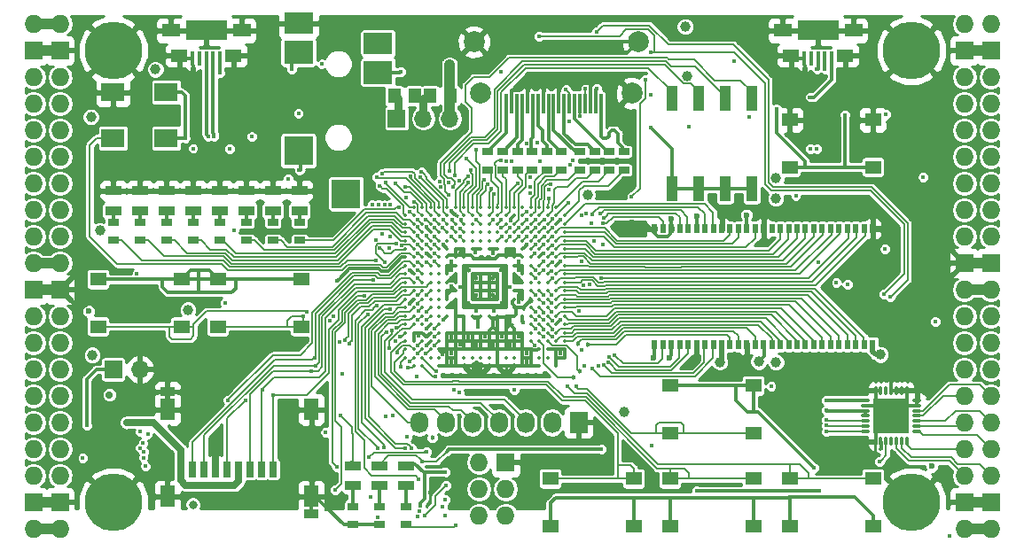
<source format=gtl>
G04 #@! TF.GenerationSoftware,KiCad,Pcbnew,5.0.0-rc2+dfsg1-2*
G04 #@! TF.CreationDate,2018-06-07T16:20:25+02:00*
G04 #@! TF.ProjectId,ulx3s,756C7833732E6B696361645F70636200,rev?*
G04 #@! TF.SameCoordinates,Original*
G04 #@! TF.FileFunction,Copper,L1,Top,Signal*
G04 #@! TF.FilePolarity,Positive*
%FSLAX46Y46*%
G04 Gerber Fmt 4.6, Leading zero omitted, Abs format (unit mm)*
G04 Created by KiCad (PCBNEW 5.0.0-rc2+dfsg1-2) date Thu Jun  7 16:20:25 2018*
%MOMM*%
%LPD*%
G01*
G04 APERTURE LIST*
G04 #@! TA.AperFunction,SMDPad,CuDef*
%ADD10R,1.700000X1.300000*%
G04 #@! TD*
G04 #@! TA.AperFunction,SMDPad,CuDef*
%ADD11R,0.400000X1.350000*%
G04 #@! TD*
G04 #@! TA.AperFunction,SMDPad,CuDef*
%ADD12R,4.000000X1.900000*%
G04 #@! TD*
G04 #@! TA.AperFunction,SMDPad,CuDef*
%ADD13R,1.600000X1.200000*%
G04 #@! TD*
G04 #@! TA.AperFunction,ComponentPad*
%ADD14O,1.727200X1.727200*%
G04 #@! TD*
G04 #@! TA.AperFunction,ComponentPad*
%ADD15R,1.727200X1.727200*%
G04 #@! TD*
G04 #@! TA.AperFunction,ComponentPad*
%ADD16C,5.500000*%
G04 #@! TD*
G04 #@! TA.AperFunction,SMDPad,CuDef*
%ADD17O,0.850000X0.300000*%
G04 #@! TD*
G04 #@! TA.AperFunction,SMDPad,CuDef*
%ADD18O,0.300000X0.850000*%
G04 #@! TD*
G04 #@! TA.AperFunction,SMDPad,CuDef*
%ADD19R,1.675000X1.675000*%
G04 #@! TD*
G04 #@! TA.AperFunction,ComponentPad*
%ADD20R,1.727200X2.032000*%
G04 #@! TD*
G04 #@! TA.AperFunction,ComponentPad*
%ADD21O,1.727200X2.032000*%
G04 #@! TD*
G04 #@! TA.AperFunction,SMDPad,CuDef*
%ADD22R,1.550000X1.300000*%
G04 #@! TD*
G04 #@! TA.AperFunction,SMDPad,CuDef*
%ADD23R,1.120000X2.440000*%
G04 #@! TD*
G04 #@! TA.AperFunction,BGAPad,CuDef*
%ADD24C,0.350000*%
G04 #@! TD*
G04 #@! TA.AperFunction,SMDPad,CuDef*
%ADD25R,2.800000X2.000000*%
G04 #@! TD*
G04 #@! TA.AperFunction,SMDPad,CuDef*
%ADD26R,2.800000X2.200000*%
G04 #@! TD*
G04 #@! TA.AperFunction,SMDPad,CuDef*
%ADD27R,2.800000X2.800000*%
G04 #@! TD*
G04 #@! TA.AperFunction,SMDPad,CuDef*
%ADD28R,0.700000X1.500000*%
G04 #@! TD*
G04 #@! TA.AperFunction,SMDPad,CuDef*
%ADD29R,1.450000X0.900000*%
G04 #@! TD*
G04 #@! TA.AperFunction,SMDPad,CuDef*
%ADD30R,1.450000X2.000000*%
G04 #@! TD*
G04 #@! TA.AperFunction,SMDPad,CuDef*
%ADD31R,2.200000X1.800000*%
G04 #@! TD*
G04 #@! TA.AperFunction,SMDPad,CuDef*
%ADD32R,0.560000X0.900000*%
G04 #@! TD*
G04 #@! TA.AperFunction,SMDPad,CuDef*
%ADD33R,1.000000X0.670000*%
G04 #@! TD*
G04 #@! TA.AperFunction,SMDPad,CuDef*
%ADD34R,1.500000X0.970000*%
G04 #@! TD*
G04 #@! TA.AperFunction,SMDPad,CuDef*
%ADD35R,0.300000X1.900000*%
G04 #@! TD*
G04 #@! TA.AperFunction,ComponentPad*
%ADD36C,2.000000*%
G04 #@! TD*
G04 #@! TA.AperFunction,ComponentPad*
%ADD37R,1.700000X1.700000*%
G04 #@! TD*
G04 #@! TA.AperFunction,ComponentPad*
%ADD38O,1.700000X1.700000*%
G04 #@! TD*
G04 #@! TA.AperFunction,SMDPad,CuDef*
%ADD39R,1.295000X1.400000*%
G04 #@! TD*
G04 #@! TA.AperFunction,ViaPad*
%ADD40C,0.400000*%
G04 #@! TD*
G04 #@! TA.AperFunction,ViaPad*
%ADD41C,1.000000*%
G04 #@! TD*
G04 #@! TA.AperFunction,ViaPad*
%ADD42C,0.700000*%
G04 #@! TD*
G04 #@! TA.AperFunction,ViaPad*
%ADD43C,0.454000*%
G04 #@! TD*
G04 #@! TA.AperFunction,ViaPad*
%ADD44C,0.600000*%
G04 #@! TD*
G04 #@! TA.AperFunction,ViaPad*
%ADD45C,0.800000*%
G04 #@! TD*
G04 #@! TA.AperFunction,Conductor*
%ADD46C,0.700000*%
G04 #@! TD*
G04 #@! TA.AperFunction,Conductor*
%ADD47C,0.300000*%
G04 #@! TD*
G04 #@! TA.AperFunction,Conductor*
%ADD48C,0.500000*%
G04 #@! TD*
G04 #@! TA.AperFunction,Conductor*
%ADD49C,1.000000*%
G04 #@! TD*
G04 #@! TA.AperFunction,Conductor*
%ADD50C,0.190000*%
G04 #@! TD*
G04 #@! TA.AperFunction,Conductor*
%ADD51C,0.800000*%
G04 #@! TD*
G04 #@! TA.AperFunction,Conductor*
%ADD52C,0.200000*%
G04 #@! TD*
G04 #@! TA.AperFunction,Conductor*
%ADD53C,0.127000*%
G04 #@! TD*
G04 #@! TA.AperFunction,Conductor*
%ADD54C,0.180000*%
G04 #@! TD*
G04 #@! TA.AperFunction,Conductor*
%ADD55C,0.254000*%
G04 #@! TD*
G04 APERTURE END LIST*
D10*
G04 #@! TO.P,US2,6*
G04 #@! TO.N,GND*
X166900000Y-63325000D03*
X173700000Y-63325000D03*
D11*
G04 #@! TO.P,US2,5*
X169000000Y-66000000D03*
G04 #@! TO.P,US2,4*
G04 #@! TO.N,Net-(US2-Pad4)*
X169650000Y-66000000D03*
G04 #@! TO.P,US2,3*
G04 #@! TO.N,/usb/FPD+*
X170300000Y-66000000D03*
G04 #@! TO.P,US2,2*
G04 #@! TO.N,/usb/FPD-*
X170950000Y-66000000D03*
G04 #@! TO.P,US2,1*
G04 #@! TO.N,/usb/US2VBUS*
X171600000Y-66000000D03*
D12*
G04 #@! TO.P,US2,6*
G04 #@! TO.N,GND*
X170300000Y-63325000D03*
D13*
X167700000Y-65725000D03*
X172900000Y-65725000D03*
G04 #@! TD*
D10*
G04 #@! TO.P,US1,6*
G04 #@! TO.N,GND*
X108480000Y-63325000D03*
X115280000Y-63325000D03*
D11*
G04 #@! TO.P,US1,5*
X110580000Y-66000000D03*
G04 #@! TO.P,US1,4*
G04 #@! TO.N,Net-(US1-Pad4)*
X111230000Y-66000000D03*
G04 #@! TO.P,US1,3*
G04 #@! TO.N,/usb/FTD+*
X111880000Y-66000000D03*
G04 #@! TO.P,US1,2*
G04 #@! TO.N,/usb/FTD-*
X112530000Y-66000000D03*
G04 #@! TO.P,US1,1*
G04 #@! TO.N,USB5V*
X113180000Y-66000000D03*
D12*
G04 #@! TO.P,US1,6*
G04 #@! TO.N,GND*
X111880000Y-63325000D03*
D13*
X109280000Y-65725000D03*
X114480000Y-65725000D03*
G04 #@! TD*
D14*
G04 #@! TO.P,J1,1*
G04 #@! TO.N,2V5_3V3*
X97910000Y-62690000D03*
G04 #@! TO.P,J1,2*
X95370000Y-62690000D03*
D15*
G04 #@! TO.P,J1,3*
G04 #@! TO.N,GND*
X97910000Y-65230000D03*
G04 #@! TO.P,J1,4*
X95370000Y-65230000D03*
D14*
G04 #@! TO.P,J1,5*
G04 #@! TO.N,GN0*
X97910000Y-67770000D03*
G04 #@! TO.P,J1,6*
G04 #@! TO.N,GP0*
X95370000Y-67770000D03*
G04 #@! TO.P,J1,7*
G04 #@! TO.N,GN1*
X97910000Y-70310000D03*
G04 #@! TO.P,J1,8*
G04 #@! TO.N,GP1*
X95370000Y-70310000D03*
G04 #@! TO.P,J1,9*
G04 #@! TO.N,GN2*
X97910000Y-72850000D03*
G04 #@! TO.P,J1,10*
G04 #@! TO.N,GP2*
X95370000Y-72850000D03*
G04 #@! TO.P,J1,11*
G04 #@! TO.N,GN3*
X97910000Y-75390000D03*
G04 #@! TO.P,J1,12*
G04 #@! TO.N,GP3*
X95370000Y-75390000D03*
G04 #@! TO.P,J1,13*
G04 #@! TO.N,GN4*
X97910000Y-77930000D03*
G04 #@! TO.P,J1,14*
G04 #@! TO.N,GP4*
X95370000Y-77930000D03*
G04 #@! TO.P,J1,15*
G04 #@! TO.N,GN5*
X97910000Y-80470000D03*
G04 #@! TO.P,J1,16*
G04 #@! TO.N,GP5*
X95370000Y-80470000D03*
G04 #@! TO.P,J1,17*
G04 #@! TO.N,GN6*
X97910000Y-83010000D03*
G04 #@! TO.P,J1,18*
G04 #@! TO.N,GP6*
X95370000Y-83010000D03*
G04 #@! TO.P,J1,19*
G04 #@! TO.N,2V5_3V3*
X97910000Y-85550000D03*
G04 #@! TO.P,J1,20*
X95370000Y-85550000D03*
D15*
G04 #@! TO.P,J1,21*
G04 #@! TO.N,GND*
X97910000Y-88090000D03*
G04 #@! TO.P,J1,22*
X95370000Y-88090000D03*
D14*
G04 #@! TO.P,J1,23*
G04 #@! TO.N,GN7*
X97910000Y-90630000D03*
G04 #@! TO.P,J1,24*
G04 #@! TO.N,GP7*
X95370000Y-90630000D03*
G04 #@! TO.P,J1,25*
G04 #@! TO.N,GN8*
X97910000Y-93170000D03*
G04 #@! TO.P,J1,26*
G04 #@! TO.N,GP8*
X95370000Y-93170000D03*
G04 #@! TO.P,J1,27*
G04 #@! TO.N,GN9*
X97910000Y-95710000D03*
G04 #@! TO.P,J1,28*
G04 #@! TO.N,GP9*
X95370000Y-95710000D03*
G04 #@! TO.P,J1,29*
G04 #@! TO.N,GN10*
X97910000Y-98250000D03*
G04 #@! TO.P,J1,30*
G04 #@! TO.N,GP10*
X95370000Y-98250000D03*
G04 #@! TO.P,J1,31*
G04 #@! TO.N,GN11*
X97910000Y-100790000D03*
G04 #@! TO.P,J1,32*
G04 #@! TO.N,GP11*
X95370000Y-100790000D03*
G04 #@! TO.P,J1,33*
G04 #@! TO.N,GN12*
X97910000Y-103330000D03*
G04 #@! TO.P,J1,34*
G04 #@! TO.N,GP12*
X95370000Y-103330000D03*
G04 #@! TO.P,J1,35*
G04 #@! TO.N,GN13*
X97910000Y-105870000D03*
G04 #@! TO.P,J1,36*
G04 #@! TO.N,GP13*
X95370000Y-105870000D03*
D15*
G04 #@! TO.P,J1,37*
G04 #@! TO.N,GND*
X97910000Y-108410000D03*
G04 #@! TO.P,J1,38*
X95370000Y-108410000D03*
D14*
G04 #@! TO.P,J1,39*
G04 #@! TO.N,2V5_3V3*
X97910000Y-110950000D03*
G04 #@! TO.P,J1,40*
X95370000Y-110950000D03*
G04 #@! TD*
G04 #@! TO.P,J2,1*
G04 #@! TO.N,+3V3*
X184270000Y-110950000D03*
G04 #@! TO.P,J2,2*
X186810000Y-110950000D03*
D15*
G04 #@! TO.P,J2,3*
G04 #@! TO.N,GND*
X184270000Y-108410000D03*
G04 #@! TO.P,J2,4*
X186810000Y-108410000D03*
D14*
G04 #@! TO.P,J2,5*
G04 #@! TO.N,GN14*
X184270000Y-105870000D03*
G04 #@! TO.P,J2,6*
G04 #@! TO.N,GP14*
X186810000Y-105870000D03*
G04 #@! TO.P,J2,7*
G04 #@! TO.N,GN15*
X184270000Y-103330000D03*
G04 #@! TO.P,J2,8*
G04 #@! TO.N,GP15*
X186810000Y-103330000D03*
G04 #@! TO.P,J2,9*
G04 #@! TO.N,GN16*
X184270000Y-100790000D03*
G04 #@! TO.P,J2,10*
G04 #@! TO.N,GP16*
X186810000Y-100790000D03*
G04 #@! TO.P,J2,11*
G04 #@! TO.N,GN17*
X184270000Y-98250000D03*
G04 #@! TO.P,J2,12*
G04 #@! TO.N,GP17*
X186810000Y-98250000D03*
G04 #@! TO.P,J2,13*
G04 #@! TO.N,GN18*
X184270000Y-95710000D03*
G04 #@! TO.P,J2,14*
G04 #@! TO.N,GP18*
X186810000Y-95710000D03*
G04 #@! TO.P,J2,15*
G04 #@! TO.N,GN19*
X184270000Y-93170000D03*
G04 #@! TO.P,J2,16*
G04 #@! TO.N,GP19*
X186810000Y-93170000D03*
G04 #@! TO.P,J2,17*
G04 #@! TO.N,GN20*
X184270000Y-90630000D03*
G04 #@! TO.P,J2,18*
G04 #@! TO.N,GP20*
X186810000Y-90630000D03*
G04 #@! TO.P,J2,19*
G04 #@! TO.N,+3V3*
X184270000Y-88090000D03*
G04 #@! TO.P,J2,20*
X186810000Y-88090000D03*
D15*
G04 #@! TO.P,J2,21*
G04 #@! TO.N,GND*
X184270000Y-85550000D03*
G04 #@! TO.P,J2,22*
X186810000Y-85550000D03*
D14*
G04 #@! TO.P,J2,23*
G04 #@! TO.N,GN21*
X184270000Y-83010000D03*
G04 #@! TO.P,J2,24*
G04 #@! TO.N,GP21*
X186810000Y-83010000D03*
G04 #@! TO.P,J2,25*
G04 #@! TO.N,GN22*
X184270000Y-80470000D03*
G04 #@! TO.P,J2,26*
G04 #@! TO.N,GP22*
X186810000Y-80470000D03*
G04 #@! TO.P,J2,27*
G04 #@! TO.N,GN23*
X184270000Y-77930000D03*
G04 #@! TO.P,J2,28*
G04 #@! TO.N,GP23*
X186810000Y-77930000D03*
G04 #@! TO.P,J2,29*
G04 #@! TO.N,GN24*
X184270000Y-75390000D03*
G04 #@! TO.P,J2,30*
G04 #@! TO.N,GP24*
X186810000Y-75390000D03*
G04 #@! TO.P,J2,31*
G04 #@! TO.N,GN25*
X184270000Y-72850000D03*
G04 #@! TO.P,J2,32*
G04 #@! TO.N,GP25*
X186810000Y-72850000D03*
G04 #@! TO.P,J2,33*
G04 #@! TO.N,GN26*
X184270000Y-70310000D03*
G04 #@! TO.P,J2,34*
G04 #@! TO.N,GP26*
X186810000Y-70310000D03*
G04 #@! TO.P,J2,35*
G04 #@! TO.N,GN27*
X184270000Y-67770000D03*
G04 #@! TO.P,J2,36*
G04 #@! TO.N,GP27*
X186810000Y-67770000D03*
D15*
G04 #@! TO.P,J2,37*
G04 #@! TO.N,GND*
X184270000Y-65230000D03*
G04 #@! TO.P,J2,38*
X186810000Y-65230000D03*
D14*
G04 #@! TO.P,J2,39*
G04 #@! TO.N,/gpio/IN5V*
X184270000Y-62690000D03*
G04 #@! TO.P,J2,40*
G04 #@! TO.N,/gpio/OUT5V*
X186810000Y-62690000D03*
G04 #@! TD*
D16*
G04 #@! TO.P,H1,1*
G04 #@! TO.N,GND*
X102990000Y-108410000D03*
G04 #@! TD*
G04 #@! TO.P,H2,1*
G04 #@! TO.N,GND*
X179190000Y-108410000D03*
G04 #@! TD*
G04 #@! TO.P,H3,1*
G04 #@! TO.N,GND*
X179190000Y-65230000D03*
G04 #@! TD*
G04 #@! TO.P,H4,1*
G04 #@! TO.N,GND*
X102990000Y-65230000D03*
G04 #@! TD*
D15*
G04 #@! TO.P,J4,1*
G04 #@! TO.N,GND*
X140455000Y-104600000D03*
D14*
G04 #@! TO.P,J4,2*
G04 #@! TO.N,+3V3*
X137915000Y-104600000D03*
G04 #@! TO.P,J4,3*
G04 #@! TO.N,JTAG_TDI*
X140455000Y-107140000D03*
G04 #@! TO.P,J4,4*
G04 #@! TO.N,JTAG_TCK*
X137915000Y-107140000D03*
G04 #@! TO.P,J4,5*
G04 #@! TO.N,JTAG_TMS*
X140455000Y-109680000D03*
G04 #@! TO.P,J4,6*
G04 #@! TO.N,JTAG_TDO*
X137915000Y-109680000D03*
G04 #@! TD*
D17*
G04 #@! TO.P,U8,1*
G04 #@! TO.N,GP15*
X179735000Y-101655000D03*
G04 #@! TO.P,U8,2*
G04 #@! TO.N,GN16*
X179735000Y-101155000D03*
G04 #@! TO.P,U8,3*
G04 #@! TO.N,GP16*
X179735000Y-100655000D03*
G04 #@! TO.P,U8,4*
G04 #@! TO.N,GN17*
X179735000Y-100155000D03*
G04 #@! TO.P,U8,5*
G04 #@! TO.N,GP17*
X179735000Y-99655000D03*
G04 #@! TO.P,U8,6*
G04 #@! TO.N,GND*
X179735000Y-99155000D03*
G04 #@! TO.P,U8,7*
X179735000Y-98655000D03*
D18*
G04 #@! TO.P,U8,8*
X178785000Y-97705000D03*
G04 #@! TO.P,U8,9*
X178285000Y-97705000D03*
G04 #@! TO.P,U8,10*
X177785000Y-97705000D03*
G04 #@! TO.P,U8,11*
X177285000Y-97705000D03*
G04 #@! TO.P,U8,12*
G04 #@! TO.N,Net-(U8-Pad12)*
X176785000Y-97705000D03*
G04 #@! TO.P,U8,13*
G04 #@! TO.N,GND*
X176285000Y-97705000D03*
G04 #@! TO.P,U8,14*
X175785000Y-97705000D03*
D17*
G04 #@! TO.P,U8,15*
G04 #@! TO.N,+3V3*
X174835000Y-98655000D03*
G04 #@! TO.P,U8,16*
G04 #@! TO.N,GND*
X174835000Y-99155000D03*
G04 #@! TO.P,U8,17*
G04 #@! TO.N,+3V3*
X174835000Y-99655000D03*
G04 #@! TO.P,U8,18*
X174835000Y-100155000D03*
G04 #@! TO.P,U8,19*
G04 #@! TO.N,ADC_SCLK*
X174835000Y-100655000D03*
G04 #@! TO.P,U8,20*
G04 #@! TO.N,ADC_CSn*
X174835000Y-101155000D03*
G04 #@! TO.P,U8,21*
G04 #@! TO.N,ADC_MOSI*
X174835000Y-101655000D03*
D18*
G04 #@! TO.P,U8,22*
G04 #@! TO.N,GND*
X175785000Y-102605000D03*
G04 #@! TO.P,U8,23*
G04 #@! TO.N,+3V3*
X176285000Y-102605000D03*
G04 #@! TO.P,U8,24*
G04 #@! TO.N,ADC_MISO*
X176785000Y-102605000D03*
G04 #@! TO.P,U8,25*
G04 #@! TO.N,Net-(U8-Pad25)*
X177285000Y-102605000D03*
G04 #@! TO.P,U8,26*
G04 #@! TO.N,GN14*
X177785000Y-102605000D03*
G04 #@! TO.P,U8,27*
G04 #@! TO.N,GP14*
X178285000Y-102605000D03*
G04 #@! TO.P,U8,28*
G04 #@! TO.N,GN15*
X178785000Y-102605000D03*
D19*
G04 #@! TO.P,U8,29*
G04 #@! TO.N,GND*
X176447500Y-99317500D03*
X176447500Y-100992500D03*
X178122500Y-99317500D03*
X178122500Y-100992500D03*
G04 #@! TD*
D20*
G04 #@! TO.P,OLED1,1*
G04 #@! TO.N,GND*
X147440000Y-100790000D03*
D21*
G04 #@! TO.P,OLED1,2*
G04 #@! TO.N,+3V3*
X144900000Y-100790000D03*
G04 #@! TO.P,OLED1,3*
G04 #@! TO.N,OLED_CLK*
X142360000Y-100790000D03*
G04 #@! TO.P,OLED1,4*
G04 #@! TO.N,OLED_MOSI*
X139820000Y-100790000D03*
G04 #@! TO.P,OLED1,5*
G04 #@! TO.N,OLED_RES*
X137280000Y-100790000D03*
G04 #@! TO.P,OLED1,6*
G04 #@! TO.N,OLED_DC*
X134740000Y-100790000D03*
G04 #@! TO.P,OLED1,7*
G04 #@! TO.N,OLED_CS*
X132200000Y-100790000D03*
G04 #@! TD*
D22*
G04 #@! TO.P,BTN0,2*
G04 #@! TO.N,GND*
X175550000Y-71870000D03*
G04 #@! TO.P,BTN0,1*
G04 #@! TO.N,/power/PWRBTn*
X175550000Y-76370000D03*
X167590000Y-76370000D03*
G04 #@! TO.P,BTN0,2*
G04 #@! TO.N,GND*
X167590000Y-71870000D03*
G04 #@! TD*
G04 #@! TO.P,BTN1,2*
G04 #@! TO.N,BTN_F1*
X101550000Y-91610000D03*
G04 #@! TO.P,BTN1,1*
G04 #@! TO.N,/blinkey/BTNPUL*
X101550000Y-87110000D03*
X109510000Y-87110000D03*
G04 #@! TO.P,BTN1,2*
G04 #@! TO.N,BTN_F1*
X109510000Y-91610000D03*
G04 #@! TD*
G04 #@! TO.P,BTN2,2*
G04 #@! TO.N,BTN_F2*
X112980000Y-91610000D03*
G04 #@! TO.P,BTN2,1*
G04 #@! TO.N,/blinkey/BTNPUL*
X112980000Y-87110000D03*
X120940000Y-87110000D03*
G04 #@! TO.P,BTN2,2*
G04 #@! TO.N,BTN_F2*
X120940000Y-91610000D03*
G04 #@! TD*
G04 #@! TO.P,BTN3,2*
G04 #@! TO.N,BTN_U*
X156160000Y-101770000D03*
G04 #@! TO.P,BTN3,1*
G04 #@! TO.N,/blinkey/BTNPUR*
X156160000Y-97270000D03*
X164120000Y-97270000D03*
G04 #@! TO.P,BTN3,2*
G04 #@! TO.N,BTN_U*
X164120000Y-101770000D03*
G04 #@! TD*
G04 #@! TO.P,BTN4,2*
G04 #@! TO.N,BTN_D*
X164120000Y-106160000D03*
G04 #@! TO.P,BTN4,1*
G04 #@! TO.N,/blinkey/BTNPUR*
X164120000Y-110660000D03*
X156160000Y-110660000D03*
G04 #@! TO.P,BTN4,2*
G04 #@! TO.N,BTN_D*
X156160000Y-106160000D03*
G04 #@! TD*
G04 #@! TO.P,BTN5,2*
G04 #@! TO.N,BTN_L*
X152690000Y-106160000D03*
G04 #@! TO.P,BTN5,1*
G04 #@! TO.N,/blinkey/BTNPUR*
X152690000Y-110660000D03*
X144730000Y-110660000D03*
G04 #@! TO.P,BTN5,2*
G04 #@! TO.N,BTN_L*
X144730000Y-106160000D03*
G04 #@! TD*
G04 #@! TO.P,BTN6,2*
G04 #@! TO.N,BTN_R*
X175550000Y-106160000D03*
G04 #@! TO.P,BTN6,1*
G04 #@! TO.N,/blinkey/BTNPUR*
X175550000Y-110660000D03*
X167590000Y-110660000D03*
G04 #@! TO.P,BTN6,2*
G04 #@! TO.N,BTN_R*
X167590000Y-106160000D03*
G04 #@! TD*
D23*
G04 #@! TO.P,SW1,1*
G04 #@! TO.N,/blinkey/SWPU*
X156330000Y-78425000D03*
G04 #@! TO.P,SW1,5*
G04 #@! TO.N,SW4*
X163950000Y-69815000D03*
G04 #@! TO.P,SW1,2*
G04 #@! TO.N,/blinkey/SWPU*
X158870000Y-78425000D03*
G04 #@! TO.P,SW1,6*
G04 #@! TO.N,SW3*
X161410000Y-69815000D03*
G04 #@! TO.P,SW1,3*
G04 #@! TO.N,/blinkey/SWPU*
X161410000Y-78425000D03*
G04 #@! TO.P,SW1,7*
G04 #@! TO.N,SW2*
X158870000Y-69815000D03*
G04 #@! TO.P,SW1,4*
G04 #@! TO.N,/blinkey/SWPU*
X163950000Y-78425000D03*
G04 #@! TO.P,SW1,8*
G04 #@! TO.N,SW1*
X156330000Y-69815000D03*
G04 #@! TD*
D24*
G04 #@! TO.P,U1,A2*
G04 #@! TO.N,GP9*
X131680000Y-80200000D03*
G04 #@! TO.P,U1,A3*
G04 #@! TO.N,AUDIO_R0*
X132480000Y-80200000D03*
G04 #@! TO.P,U1,A4*
G04 #@! TO.N,GP8*
X133280000Y-80200000D03*
G04 #@! TO.P,U1,A5*
G04 #@! TO.N,GN8*
X134080000Y-80200000D03*
G04 #@! TO.P,U1,A6*
G04 #@! TO.N,GP7*
X134880000Y-80200000D03*
G04 #@! TO.P,U1,A7*
G04 #@! TO.N,GP4*
X135680000Y-80200000D03*
G04 #@! TO.P,U1,A8*
G04 #@! TO.N,GN4*
X136480000Y-80200000D03*
G04 #@! TO.P,U1,A9*
G04 #@! TO.N,GP2*
X137280000Y-80200000D03*
G04 #@! TO.P,U1,A10*
G04 #@! TO.N,GP1*
X138080000Y-80200000D03*
G04 #@! TO.P,U1,A11*
G04 #@! TO.N,GN1*
X138880000Y-80200000D03*
G04 #@! TO.P,U1,A12*
G04 #@! TO.N,FPDI_D2+*
X139680000Y-80200000D03*
G04 #@! TO.P,U1,A13*
G04 #@! TO.N,FPDI_D2-*
X140480000Y-80200000D03*
G04 #@! TO.P,U1,A14*
G04 #@! TO.N,FPDI_D1+*
X141280000Y-80200000D03*
G04 #@! TO.P,U1,A15*
G04 #@! TO.N,Net-(U1-PadA15)*
X142080000Y-80200000D03*
G04 #@! TO.P,U1,A16*
G04 #@! TO.N,FPDI_D0+*
X142880000Y-80200000D03*
G04 #@! TO.P,U1,A17*
G04 #@! TO.N,FPDI_CLK+*
X143680000Y-80200000D03*
G04 #@! TO.P,U1,A18*
G04 #@! TO.N,/gpdi/FPDI_CEC*
X144480000Y-80200000D03*
G04 #@! TO.P,U1,A19*
G04 #@! TO.N,FPDI_ETH+*
X145280000Y-80200000D03*
G04 #@! TO.P,U1,B1*
G04 #@! TO.N,GN9*
X130880000Y-81000000D03*
G04 #@! TO.P,U1,B2*
G04 #@! TO.N,LED0*
X131680000Y-81000000D03*
G04 #@! TO.P,U1,B3*
G04 #@! TO.N,AUDIO_L3*
X132480000Y-81000000D03*
G04 #@! TO.P,U1,B4*
G04 #@! TO.N,GN10*
X133280000Y-81000000D03*
G04 #@! TO.P,U1,B5*
G04 #@! TO.N,AUDIO_R1*
X134080000Y-81000000D03*
G04 #@! TO.P,U1,B6*
G04 #@! TO.N,GN7*
X134880000Y-81000000D03*
G04 #@! TO.P,U1,B7*
G04 #@! TO.N,GND*
X135680000Y-81000000D03*
G04 #@! TO.P,U1,B8*
G04 #@! TO.N,GN5*
X136480000Y-81000000D03*
G04 #@! TO.P,U1,B9*
G04 #@! TO.N,GP3*
X137280000Y-81000000D03*
G04 #@! TO.P,U1,B10*
G04 #@! TO.N,GN2*
X138080000Y-81000000D03*
G04 #@! TO.P,U1,B11*
G04 #@! TO.N,GP0*
X138880000Y-81000000D03*
G04 #@! TO.P,U1,B12*
G04 #@! TO.N,USB_FPGA_PULL_D+*
X139680000Y-81000000D03*
G04 #@! TO.P,U1,B13*
G04 #@! TO.N,GP26*
X140480000Y-81000000D03*
G04 #@! TO.P,U1,B14*
G04 #@! TO.N,GND*
X141280000Y-81000000D03*
G04 #@! TO.P,U1,B15*
G04 #@! TO.N,GP22*
X142080000Y-81000000D03*
G04 #@! TO.P,U1,B16*
G04 #@! TO.N,FPDI_D0-*
X142880000Y-81000000D03*
G04 #@! TO.P,U1,B17*
G04 #@! TO.N,GP23*
X143680000Y-81000000D03*
G04 #@! TO.P,U1,B18*
G04 #@! TO.N,FPDI_CLK-*
X144480000Y-81000000D03*
G04 #@! TO.P,U1,B19*
G04 #@! TO.N,FPDI_SDA*
X145280000Y-81000000D03*
G04 #@! TO.P,U1,B20*
G04 #@! TO.N,FPDI_ETH-*
X146080000Y-81000000D03*
G04 #@! TO.P,U1,C1*
G04 #@! TO.N,LED2*
X130880000Y-81800000D03*
G04 #@! TO.P,U1,C2*
G04 #@! TO.N,LED1*
X131680000Y-81800000D03*
G04 #@! TO.P,U1,C3*
G04 #@! TO.N,AUDIO_L2*
X132480000Y-81800000D03*
G04 #@! TO.P,U1,C4*
G04 #@! TO.N,GP10*
X133280000Y-81800000D03*
G04 #@! TO.P,U1,C5*
G04 #@! TO.N,AUDIO_R3*
X134080000Y-81800000D03*
G04 #@! TO.P,U1,C6*
G04 #@! TO.N,GP6*
X134880000Y-81800000D03*
G04 #@! TO.P,U1,C7*
G04 #@! TO.N,GN6*
X135680000Y-81800000D03*
G04 #@! TO.P,U1,C8*
G04 #@! TO.N,GP5*
X136480000Y-81800000D03*
G04 #@! TO.P,U1,C9*
G04 #@! TO.N,Net-(U1-PadC9)*
X137280000Y-81800000D03*
G04 #@! TO.P,U1,C10*
G04 #@! TO.N,GN3*
X138080000Y-81800000D03*
G04 #@! TO.P,U1,C11*
G04 #@! TO.N,GN0*
X138880000Y-81800000D03*
G04 #@! TO.P,U1,C12*
G04 #@! TO.N,USB_FPGA_PULL_D-*
X139680000Y-81800000D03*
G04 #@! TO.P,U1,C13*
G04 #@! TO.N,GN26*
X140480000Y-81800000D03*
G04 #@! TO.P,U1,C14*
G04 #@! TO.N,FPDI_D1-*
X141280000Y-81800000D03*
G04 #@! TO.P,U1,C15*
G04 #@! TO.N,GN22*
X142080000Y-81800000D03*
G04 #@! TO.P,U1,C16*
G04 #@! TO.N,GP24*
X142880000Y-81800000D03*
G04 #@! TO.P,U1,C17*
G04 #@! TO.N,GN23*
X143680000Y-81800000D03*
G04 #@! TO.P,U1,C18*
G04 #@! TO.N,GP21*
X144480000Y-81800000D03*
G04 #@! TO.P,U1,C19*
G04 #@! TO.N,GND*
X145280000Y-81800000D03*
G04 #@! TO.P,U1,C20*
G04 #@! TO.N,SDRAM_D11*
X146080000Y-81800000D03*
G04 #@! TO.P,U1,D1*
G04 #@! TO.N,LED4*
X130880000Y-82600000D03*
G04 #@! TO.P,U1,D2*
G04 #@! TO.N,LED3*
X131680000Y-82600000D03*
G04 #@! TO.P,U1,D3*
G04 #@! TO.N,AUDIO_L1*
X132480000Y-82600000D03*
G04 #@! TO.P,U1,D4*
G04 #@! TO.N,GND*
X133280000Y-82600000D03*
G04 #@! TO.P,U1,D5*
G04 #@! TO.N,AUDIO_R2*
X134080000Y-82600000D03*
G04 #@! TO.P,U1,D6*
G04 #@! TO.N,BTN_PWRn*
X134880000Y-82600000D03*
G04 #@! TO.P,U1,D7*
G04 #@! TO.N,SW3*
X135680000Y-82600000D03*
G04 #@! TO.P,U1,D8*
G04 #@! TO.N,SW2*
X136480000Y-82600000D03*
G04 #@! TO.P,U1,D9*
G04 #@! TO.N,Net-(U1-PadD9)*
X137280000Y-82600000D03*
G04 #@! TO.P,U1,D10*
G04 #@! TO.N,Net-(U1-PadD10)*
X138080000Y-82600000D03*
G04 #@! TO.P,U1,D11*
G04 #@! TO.N,Net-(U1-PadD11)*
X138880000Y-82600000D03*
G04 #@! TO.P,U1,D12*
G04 #@! TO.N,Net-(U1-PadD12)*
X139680000Y-82600000D03*
G04 #@! TO.P,U1,D13*
G04 #@! TO.N,GP27*
X140480000Y-82600000D03*
G04 #@! TO.P,U1,D14*
G04 #@! TO.N,GP25*
X141280000Y-82600000D03*
G04 #@! TO.P,U1,D15*
G04 #@! TO.N,USB_FPGA_D+*
X142080000Y-82600000D03*
G04 #@! TO.P,U1,D16*
G04 #@! TO.N,GN24*
X142880000Y-82600000D03*
G04 #@! TO.P,U1,D17*
G04 #@! TO.N,GN21*
X143680000Y-82600000D03*
G04 #@! TO.P,U1,D18*
G04 #@! TO.N,GP20*
X144480000Y-82600000D03*
G04 #@! TO.P,U1,D19*
G04 #@! TO.N,SDRAM_D10*
X145280000Y-82600000D03*
G04 #@! TO.P,U1,D20*
G04 #@! TO.N,SDRAM_D9*
X146080000Y-82600000D03*
G04 #@! TO.P,U1,E1*
G04 #@! TO.N,LED6*
X130880000Y-83400000D03*
G04 #@! TO.P,U1,E2*
G04 #@! TO.N,LED5*
X131680000Y-83400000D03*
G04 #@! TO.P,U1,E3*
G04 #@! TO.N,GN11*
X132480000Y-83400000D03*
G04 #@! TO.P,U1,E4*
G04 #@! TO.N,AUDIO_L0*
X133280000Y-83400000D03*
G04 #@! TO.P,U1,E5*
G04 #@! TO.N,AUDIO_V3*
X134080000Y-83400000D03*
G04 #@! TO.P,U1,E6*
G04 #@! TO.N,Net-(U1-PadE6)*
X134880000Y-83400000D03*
G04 #@! TO.P,U1,E7*
G04 #@! TO.N,SW4*
X135680000Y-83400000D03*
G04 #@! TO.P,U1,E8*
G04 #@! TO.N,SW1*
X136480000Y-83400000D03*
G04 #@! TO.P,U1,E9*
G04 #@! TO.N,Net-(U1-PadE9)*
X137280000Y-83400000D03*
G04 #@! TO.P,U1,E10*
G04 #@! TO.N,Net-(U1-PadE10)*
X138080000Y-83400000D03*
G04 #@! TO.P,U1,E11*
G04 #@! TO.N,Net-(U1-PadE11)*
X138880000Y-83400000D03*
G04 #@! TO.P,U1,E12*
G04 #@! TO.N,FPDI_SCL*
X139680000Y-83400000D03*
G04 #@! TO.P,U1,E13*
G04 #@! TO.N,GN27*
X140480000Y-83400000D03*
G04 #@! TO.P,U1,E14*
G04 #@! TO.N,GN25*
X141280000Y-83400000D03*
G04 #@! TO.P,U1,E15*
G04 #@! TO.N,USB_FPGA_D-*
X142080000Y-83400000D03*
G04 #@! TO.P,U1,E16*
G04 #@! TO.N,USB_FPGA_D+*
X142880000Y-83400000D03*
G04 #@! TO.P,U1,E17*
G04 #@! TO.N,GN20*
X143680000Y-83400000D03*
G04 #@! TO.P,U1,E18*
G04 #@! TO.N,SDRAM_D12*
X144480000Y-83400000D03*
G04 #@! TO.P,U1,E19*
G04 #@! TO.N,SDRAM_D8*
X145280000Y-83400000D03*
G04 #@! TO.P,U1,E20*
G04 #@! TO.N,SDRAM_DQM1*
X146080000Y-83400000D03*
G04 #@! TO.P,U1,F1*
G04 #@! TO.N,WIFI_EN*
X130880000Y-84200000D03*
G04 #@! TO.P,U1,F2*
G04 #@! TO.N,AUDIO_V1*
X131680000Y-84200000D03*
G04 #@! TO.P,U1,F3*
G04 #@! TO.N,GN12*
X132480000Y-84200000D03*
G04 #@! TO.P,U1,F4*
G04 #@! TO.N,GP11*
X133280000Y-84200000D03*
G04 #@! TO.P,U1,F5*
G04 #@! TO.N,AUDIO_V2*
X134080000Y-84200000D03*
G04 #@! TO.P,U1,F6*
G04 #@! TO.N,+2V5*
X134880000Y-84200000D03*
G04 #@! TO.P,U1,F7*
G04 #@! TO.N,GND*
X135680000Y-84200000D03*
G04 #@! TO.P,U1,F8*
X136480000Y-84200000D03*
G04 #@! TO.P,U1,F9*
G04 #@! TO.N,2V5_3V3*
X137280000Y-84200000D03*
G04 #@! TO.P,U1,F10*
X138080000Y-84200000D03*
G04 #@! TO.P,U1,F11*
G04 #@! TO.N,+3V3*
X138880000Y-84200000D03*
G04 #@! TO.P,U1,F12*
X139680000Y-84200000D03*
G04 #@! TO.P,U1,F13*
G04 #@! TO.N,GND*
X140480000Y-84200000D03*
G04 #@! TO.P,U1,F14*
X141280000Y-84200000D03*
G04 #@! TO.P,U1,F15*
G04 #@! TO.N,+2V5*
X142080000Y-84200000D03*
G04 #@! TO.P,U1,F16*
G04 #@! TO.N,USB_FPGA_D-*
X142880000Y-84200000D03*
G04 #@! TO.P,U1,F17*
G04 #@! TO.N,GP19*
X143680000Y-84200000D03*
G04 #@! TO.P,U1,F18*
G04 #@! TO.N,SDRAM_D13*
X144480000Y-84200000D03*
G04 #@! TO.P,U1,F19*
G04 #@! TO.N,SDRAM_CLK*
X145280000Y-84200000D03*
G04 #@! TO.P,U1,F20*
G04 #@! TO.N,SDRAM_CKE*
X146080000Y-84200000D03*
G04 #@! TO.P,U1,G1*
G04 #@! TO.N,/usb/ANT_433MHz*
X130880000Y-85000000D03*
G04 #@! TO.P,U1,G2*
G04 #@! TO.N,CLK_25MHz*
X131680000Y-85000000D03*
G04 #@! TO.P,U1,G3*
G04 #@! TO.N,GP12*
X132480000Y-85000000D03*
G04 #@! TO.P,U1,G4*
G04 #@! TO.N,GND*
X133280000Y-85000000D03*
G04 #@! TO.P,U1,G5*
G04 #@! TO.N,GN13*
X134080000Y-85000000D03*
G04 #@! TO.P,U1,G6*
G04 #@! TO.N,GND*
X134880000Y-85000000D03*
G04 #@! TO.P,U1,G7*
X135680000Y-85000000D03*
G04 #@! TO.P,U1,G8*
X136480000Y-85000000D03*
G04 #@! TO.P,U1,G9*
X137280000Y-85000000D03*
G04 #@! TO.P,U1,G10*
X138080000Y-85000000D03*
G04 #@! TO.P,U1,G11*
X138880000Y-85000000D03*
G04 #@! TO.P,U1,G12*
X139680000Y-85000000D03*
G04 #@! TO.P,U1,G13*
X140480000Y-85000000D03*
G04 #@! TO.P,U1,G14*
X141280000Y-85000000D03*
G04 #@! TO.P,U1,G15*
X142080000Y-85000000D03*
G04 #@! TO.P,U1,G16*
G04 #@! TO.N,SHUTDOWN*
X142880000Y-85000000D03*
G04 #@! TO.P,U1,G17*
G04 #@! TO.N,GND*
X143680000Y-85000000D03*
G04 #@! TO.P,U1,G18*
G04 #@! TO.N,GN19*
X144480000Y-85000000D03*
G04 #@! TO.P,U1,G19*
G04 #@! TO.N,SDRAM_A12*
X145280000Y-85000000D03*
G04 #@! TO.P,U1,G20*
G04 #@! TO.N,SDRAM_A11*
X146080000Y-85000000D03*
G04 #@! TO.P,U1,H1*
G04 #@! TO.N,SD_D1*
X130880000Y-85800000D03*
G04 #@! TO.P,U1,H2*
G04 #@! TO.N,SD_CLK*
X131680000Y-85800000D03*
G04 #@! TO.P,U1,H3*
G04 #@! TO.N,LED7*
X132480000Y-85800000D03*
G04 #@! TO.P,U1,H4*
G04 #@! TO.N,GP13*
X133280000Y-85800000D03*
G04 #@! TO.P,U1,H5*
G04 #@! TO.N,AUDIO_V0*
X134080000Y-85800000D03*
G04 #@! TO.P,U1,H6*
G04 #@! TO.N,2V5_3V3*
X134880000Y-85800000D03*
G04 #@! TO.P,U1,H7*
X135680000Y-85800000D03*
G04 #@! TO.P,U1,H8*
G04 #@! TO.N,+1V1*
X136480000Y-85800000D03*
G04 #@! TO.P,U1,H9*
X137280000Y-85800000D03*
G04 #@! TO.P,U1,H10*
X138080000Y-85800000D03*
G04 #@! TO.P,U1,H11*
X138880000Y-85800000D03*
G04 #@! TO.P,U1,H12*
X139680000Y-85800000D03*
G04 #@! TO.P,U1,H13*
X140480000Y-85800000D03*
G04 #@! TO.P,U1,H14*
G04 #@! TO.N,+3V3*
X141280000Y-85800000D03*
G04 #@! TO.P,U1,H15*
X142080000Y-85800000D03*
G04 #@! TO.P,U1,H16*
G04 #@! TO.N,BTN_R*
X142880000Y-85800000D03*
G04 #@! TO.P,U1,H17*
G04 #@! TO.N,GN18*
X143680000Y-85800000D03*
G04 #@! TO.P,U1,H18*
G04 #@! TO.N,GP18*
X144480000Y-85800000D03*
G04 #@! TO.P,U1,H19*
G04 #@! TO.N,GND*
X145280000Y-85800000D03*
G04 #@! TO.P,U1,H20*
G04 #@! TO.N,SDRAM_A9*
X146080000Y-85800000D03*
G04 #@! TO.P,U1,J1*
G04 #@! TO.N,SD_CMD*
X130880000Y-86600000D03*
G04 #@! TO.P,U1,J2*
G04 #@! TO.N,GND*
X131680000Y-86600000D03*
G04 #@! TO.P,U1,J3*
G04 #@! TO.N,SD_D0*
X132480000Y-86600000D03*
G04 #@! TO.P,U1,J4*
G04 #@! TO.N,Net-(U1-PadJ4)*
X133280000Y-86600000D03*
G04 #@! TO.P,U1,J5*
G04 #@! TO.N,Net-(U1-PadJ5)*
X134080000Y-86600000D03*
G04 #@! TO.P,U1,J6*
G04 #@! TO.N,2V5_3V3*
X134880000Y-86600000D03*
G04 #@! TO.P,U1,J7*
G04 #@! TO.N,GND*
X135680000Y-86600000D03*
G04 #@! TO.P,U1,J8*
G04 #@! TO.N,+1V1*
X136480000Y-86600000D03*
G04 #@! TO.P,U1,J9*
G04 #@! TO.N,GND*
X137280000Y-86600000D03*
G04 #@! TO.P,U1,J10*
X138080000Y-86600000D03*
G04 #@! TO.P,U1,J11*
X138880000Y-86600000D03*
G04 #@! TO.P,U1,J12*
X139680000Y-86600000D03*
G04 #@! TO.P,U1,J13*
G04 #@! TO.N,+1V1*
X140480000Y-86600000D03*
G04 #@! TO.P,U1,J14*
G04 #@! TO.N,GND*
X141280000Y-86600000D03*
G04 #@! TO.P,U1,J15*
G04 #@! TO.N,+3V3*
X142080000Y-86600000D03*
G04 #@! TO.P,U1,J16*
G04 #@! TO.N,SDRAM_D0*
X142880000Y-86600000D03*
G04 #@! TO.P,U1,J17*
G04 #@! TO.N,SDRAM_D15*
X143680000Y-86600000D03*
G04 #@! TO.P,U1,J18*
G04 #@! TO.N,SDRAM_D14*
X144480000Y-86600000D03*
G04 #@! TO.P,U1,J19*
G04 #@! TO.N,SDRAM_A8*
X145280000Y-86600000D03*
G04 #@! TO.P,U1,J20*
G04 #@! TO.N,SDRAM_A7*
X146080000Y-86600000D03*
G04 #@! TO.P,U1,K1*
G04 #@! TO.N,SD_D2*
X130880000Y-87400000D03*
G04 #@! TO.P,U1,K2*
G04 #@! TO.N,SD_D3*
X131680000Y-87400000D03*
G04 #@! TO.P,U1,K3*
G04 #@! TO.N,WIFI_RXD*
X132480000Y-87400000D03*
G04 #@! TO.P,U1,K4*
G04 #@! TO.N,WIFI_TXD*
X133280000Y-87400000D03*
G04 #@! TO.P,U1,K5*
G04 #@! TO.N,Net-(U1-PadK5)*
X134080000Y-87400000D03*
G04 #@! TO.P,U1,K6*
G04 #@! TO.N,GND*
X134880000Y-87400000D03*
G04 #@! TO.P,U1,K7*
X135680000Y-87400000D03*
G04 #@! TO.P,U1,K8*
G04 #@! TO.N,+1V1*
X136480000Y-87400000D03*
G04 #@! TO.P,U1,K9*
G04 #@! TO.N,GND*
X137280000Y-87400000D03*
G04 #@! TO.P,U1,K10*
X138080000Y-87400000D03*
G04 #@! TO.P,U1,K11*
X138880000Y-87400000D03*
G04 #@! TO.P,U1,K12*
X139680000Y-87400000D03*
G04 #@! TO.P,U1,K13*
G04 #@! TO.N,+1V1*
X140480000Y-87400000D03*
G04 #@! TO.P,U1,K14*
G04 #@! TO.N,GND*
X141280000Y-87400000D03*
G04 #@! TO.P,U1,K15*
X142080000Y-87400000D03*
G04 #@! TO.P,U1,K16*
G04 #@! TO.N,Net-(U1-PadK16)*
X142880000Y-87400000D03*
G04 #@! TO.P,U1,K17*
G04 #@! TO.N,Net-(U1-PadK17)*
X143680000Y-87400000D03*
G04 #@! TO.P,U1,K18*
G04 #@! TO.N,SDRAM_A6*
X144480000Y-87400000D03*
G04 #@! TO.P,U1,K19*
G04 #@! TO.N,SDRAM_A5*
X145280000Y-87400000D03*
G04 #@! TO.P,U1,K20*
G04 #@! TO.N,SDRAM_A4*
X146080000Y-87400000D03*
G04 #@! TO.P,U1,L1*
G04 #@! TO.N,WIFI_GPIO16*
X130880000Y-88200000D03*
G04 #@! TO.P,U1,L2*
G04 #@! TO.N,WIFI_GPIO0*
X131680000Y-88200000D03*
G04 #@! TO.P,U1,L3*
G04 #@! TO.N,FTDI_TXDEN*
X132480000Y-88200000D03*
G04 #@! TO.P,U1,L4*
G04 #@! TO.N,FTDI_RXD*
X133280000Y-88200000D03*
G04 #@! TO.P,U1,L5*
G04 #@! TO.N,Net-(U1-PadL5)*
X134080000Y-88200000D03*
G04 #@! TO.P,U1,L6*
G04 #@! TO.N,+3V3*
X134880000Y-88200000D03*
G04 #@! TO.P,U1,L7*
X135680000Y-88200000D03*
G04 #@! TO.P,U1,L8*
G04 #@! TO.N,+1V1*
X136480000Y-88200000D03*
G04 #@! TO.P,U1,L9*
G04 #@! TO.N,GND*
X137280000Y-88200000D03*
G04 #@! TO.P,U1,L10*
X138080000Y-88200000D03*
G04 #@! TO.P,U1,L11*
X138880000Y-88200000D03*
G04 #@! TO.P,U1,L12*
X139680000Y-88200000D03*
G04 #@! TO.P,U1,L13*
G04 #@! TO.N,+1V1*
X140480000Y-88200000D03*
G04 #@! TO.P,U1,L14*
G04 #@! TO.N,+3V3*
X141280000Y-88200000D03*
G04 #@! TO.P,U1,L15*
X142080000Y-88200000D03*
G04 #@! TO.P,U1,L16*
G04 #@! TO.N,GP17*
X142880000Y-88200000D03*
G04 #@! TO.P,U1,L17*
G04 #@! TO.N,GN17*
X143680000Y-88200000D03*
G04 #@! TO.P,U1,L18*
G04 #@! TO.N,SDRAM_D1*
X144480000Y-88200000D03*
G04 #@! TO.P,U1,L19*
G04 #@! TO.N,SDRAM_A3*
X145280000Y-88200000D03*
G04 #@! TO.P,U1,L20*
G04 #@! TO.N,SDRAM_A2*
X146080000Y-88200000D03*
G04 #@! TO.P,U1,M1*
G04 #@! TO.N,FTDI_TXD*
X130880000Y-89000000D03*
G04 #@! TO.P,U1,M2*
G04 #@! TO.N,GND*
X131680000Y-89000000D03*
G04 #@! TO.P,U1,M3*
G04 #@! TO.N,FTDI_nRTS*
X132480000Y-89000000D03*
G04 #@! TO.P,U1,M4*
G04 #@! TO.N,Net-(U1-PadM4)*
X133280000Y-89000000D03*
G04 #@! TO.P,U1,M5*
G04 #@! TO.N,Net-(U1-PadM5)*
X134080000Y-89000000D03*
G04 #@! TO.P,U1,M6*
G04 #@! TO.N,+3V3*
X134880000Y-89000000D03*
G04 #@! TO.P,U1,M7*
G04 #@! TO.N,GND*
X135680000Y-89000000D03*
G04 #@! TO.P,U1,M8*
G04 #@! TO.N,+1V1*
X136480000Y-89000000D03*
G04 #@! TO.P,U1,M9*
G04 #@! TO.N,GND*
X137280000Y-89000000D03*
G04 #@! TO.P,U1,M10*
X138080000Y-89000000D03*
G04 #@! TO.P,U1,M11*
X138880000Y-89000000D03*
G04 #@! TO.P,U1,M12*
X139680000Y-89000000D03*
G04 #@! TO.P,U1,M13*
G04 #@! TO.N,+1V1*
X140480000Y-89000000D03*
G04 #@! TO.P,U1,M14*
G04 #@! TO.N,GND*
X141280000Y-89000000D03*
G04 #@! TO.P,U1,M15*
G04 #@! TO.N,+3V3*
X142080000Y-89000000D03*
G04 #@! TO.P,U1,M16*
G04 #@! TO.N,GND*
X142880000Y-89000000D03*
G04 #@! TO.P,U1,M17*
G04 #@! TO.N,GN16*
X143680000Y-89000000D03*
G04 #@! TO.P,U1,M18*
G04 #@! TO.N,SDRAM_D2*
X144480000Y-89000000D03*
G04 #@! TO.P,U1,M19*
G04 #@! TO.N,SDRAM_A1*
X145280000Y-89000000D03*
G04 #@! TO.P,U1,M20*
G04 #@! TO.N,SDRAM_A0*
X146080000Y-89000000D03*
G04 #@! TO.P,U1,N1*
G04 #@! TO.N,FTDI_nDTR*
X130880000Y-89800000D03*
G04 #@! TO.P,U1,N2*
G04 #@! TO.N,OLED_CS*
X131680000Y-89800000D03*
G04 #@! TO.P,U1,N3*
G04 #@! TO.N,WIFI_GPIO17*
X132480000Y-89800000D03*
G04 #@! TO.P,U1,N4*
G04 #@! TO.N,WIFI_GPIO5*
X133280000Y-89800000D03*
G04 #@! TO.P,U1,N5*
G04 #@! TO.N,SD_CD*
X134080000Y-89800000D03*
G04 #@! TO.P,U1,N6*
G04 #@! TO.N,GND*
X134880000Y-89800000D03*
G04 #@! TO.P,U1,N7*
X135680000Y-89800000D03*
G04 #@! TO.P,U1,N8*
G04 #@! TO.N,+1V1*
X136480000Y-89800000D03*
G04 #@! TO.P,U1,N9*
X137280000Y-89800000D03*
G04 #@! TO.P,U1,N10*
X138080000Y-89800000D03*
G04 #@! TO.P,U1,N11*
X138880000Y-89800000D03*
G04 #@! TO.P,U1,N12*
X139680000Y-89800000D03*
G04 #@! TO.P,U1,N13*
X140480000Y-89800000D03*
G04 #@! TO.P,U1,N14*
G04 #@! TO.N,GND*
X141280000Y-89800000D03*
G04 #@! TO.P,U1,N15*
X142080000Y-89800000D03*
G04 #@! TO.P,U1,N16*
G04 #@! TO.N,GP16*
X142880000Y-89800000D03*
G04 #@! TO.P,U1,N17*
G04 #@! TO.N,GP15*
X143680000Y-89800000D03*
G04 #@! TO.P,U1,N18*
G04 #@! TO.N,SDRAM_D3*
X144480000Y-89800000D03*
G04 #@! TO.P,U1,N19*
G04 #@! TO.N,SDRAM_A10*
X145280000Y-89800000D03*
G04 #@! TO.P,U1,N20*
G04 #@! TO.N,SDRAM_BA1*
X146080000Y-89800000D03*
G04 #@! TO.P,U1,P1*
G04 #@! TO.N,OLED_DC*
X130880000Y-90600000D03*
G04 #@! TO.P,U1,P2*
G04 #@! TO.N,OLED_RES*
X131680000Y-90600000D03*
G04 #@! TO.P,U1,P3*
G04 #@! TO.N,OLED_MOSI*
X132480000Y-90600000D03*
G04 #@! TO.P,U1,P4*
G04 #@! TO.N,OLED_CLK*
X133280000Y-90600000D03*
G04 #@! TO.P,U1,P5*
G04 #@! TO.N,SD_WP*
X134080000Y-90600000D03*
G04 #@! TO.P,U1,P6*
G04 #@! TO.N,+2V5*
X134880000Y-90600000D03*
G04 #@! TO.P,U1,P7*
G04 #@! TO.N,GND*
X135680000Y-90600000D03*
G04 #@! TO.P,U1,P8*
X136480000Y-90600000D03*
G04 #@! TO.P,U1,P9*
G04 #@! TO.N,+3V3*
X137280000Y-90600000D03*
G04 #@! TO.P,U1,P10*
X138080000Y-90600000D03*
G04 #@! TO.P,U1,P11*
G04 #@! TO.N,GND*
X138880000Y-90600000D03*
G04 #@! TO.P,U1,P12*
X139680000Y-90600000D03*
G04 #@! TO.P,U1,P13*
X140480000Y-90600000D03*
G04 #@! TO.P,U1,P14*
X141280000Y-90600000D03*
G04 #@! TO.P,U1,P15*
G04 #@! TO.N,+2V5*
X142080000Y-90600000D03*
G04 #@! TO.P,U1,P16*
G04 #@! TO.N,GN15*
X142880000Y-90600000D03*
G04 #@! TO.P,U1,P17*
G04 #@! TO.N,ADC_SCLK*
X143680000Y-90600000D03*
G04 #@! TO.P,U1,P18*
G04 #@! TO.N,SDRAM_D4*
X144480000Y-90600000D03*
G04 #@! TO.P,U1,P19*
G04 #@! TO.N,SDRAM_BA0*
X145280000Y-90600000D03*
G04 #@! TO.P,U1,P20*
G04 #@! TO.N,SDRAM_nCS*
X146080000Y-90600000D03*
G04 #@! TO.P,U1,R1*
G04 #@! TO.N,BTN_F1*
X130880000Y-91400000D03*
G04 #@! TO.P,U1,R2*
G04 #@! TO.N,/flash/FLASH_nCS*
X131680000Y-91400000D03*
G04 #@! TO.P,U1,R3*
G04 #@! TO.N,Net-(U1-PadR3)*
X132480000Y-91400000D03*
G04 #@! TO.P,U1,R4*
G04 #@! TO.N,GND*
X133280000Y-91400000D03*
G04 #@! TO.P,U1,R5*
G04 #@! TO.N,JTAG_TDI*
X134080000Y-91400000D03*
G04 #@! TO.P,U1,R16*
G04 #@! TO.N,ADC_MOSI*
X142880000Y-91400000D03*
G04 #@! TO.P,U1,R17*
G04 #@! TO.N,ADC_CSn*
X143680000Y-91400000D03*
G04 #@! TO.P,U1,R18*
G04 #@! TO.N,BTN_U*
X144480000Y-91400000D03*
G04 #@! TO.P,U1,R19*
G04 #@! TO.N,GND*
X145280000Y-91400000D03*
G04 #@! TO.P,U1,R20*
G04 #@! TO.N,SDRAM_nRAS*
X146080000Y-91400000D03*
G04 #@! TO.P,U1,T1*
G04 #@! TO.N,BTN_F2*
X130880000Y-92200000D03*
G04 #@! TO.P,U1,T2*
G04 #@! TO.N,+3V3*
X131680000Y-92200000D03*
G04 #@! TO.P,U1,T3*
X132480000Y-92200000D03*
G04 #@! TO.P,U1,T4*
X133280000Y-92200000D03*
G04 #@! TO.P,U1,T5*
G04 #@! TO.N,JTAG_TCK*
X134080000Y-92200000D03*
G04 #@! TO.P,U1,T6*
G04 #@! TO.N,GND*
X134880000Y-92200000D03*
G04 #@! TO.P,U1,T7*
X135680000Y-92200000D03*
G04 #@! TO.P,U1,T8*
X136480000Y-92200000D03*
G04 #@! TO.P,U1,T9*
X137280000Y-92200000D03*
G04 #@! TO.P,U1,T10*
X138080000Y-92200000D03*
G04 #@! TO.P,U1,T11*
X138880000Y-92200000D03*
G04 #@! TO.P,U1,T12*
X139680000Y-92200000D03*
G04 #@! TO.P,U1,T13*
X140480000Y-92200000D03*
G04 #@! TO.P,U1,T14*
X141280000Y-92200000D03*
G04 #@! TO.P,U1,T15*
X142080000Y-92200000D03*
G04 #@! TO.P,U1,T16*
G04 #@! TO.N,Net-(U1-PadT16)*
X142880000Y-92200000D03*
G04 #@! TO.P,U1,T17*
G04 #@! TO.N,SDRAM_D6*
X143680000Y-92200000D03*
G04 #@! TO.P,U1,T18*
G04 #@! TO.N,SDRAM_D5*
X144480000Y-92200000D03*
G04 #@! TO.P,U1,T19*
G04 #@! TO.N,SDRAM_nCAS*
X145280000Y-92200000D03*
G04 #@! TO.P,U1,T20*
G04 #@! TO.N,SDRAM_nWE*
X146080000Y-92200000D03*
G04 #@! TO.P,U1,U1*
G04 #@! TO.N,BTN_L*
X130880000Y-93000000D03*
G04 #@! TO.P,U1,U2*
G04 #@! TO.N,+3V3*
X131680000Y-93000000D03*
G04 #@! TO.P,U1,U3*
G04 #@! TO.N,/flash/FLASH_SCK*
X132480000Y-93000000D03*
G04 #@! TO.P,U1,U4*
G04 #@! TO.N,GND*
X133280000Y-93000000D03*
G04 #@! TO.P,U1,U5*
G04 #@! TO.N,JTAG_TMS*
X134080000Y-93000000D03*
G04 #@! TO.P,U1,U6*
G04 #@! TO.N,GND*
X134880000Y-93000000D03*
G04 #@! TO.P,U1,U7*
X135680000Y-93000000D03*
G04 #@! TO.P,U1,U8*
X136480000Y-93000000D03*
G04 #@! TO.P,U1,U9*
X137280000Y-93000000D03*
G04 #@! TO.P,U1,U10*
X138080000Y-93000000D03*
G04 #@! TO.P,U1,U11*
X138880000Y-93000000D03*
G04 #@! TO.P,U1,U12*
X139680000Y-93000000D03*
G04 #@! TO.P,U1,U13*
X140480000Y-93000000D03*
G04 #@! TO.P,U1,U14*
X141280000Y-93000000D03*
G04 #@! TO.P,U1,U15*
X142080000Y-93000000D03*
G04 #@! TO.P,U1,U16*
G04 #@! TO.N,ADC_MISO*
X142880000Y-93000000D03*
G04 #@! TO.P,U1,U17*
G04 #@! TO.N,GN14*
X143680000Y-93000000D03*
G04 #@! TO.P,U1,U18*
G04 #@! TO.N,GP14*
X144480000Y-93000000D03*
G04 #@! TO.P,U1,U19*
G04 #@! TO.N,SDRAM_DQM0*
X145280000Y-93000000D03*
G04 #@! TO.P,U1,U20*
G04 #@! TO.N,SDRAM_D7*
X146080000Y-93000000D03*
G04 #@! TO.P,U1,V1*
G04 #@! TO.N,BTN_D*
X130880000Y-93800000D03*
G04 #@! TO.P,U1,V2*
G04 #@! TO.N,/flash/FLASH_MISO*
X131680000Y-93800000D03*
G04 #@! TO.P,U1,V3*
G04 #@! TO.N,/flash/FPGA_INITN*
X132480000Y-93800000D03*
G04 #@! TO.P,U1,V4*
G04 #@! TO.N,JTAG_TDO*
X133280000Y-93800000D03*
G04 #@! TO.P,U1,V5*
G04 #@! TO.N,GND*
X134080000Y-93800000D03*
G04 #@! TO.P,U1,V6*
X134880000Y-93800000D03*
G04 #@! TO.P,U1,V7*
X135680000Y-93800000D03*
G04 #@! TO.P,U1,V8*
X136480000Y-93800000D03*
G04 #@! TO.P,U1,V9*
X137280000Y-93800000D03*
G04 #@! TO.P,U1,V10*
X138080000Y-93800000D03*
G04 #@! TO.P,U1,V11*
X138880000Y-93800000D03*
G04 #@! TO.P,U1,V12*
X139680000Y-93800000D03*
G04 #@! TO.P,U1,V13*
X140480000Y-93800000D03*
G04 #@! TO.P,U1,V14*
X141280000Y-93800000D03*
G04 #@! TO.P,U1,V15*
X142080000Y-93800000D03*
G04 #@! TO.P,U1,V16*
X142880000Y-93800000D03*
G04 #@! TO.P,U1,V17*
X143680000Y-93800000D03*
G04 #@! TO.P,U1,V18*
X144480000Y-93800000D03*
G04 #@! TO.P,U1,V19*
X145280000Y-93800000D03*
G04 #@! TO.P,U1,V20*
X146080000Y-93800000D03*
G04 #@! TO.P,U1,W1*
G04 #@! TO.N,/flash/FLASH_nHOLD*
X130880000Y-94600000D03*
G04 #@! TO.P,U1,W2*
G04 #@! TO.N,/flash/FLASH_MOSI*
X131680000Y-94600000D03*
G04 #@! TO.P,U1,W3*
G04 #@! TO.N,/flash/FPGA_PROGRAMN*
X132480000Y-94600000D03*
G04 #@! TO.P,U1,W4*
G04 #@! TO.N,Net-(U1-PadW4)*
X133280000Y-94600000D03*
G04 #@! TO.P,U1,W5*
G04 #@! TO.N,Net-(U1-PadW5)*
X134080000Y-94600000D03*
G04 #@! TO.P,U1,W6*
G04 #@! TO.N,GND*
X134880000Y-94600000D03*
G04 #@! TO.P,U1,W7*
X135680000Y-94600000D03*
G04 #@! TO.P,U1,W8*
G04 #@! TO.N,Net-(U1-PadW8)*
X136480000Y-94600000D03*
G04 #@! TO.P,U1,W9*
G04 #@! TO.N,Net-(U1-PadW9)*
X137280000Y-94600000D03*
G04 #@! TO.P,U1,W10*
G04 #@! TO.N,N/C*
X138080000Y-94600000D03*
G04 #@! TO.P,U1,W11*
X138880000Y-94600000D03*
G04 #@! TO.P,U1,W12*
G04 #@! TO.N,GND*
X139680000Y-94600000D03*
G04 #@! TO.P,U1,W13*
G04 #@! TO.N,Net-(U1-PadW13)*
X140480000Y-94600000D03*
G04 #@! TO.P,U1,W14*
G04 #@! TO.N,Net-(U1-PadW14)*
X141280000Y-94600000D03*
G04 #@! TO.P,U1,W15*
G04 #@! TO.N,GND*
X142080000Y-94600000D03*
G04 #@! TO.P,U1,W16*
X142880000Y-94600000D03*
G04 #@! TO.P,U1,W17*
G04 #@! TO.N,Net-(U1-PadW17)*
X143680000Y-94600000D03*
G04 #@! TO.P,U1,W18*
G04 #@! TO.N,Net-(U1-PadW18)*
X144480000Y-94600000D03*
G04 #@! TO.P,U1,W19*
G04 #@! TO.N,GND*
X145280000Y-94600000D03*
G04 #@! TO.P,U1,W20*
X146080000Y-94600000D03*
G04 #@! TO.P,U1,Y2*
G04 #@! TO.N,/flash/FLASH_nWP*
X131680000Y-95400000D03*
G04 #@! TO.P,U1,Y3*
G04 #@! TO.N,/flash/FPGA_DONE*
X132480000Y-95400000D03*
G04 #@! TO.P,U1,Y5*
G04 #@! TO.N,GND*
X134080000Y-95400000D03*
G04 #@! TO.P,U1,Y6*
X134880000Y-95400000D03*
G04 #@! TO.P,U1,Y7*
X135680000Y-95400000D03*
G04 #@! TO.P,U1,Y8*
X136480000Y-95400000D03*
G04 #@! TO.P,U1,Y11*
X138880000Y-95400000D03*
G04 #@! TO.P,U1,Y12*
X139680000Y-95400000D03*
G04 #@! TO.P,U1,Y14*
X141280000Y-95400000D03*
G04 #@! TO.P,U1,Y15*
X142080000Y-95400000D03*
G04 #@! TO.P,U1,Y16*
X142880000Y-95400000D03*
G04 #@! TO.P,U1,Y17*
X143680000Y-95400000D03*
G04 #@! TO.P,U1,Y19*
X145280000Y-95400000D03*
G04 #@! TD*
D25*
G04 #@! TO.P,AUDIO1,1*
G04 #@! TO.N,GND*
X120668000Y-62618000D03*
D26*
G04 #@! TO.P,AUDIO1,4*
G04 #@! TO.N,/analog/AUDIO_V*
X120668000Y-65418000D03*
D27*
G04 #@! TO.P,AUDIO1,2*
G04 #@! TO.N,/analog/AUDIO_L*
X120668000Y-74818000D03*
G04 #@! TO.P,AUDIO1,5*
G04 #@! TO.N,Net-(AUDIO1-Pad5)*
X125218000Y-78918000D03*
D26*
G04 #@! TO.P,AUDIO1,3*
G04 #@! TO.N,/analog/AUDIO_R*
X128268000Y-67318000D03*
D25*
G04 #@! TO.P,AUDIO1,6*
G04 #@! TO.N,Net-(AUDIO1-Pad6)*
X128268000Y-64518000D03*
G04 #@! TD*
D28*
G04 #@! TO.P,SD1,1*
G04 #@! TO.N,SD_D2*
X118250000Y-105250000D03*
G04 #@! TO.P,SD1,2*
G04 #@! TO.N,SD_D3*
X117150000Y-105250000D03*
G04 #@! TO.P,SD1,3*
G04 #@! TO.N,SD_CMD*
X116050000Y-105250000D03*
G04 #@! TO.P,SD1,4*
G04 #@! TO.N,/sdcard/SD3V3*
X114950000Y-105250000D03*
G04 #@! TO.P,SD1,5*
G04 #@! TO.N,SD_CLK*
X113850000Y-105250000D03*
G04 #@! TO.P,SD1,6*
G04 #@! TO.N,GND*
X112750000Y-105250000D03*
G04 #@! TO.P,SD1,7*
G04 #@! TO.N,SD_D0*
X111650000Y-105250000D03*
G04 #@! TO.P,SD1,8*
G04 #@! TO.N,SD_D1*
X110550000Y-105250000D03*
D29*
G04 #@! TO.P,SD1,10*
G04 #@! TO.N,GND*
X121925000Y-109550000D03*
G04 #@! TO.P,SD1,11*
X108175000Y-97850000D03*
D30*
G04 #@! TO.P,SD1,9*
X108175000Y-107850000D03*
X121925000Y-107850000D03*
X121925000Y-99550000D03*
X108175000Y-99550000D03*
G04 #@! TD*
D31*
G04 #@! TO.P,Y1,1*
G04 #@! TO.N,+3V3*
X108040000Y-69220000D03*
G04 #@! TO.P,Y1,2*
G04 #@! TO.N,GND*
X102960000Y-69220000D03*
G04 #@! TO.P,Y1,3*
G04 #@! TO.N,CLK_25MHz*
X102960000Y-73620000D03*
G04 #@! TO.P,Y1,4*
G04 #@! TO.N,+3V3*
X108040000Y-73620000D03*
G04 #@! TD*
D32*
G04 #@! TO.P,U2,28*
G04 #@! TO.N,GND*
X175493000Y-82270000D03*
G04 #@! TO.P,U2,1*
G04 #@! TO.N,+3V3*
X154693000Y-93330000D03*
G04 #@! TO.P,U2,2*
G04 #@! TO.N,SDRAM_D0*
X155493000Y-93330000D03*
G04 #@! TO.P,U2,3*
G04 #@! TO.N,+3V3*
X156293000Y-93330000D03*
G04 #@! TO.P,U2,4*
G04 #@! TO.N,SDRAM_D1*
X157093000Y-93330000D03*
G04 #@! TO.P,U2,5*
G04 #@! TO.N,SDRAM_D2*
X157893000Y-93330000D03*
G04 #@! TO.P,U2,6*
G04 #@! TO.N,GND*
X158693000Y-93330000D03*
G04 #@! TO.P,U2,7*
G04 #@! TO.N,SDRAM_D3*
X159493000Y-93330000D03*
G04 #@! TO.P,U2,8*
G04 #@! TO.N,SDRAM_D4*
X160293000Y-93330000D03*
G04 #@! TO.P,U2,9*
G04 #@! TO.N,+3V3*
X161093000Y-93330000D03*
G04 #@! TO.P,U2,10*
G04 #@! TO.N,SDRAM_D5*
X161893000Y-93330000D03*
G04 #@! TO.P,U2,11*
G04 #@! TO.N,SDRAM_D6*
X162693000Y-93330000D03*
G04 #@! TO.P,U2,12*
G04 #@! TO.N,GND*
X163493000Y-93330000D03*
G04 #@! TO.P,U2,13*
G04 #@! TO.N,SDRAM_D7*
X164293000Y-93330000D03*
G04 #@! TO.P,U2,14*
G04 #@! TO.N,+3V3*
X165093000Y-93330000D03*
G04 #@! TO.P,U2,15*
G04 #@! TO.N,SDRAM_DQM0*
X165893000Y-93330000D03*
G04 #@! TO.P,U2,16*
G04 #@! TO.N,SDRAM_nWE*
X166693000Y-93330000D03*
G04 #@! TO.P,U2,17*
G04 #@! TO.N,SDRAM_nCAS*
X167493000Y-93330000D03*
G04 #@! TO.P,U2,18*
G04 #@! TO.N,SDRAM_nRAS*
X168293000Y-93330000D03*
G04 #@! TO.P,U2,19*
G04 #@! TO.N,SDRAM_nCS*
X169093000Y-93330000D03*
G04 #@! TO.P,U2,20*
G04 #@! TO.N,SDRAM_BA0*
X169893000Y-93330000D03*
G04 #@! TO.P,U2,21*
G04 #@! TO.N,SDRAM_BA1*
X170693000Y-93330000D03*
G04 #@! TO.P,U2,22*
G04 #@! TO.N,SDRAM_A10*
X171493000Y-93330000D03*
G04 #@! TO.P,U2,23*
G04 #@! TO.N,SDRAM_A0*
X172293000Y-93330000D03*
G04 #@! TO.P,U2,24*
G04 #@! TO.N,SDRAM_A1*
X173093000Y-93330000D03*
G04 #@! TO.P,U2,25*
G04 #@! TO.N,SDRAM_A2*
X173893000Y-93330000D03*
G04 #@! TO.P,U2,26*
G04 #@! TO.N,SDRAM_A3*
X174693000Y-93330000D03*
G04 #@! TO.P,U2,27*
G04 #@! TO.N,+3V3*
X175493000Y-93330000D03*
G04 #@! TO.P,U2,29*
G04 #@! TO.N,SDRAM_A4*
X174693000Y-82270000D03*
G04 #@! TO.P,U2,30*
G04 #@! TO.N,SDRAM_A5*
X173893000Y-82270000D03*
G04 #@! TO.P,U2,31*
G04 #@! TO.N,SDRAM_A6*
X173093000Y-82270000D03*
G04 #@! TO.P,U2,32*
G04 #@! TO.N,SDRAM_A7*
X172293000Y-82270000D03*
G04 #@! TO.P,U2,33*
G04 #@! TO.N,SDRAM_A8*
X171493000Y-82270000D03*
G04 #@! TO.P,U2,34*
G04 #@! TO.N,SDRAM_A9*
X170693000Y-82270000D03*
G04 #@! TO.P,U2,35*
G04 #@! TO.N,SDRAM_A11*
X169893000Y-82270000D03*
G04 #@! TO.P,U2,36*
G04 #@! TO.N,SDRAM_A12*
X169093000Y-82270000D03*
G04 #@! TO.P,U2,37*
G04 #@! TO.N,SDRAM_CKE*
X168293000Y-82270000D03*
G04 #@! TO.P,U2,38*
G04 #@! TO.N,SDRAM_CLK*
X167493000Y-82270000D03*
G04 #@! TO.P,U2,39*
G04 #@! TO.N,SDRAM_DQM1*
X166693000Y-82270000D03*
G04 #@! TO.P,U2,40*
G04 #@! TO.N,N/C*
X165893000Y-82270000D03*
G04 #@! TO.P,U2,41*
G04 #@! TO.N,GND*
X165093000Y-82270000D03*
G04 #@! TO.P,U2,42*
G04 #@! TO.N,SDRAM_D8*
X164293000Y-82270000D03*
G04 #@! TO.P,U2,43*
G04 #@! TO.N,+3V3*
X163493000Y-82270000D03*
G04 #@! TO.P,U2,44*
G04 #@! TO.N,SDRAM_D9*
X162693000Y-82270000D03*
G04 #@! TO.P,U2,45*
G04 #@! TO.N,SDRAM_D10*
X161893000Y-82270000D03*
G04 #@! TO.P,U2,46*
G04 #@! TO.N,GND*
X161093000Y-82270000D03*
G04 #@! TO.P,U2,47*
G04 #@! TO.N,SDRAM_D11*
X160293000Y-82270000D03*
G04 #@! TO.P,U2,48*
G04 #@! TO.N,SDRAM_D12*
X159493000Y-82270000D03*
G04 #@! TO.P,U2,49*
G04 #@! TO.N,+3V3*
X158693000Y-82270000D03*
G04 #@! TO.P,U2,50*
G04 #@! TO.N,SDRAM_D13*
X157893000Y-82270000D03*
G04 #@! TO.P,U2,51*
G04 #@! TO.N,SDRAM_D14*
X157093000Y-82270000D03*
G04 #@! TO.P,U2,52*
G04 #@! TO.N,GND*
X156293000Y-82270000D03*
G04 #@! TO.P,U2,53*
G04 #@! TO.N,SDRAM_D15*
X155493000Y-82270000D03*
G04 #@! TO.P,U2,54*
G04 #@! TO.N,GND*
X154693000Y-82270000D03*
G04 #@! TD*
D33*
G04 #@! TO.P,C36,1*
G04 #@! TO.N,FPDI_ETH+*
X150361000Y-76646000D03*
G04 #@! TO.P,C36,2*
G04 #@! TO.N,/gpdi/GPDI_ETH+*
X150361000Y-74896000D03*
G04 #@! TD*
G04 #@! TO.P,C37,2*
G04 #@! TO.N,/gpdi/GPDI_ETH-*
X151758000Y-74896000D03*
G04 #@! TO.P,C37,1*
G04 #@! TO.N,FPDI_ETH-*
X151758000Y-76646000D03*
G04 #@! TD*
G04 #@! TO.P,C38,2*
G04 #@! TO.N,/gpdi/GPDI_D2-*
X140201000Y-74896000D03*
G04 #@! TO.P,C38,1*
G04 #@! TO.N,FPDI_D2-*
X140201000Y-76646000D03*
G04 #@! TD*
G04 #@! TO.P,C39,1*
G04 #@! TO.N,FPDI_D1-*
X142995000Y-76646000D03*
G04 #@! TO.P,C39,2*
G04 #@! TO.N,/gpdi/GPDI_D1-*
X142995000Y-74896000D03*
G04 #@! TD*
G04 #@! TO.P,C40,1*
G04 #@! TO.N,FPDI_D0-*
X145789000Y-76646000D03*
G04 #@! TO.P,C40,2*
G04 #@! TO.N,/gpdi/GPDI_D0-*
X145789000Y-74896000D03*
G04 #@! TD*
G04 #@! TO.P,C41,2*
G04 #@! TO.N,/gpdi/GPDI_CLK-*
X148964000Y-74896000D03*
G04 #@! TO.P,C41,1*
G04 #@! TO.N,FPDI_CLK-*
X148964000Y-76646000D03*
G04 #@! TD*
G04 #@! TO.P,C42,1*
G04 #@! TO.N,FPDI_D2+*
X138742800Y-76638600D03*
G04 #@! TO.P,C42,2*
G04 #@! TO.N,/gpdi/GPDI_D2+*
X138742800Y-74888600D03*
G04 #@! TD*
G04 #@! TO.P,C43,2*
G04 #@! TO.N,/gpdi/GPDI_D1+*
X141598000Y-74896000D03*
G04 #@! TO.P,C43,1*
G04 #@! TO.N,FPDI_D1+*
X141598000Y-76646000D03*
G04 #@! TD*
G04 #@! TO.P,C44,2*
G04 #@! TO.N,/gpdi/GPDI_D0+*
X144392000Y-74896000D03*
G04 #@! TO.P,C44,1*
G04 #@! TO.N,FPDI_D0+*
X144392000Y-76646000D03*
G04 #@! TD*
G04 #@! TO.P,C45,1*
G04 #@! TO.N,FPDI_CLK+*
X147567000Y-76634000D03*
G04 #@! TO.P,C45,2*
G04 #@! TO.N,/gpdi/GPDI_CLK+*
X147567000Y-74884000D03*
G04 #@! TD*
D34*
G04 #@! TO.P,D19,1*
G04 #@! TO.N,/blinkey/LED_TXLED*
X130930000Y-106825000D03*
G04 #@! TO.P,D19,2*
G04 #@! TO.N,FT2V5*
X130930000Y-104915000D03*
G04 #@! TD*
G04 #@! TO.P,D0,1*
G04 #@! TO.N,GND*
X120770000Y-78644000D03*
G04 #@! TO.P,D0,2*
G04 #@! TO.N,/blinkey/ALED0*
X120770000Y-80554000D03*
G04 #@! TD*
G04 #@! TO.P,D1,2*
G04 #@! TO.N,/blinkey/ALED1*
X118230000Y-80554000D03*
G04 #@! TO.P,D1,1*
G04 #@! TO.N,GND*
X118230000Y-78644000D03*
G04 #@! TD*
G04 #@! TO.P,D2,1*
G04 #@! TO.N,GND*
X115690000Y-78644000D03*
G04 #@! TO.P,D2,2*
G04 #@! TO.N,/blinkey/ALED2*
X115690000Y-80554000D03*
G04 #@! TD*
G04 #@! TO.P,D3,1*
G04 #@! TO.N,GND*
X113150000Y-78644000D03*
G04 #@! TO.P,D3,2*
G04 #@! TO.N,/blinkey/ALED3*
X113150000Y-80554000D03*
G04 #@! TD*
G04 #@! TO.P,D4,2*
G04 #@! TO.N,/blinkey/ALED4*
X110610000Y-80554000D03*
G04 #@! TO.P,D4,1*
G04 #@! TO.N,GND*
X110610000Y-78644000D03*
G04 #@! TD*
G04 #@! TO.P,D5,2*
G04 #@! TO.N,/blinkey/ALED5*
X108070000Y-80554000D03*
G04 #@! TO.P,D5,1*
G04 #@! TO.N,GND*
X108070000Y-78644000D03*
G04 #@! TD*
G04 #@! TO.P,D6,1*
G04 #@! TO.N,GND*
X105545000Y-78644000D03*
G04 #@! TO.P,D6,2*
G04 #@! TO.N,/blinkey/ALED6*
X105545000Y-80554000D03*
G04 #@! TD*
G04 #@! TO.P,D7,2*
G04 #@! TO.N,/blinkey/ALED7*
X102990000Y-80554000D03*
G04 #@! TO.P,D7,1*
G04 #@! TO.N,GND*
X102990000Y-78644000D03*
G04 #@! TD*
G04 #@! TO.P,D18,1*
G04 #@! TO.N,/blinkey/LED_PWREN*
X128390000Y-106825000D03*
G04 #@! TO.P,D18,2*
G04 #@! TO.N,FTDI_nSLEEP*
X128390000Y-104915000D03*
G04 #@! TD*
G04 #@! TO.P,D22,2*
G04 #@! TO.N,WIFI_GPIO5*
X125850000Y-104915000D03*
G04 #@! TO.P,D22,1*
G04 #@! TO.N,/blinkey/LED_WIFI*
X125850000Y-106825000D03*
G04 #@! TD*
D35*
G04 #@! TO.P,GPDI1,19*
G04 #@! TO.N,/gpdi/GPDI_ETH-*
X149546000Y-70312000D03*
G04 #@! TO.P,GPDI1,18*
G04 #@! TO.N,+5V*
X149046000Y-70312000D03*
G04 #@! TO.P,GPDI1,17*
G04 #@! TO.N,GND*
X148546000Y-70312000D03*
G04 #@! TO.P,GPDI1,16*
G04 #@! TO.N,GPDI_SDA*
X148046000Y-70312000D03*
G04 #@! TO.P,GPDI1,15*
G04 #@! TO.N,GPDI_SCL*
X147546000Y-70312000D03*
G04 #@! TO.P,GPDI1,14*
G04 #@! TO.N,/gpdi/GPDI_ETH+*
X147046000Y-70312000D03*
G04 #@! TO.P,GPDI1,13*
G04 #@! TO.N,GPDI_CEC*
X146546000Y-70312000D03*
G04 #@! TO.P,GPDI1,12*
G04 #@! TO.N,/gpdi/GPDI_CLK-*
X146046000Y-70312000D03*
G04 #@! TO.P,GPDI1,11*
G04 #@! TO.N,GND*
X145546000Y-70312000D03*
G04 #@! TO.P,GPDI1,10*
G04 #@! TO.N,/gpdi/GPDI_CLK+*
X145046000Y-70312000D03*
G04 #@! TO.P,GPDI1,9*
G04 #@! TO.N,/gpdi/GPDI_D0-*
X144546000Y-70312000D03*
G04 #@! TO.P,GPDI1,8*
G04 #@! TO.N,GND*
X144046000Y-70312000D03*
G04 #@! TO.P,GPDI1,7*
G04 #@! TO.N,/gpdi/GPDI_D0+*
X143546000Y-70312000D03*
G04 #@! TO.P,GPDI1,6*
G04 #@! TO.N,/gpdi/GPDI_D1-*
X143046000Y-70312000D03*
G04 #@! TO.P,GPDI1,5*
G04 #@! TO.N,GND*
X142546000Y-70312000D03*
G04 #@! TO.P,GPDI1,4*
G04 #@! TO.N,/gpdi/GPDI_D1+*
X142046000Y-70312000D03*
G04 #@! TO.P,GPDI1,3*
G04 #@! TO.N,/gpdi/GPDI_D2-*
X141546000Y-70312000D03*
G04 #@! TO.P,GPDI1,2*
G04 #@! TO.N,GND*
X141046000Y-70312000D03*
G04 #@! TO.P,GPDI1,1*
G04 #@! TO.N,/gpdi/GPDI_D2+*
X140546000Y-70312000D03*
D36*
G04 #@! TO.P,GPDI1,0*
G04 #@! TO.N,GND*
X152546000Y-69312000D03*
X138046000Y-69312000D03*
X153146000Y-64412000D03*
X137446000Y-64412000D03*
G04 #@! TD*
D33*
G04 #@! TO.P,R41,1*
G04 #@! TO.N,LED0*
X120770000Y-83377000D03*
G04 #@! TO.P,R41,2*
G04 #@! TO.N,/blinkey/ALED0*
X120770000Y-81627000D03*
G04 #@! TD*
G04 #@! TO.P,R42,2*
G04 #@! TO.N,/blinkey/ALED1*
X118230000Y-81627000D03*
G04 #@! TO.P,R42,1*
G04 #@! TO.N,LED1*
X118230000Y-83377000D03*
G04 #@! TD*
G04 #@! TO.P,R43,1*
G04 #@! TO.N,LED2*
X115690000Y-83377000D03*
G04 #@! TO.P,R43,2*
G04 #@! TO.N,/blinkey/ALED2*
X115690000Y-81627000D03*
G04 #@! TD*
G04 #@! TO.P,R44,2*
G04 #@! TO.N,/blinkey/ALED3*
X113150000Y-81627000D03*
G04 #@! TO.P,R44,1*
G04 #@! TO.N,LED3*
X113150000Y-83377000D03*
G04 #@! TD*
G04 #@! TO.P,R45,2*
G04 #@! TO.N,/blinkey/ALED4*
X110610000Y-81627000D03*
G04 #@! TO.P,R45,1*
G04 #@! TO.N,LED4*
X110610000Y-83377000D03*
G04 #@! TD*
G04 #@! TO.P,R46,1*
G04 #@! TO.N,LED5*
X108070000Y-83377000D03*
G04 #@! TO.P,R46,2*
G04 #@! TO.N,/blinkey/ALED5*
X108070000Y-81627000D03*
G04 #@! TD*
G04 #@! TO.P,R47,2*
G04 #@! TO.N,/blinkey/ALED6*
X105530000Y-81627000D03*
G04 #@! TO.P,R47,1*
G04 #@! TO.N,LED6*
X105530000Y-83377000D03*
G04 #@! TD*
G04 #@! TO.P,R48,1*
G04 #@! TO.N,LED7*
X102990000Y-83377000D03*
G04 #@! TO.P,R48,2*
G04 #@! TO.N,/blinkey/ALED7*
X102990000Y-81627000D03*
G04 #@! TD*
G04 #@! TO.P,R36,2*
G04 #@! TO.N,GND*
X128390000Y-110555000D03*
G04 #@! TO.P,R36,1*
G04 #@! TO.N,/blinkey/LED_PWREN*
X128390000Y-108805000D03*
G04 #@! TD*
G04 #@! TO.P,R37,1*
G04 #@! TO.N,FTDI_nTXLED*
X130930000Y-110555000D03*
G04 #@! TO.P,R37,2*
G04 #@! TO.N,/blinkey/LED_TXLED*
X130930000Y-108805000D03*
G04 #@! TD*
G04 #@! TO.P,R62,1*
G04 #@! TO.N,/blinkey/LED_WIFI*
X125850000Y-108805000D03*
G04 #@! TO.P,R62,2*
G04 #@! TO.N,GND*
X125850000Y-110555000D03*
G04 #@! TD*
D37*
G04 #@! TO.P,J3,1*
G04 #@! TO.N,/wifi/WIFIEN*
X102990000Y-95710000D03*
D38*
G04 #@! TO.P,J3,2*
G04 #@! TO.N,GND*
X105530000Y-95710000D03*
G04 #@! TD*
D37*
G04 #@! TO.P,J5,1*
G04 #@! TO.N,+2V5*
X130056000Y-71725000D03*
D38*
G04 #@! TO.P,J5,2*
G04 #@! TO.N,2V5_3V3*
X132596000Y-71725000D03*
G04 #@! TO.P,J5,3*
G04 #@! TO.N,+3V3*
X135136000Y-71725000D03*
G04 #@! TD*
D39*
G04 #@! TO.P,RV2,2*
G04 #@! TO.N,2V5_3V3*
X131785500Y-69566000D03*
G04 #@! TO.P,RV2,1*
G04 #@! TO.N,+2V5*
X129850500Y-69566000D03*
G04 #@! TD*
G04 #@! TO.P,RV3,1*
G04 #@! TO.N,2V5_3V3*
X133231000Y-69566000D03*
G04 #@! TO.P,RV3,2*
G04 #@! TO.N,+3V3*
X135166000Y-69566000D03*
G04 #@! TD*
D40*
G04 #@! TO.N,*
X124632693Y-93120351D03*
D41*
G04 #@! TO.N,GND*
X175649000Y-63343000D03*
D42*
X112784000Y-102840000D03*
D40*
X141742847Y-69038361D03*
X152408000Y-72169500D03*
X138480000Y-92600000D03*
X140080000Y-92600000D03*
X135280000Y-87000000D03*
X145687392Y-90996646D03*
D43*
X141675979Y-86986521D03*
D40*
X140876932Y-84552536D03*
X132882184Y-84635369D03*
X132879996Y-82103336D03*
X140922639Y-81447441D03*
X177287984Y-96778661D03*
D44*
X152510125Y-81695229D03*
D40*
X131264297Y-86227110D03*
X173856000Y-71538990D03*
D41*
X164947008Y-63194069D03*
D40*
X135342764Y-89381630D03*
X144103496Y-84660400D03*
D41*
X177658444Y-82281349D03*
D40*
X145680000Y-81405125D03*
X145691238Y-94166752D03*
D41*
X162956098Y-95078488D03*
X158539988Y-94868772D03*
D44*
X161075765Y-80992022D03*
X164882869Y-80938986D03*
X156262773Y-81349374D03*
X123437000Y-108972000D03*
D40*
X135281276Y-80583119D03*
X131279502Y-89407325D03*
X170309539Y-85441529D03*
X145672808Y-85396062D03*
X133216000Y-107465000D03*
X137680000Y-88600000D03*
X142480000Y-95000000D03*
X141680000Y-92600000D03*
X135284627Y-94985297D03*
X135288625Y-94225619D03*
X134455822Y-94267172D03*
X136095958Y-93369652D03*
D43*
X139264636Y-91615205D03*
D41*
X116880503Y-64802940D03*
X106974809Y-64953974D03*
D40*
X140874194Y-91433353D03*
X142480000Y-94200000D03*
X140880000Y-93400000D03*
X139280000Y-93400000D03*
X137680000Y-93400000D03*
X136880000Y-92600000D03*
X135280000Y-92600000D03*
X132880000Y-91800000D03*
X132880000Y-93400000D03*
D43*
X139280000Y-87000000D03*
X137680000Y-87000000D03*
X136080000Y-84600000D03*
X139280000Y-88600000D03*
D40*
G04 #@! TO.N,+5V*
X149169500Y-68867500D03*
D41*
X166275426Y-77459534D03*
X107021491Y-67043629D03*
D40*
X172047074Y-87438453D03*
D41*
X166255545Y-79350736D03*
X157807568Y-67669269D03*
X101707889Y-82423180D03*
X166284693Y-95025145D03*
G04 #@! TO.N,/gpio/IN5V*
X157600000Y-62944000D03*
D40*
G04 #@! TO.N,+3V3*
X119692151Y-77494120D03*
X135263000Y-87727000D03*
X141740000Y-89250994D03*
D44*
X156091000Y-94585000D03*
D40*
X140032430Y-67286930D03*
X137803000Y-91664000D03*
D44*
X181155918Y-104980708D03*
D40*
X171089123Y-98665996D03*
X171089123Y-99619659D03*
D41*
X135105588Y-66616618D03*
D40*
X181491000Y-91156000D03*
X113660608Y-89375718D03*
D41*
X148268387Y-79050018D03*
D40*
X114513935Y-82409431D03*
X109840000Y-73620000D03*
X132110753Y-92527478D03*
X165803369Y-97344883D03*
D41*
X160905403Y-95006436D03*
D44*
X158731133Y-81048929D03*
X154593901Y-94607945D03*
D41*
X164625730Y-94982471D03*
D44*
X163462982Y-80942429D03*
D41*
X176254940Y-94288458D03*
D45*
X110593913Y-108636458D03*
D40*
X180340784Y-77316932D03*
X173137949Y-87594275D03*
X129005202Y-100174798D03*
X176305593Y-103279812D03*
X100080000Y-104200000D03*
X139272517Y-84611349D03*
X141680000Y-86200000D03*
X132880000Y-92600000D03*
X141680000Y-85400000D03*
D42*
X102624000Y-98141000D03*
D41*
X100973000Y-94331000D03*
D40*
G04 #@! TO.N,BTN_F1*
X121494155Y-90235621D03*
X130019546Y-91732979D03*
G04 #@! TO.N,BTN_F2*
X121166000Y-90648000D03*
X130384540Y-92584728D03*
G04 #@! TO.N,BTN_R*
X146394787Y-97333919D03*
X143300000Y-86220000D03*
G04 #@! TO.N,BTN_U*
X144891603Y-91881937D03*
X147175985Y-97333919D03*
X147700000Y-93820000D03*
G04 #@! TO.N,+2V5*
X142107219Y-91201016D03*
D41*
X110128890Y-90028152D03*
D40*
X142480000Y-83800000D03*
X134480000Y-83800000D03*
X134480000Y-91000000D03*
G04 #@! TO.N,/power/PWREN*
X154313000Y-69502500D03*
X120664983Y-71227362D03*
X122926177Y-66532317D03*
X105245010Y-86595559D03*
G04 #@! TO.N,/power/VBAT*
X170411010Y-107286196D03*
X158716651Y-107325176D03*
G04 #@! TO.N,JTAG_TDI*
X128216338Y-109813327D03*
X136050273Y-97914229D03*
X132708000Y-109680000D03*
X134750646Y-106810513D03*
X133680000Y-91800000D03*
G04 #@! TO.N,JTAG_TCK*
X135517000Y-97633000D03*
X134675868Y-108131585D03*
D43*
X133449289Y-102232615D03*
D40*
X133680000Y-92600000D03*
G04 #@! TO.N,JTAG_TMS*
X132928488Y-103601340D03*
X127419091Y-104077728D03*
X133685482Y-93402296D03*
X134463998Y-108841973D03*
G04 #@! TO.N,JTAG_TDO*
X131986331Y-96404793D03*
X131039072Y-102187000D03*
X134636872Y-109719950D03*
X132846234Y-94197073D03*
G04 #@! TO.N,SHUTDOWN*
X176700000Y-84220000D03*
X143260000Y-84620000D03*
G04 #@! TO.N,/analog/AUDIO_L*
X120739932Y-76694083D03*
G04 #@! TO.N,/analog/AUDIO_R*
X130437000Y-67280000D03*
G04 #@! TO.N,GPDI_SDA*
X148090000Y-68867500D03*
G04 #@! TO.N,GPDI_SCL*
X147582000Y-71534498D03*
G04 #@! TO.N,SD_CMD*
X121928000Y-95855000D03*
G04 #@! TO.N,SD_CLK*
X115593957Y-98664957D03*
X113927000Y-98649000D03*
G04 #@! TO.N,SD_D0*
X122309000Y-95347000D03*
X127810351Y-87182069D03*
X132083026Y-86260405D03*
G04 #@! TO.N,SD_D1*
X122203636Y-94585375D03*
X124849021Y-96102869D03*
G04 #@! TO.N,USB5V*
X113157250Y-67343629D03*
X116198000Y-73474420D03*
X127586603Y-107875044D03*
G04 #@! TO.N,GPDI_CEC*
X146233418Y-68946082D03*
G04 #@! TO.N,FTDI_nDTR*
X131453853Y-103208291D03*
G04 #@! TO.N,SDRAM_D15*
X149787294Y-81774991D03*
X144080000Y-86200000D03*
G04 #@! TO.N,SDRAM_A6*
X149553145Y-86989440D03*
X144894316Y-86977564D03*
G04 #@! TO.N,SDRAM_D13*
X144896700Y-83863953D03*
X149527221Y-80838006D03*
D43*
G04 #@! TO.N,SDRAM_D6*
X147343891Y-93217126D03*
D40*
X144113248Y-92588762D03*
G04 #@! TO.N,SDRAM_D14*
X149853189Y-81252115D03*
X144875155Y-86292748D03*
G04 #@! TO.N,SDRAM_D12*
X144916886Y-83019942D03*
X148696112Y-80861847D03*
D43*
G04 #@! TO.N,SDRAM_D5*
X148349010Y-93322307D03*
D40*
X144882352Y-92577990D03*
G04 #@! TO.N,SDRAM_D4*
X144902941Y-91037926D03*
X148747982Y-95669626D03*
G04 #@! TO.N,SDRAM_D3*
X144867244Y-90193915D03*
X149795895Y-95251084D03*
G04 #@! TO.N,SDRAM_D2*
X144856756Y-89349904D03*
X150278898Y-95040253D03*
G04 #@! TO.N,SDRAM_D1*
X150345974Y-94517527D03*
X144877648Y-88622010D03*
G04 #@! TO.N,SDRAM_D0*
X150889207Y-94332565D03*
X143280000Y-87000000D03*
G04 #@! TO.N,/flash/FLASH_nWP*
X129972715Y-93035096D03*
X131084713Y-95564177D03*
G04 #@! TO.N,/flash/FLASH_nHOLD*
X130422000Y-95456000D03*
G04 #@! TO.N,/flash/FLASH_MOSI*
X131316164Y-94959140D03*
G04 #@! TO.N,/flash/FLASH_MISO*
X130123373Y-94122671D03*
G04 #@! TO.N,/flash/FLASH_SCK*
X132031990Y-93400000D03*
G04 #@! TO.N,/flash/FLASH_nCS*
X129362027Y-93645784D03*
G04 #@! TO.N,/flash/FPGA_PROGRAMN*
X141280657Y-97642010D03*
X133852393Y-95875797D03*
G04 #@! TO.N,/flash/FPGA_DONE*
X133762848Y-96395146D03*
G04 #@! TO.N,/flash/FPGA_INITN*
X132080000Y-94200000D03*
G04 #@! TO.N,WIFI_EN*
X128452683Y-84116867D03*
X105890482Y-103613569D03*
G04 #@! TO.N,FTDI_nRTS*
X129449238Y-89937935D03*
X130839477Y-103208987D03*
X132075624Y-89410644D03*
G04 #@! TO.N,FTDI_TXD*
X128806823Y-103185900D03*
G04 #@! TO.N,FTDI_RXD*
X128136791Y-89611518D03*
X132162861Y-106185868D03*
X132880000Y-88600000D03*
G04 #@! TO.N,WIFI_RXD*
X126970181Y-88659309D03*
X124322162Y-105002357D03*
X132080000Y-87000000D03*
G04 #@! TO.N,WIFI_GPIO0*
X125525099Y-93236764D03*
G04 #@! TO.N,WIFI_TXD*
X124202418Y-107207639D03*
G04 #@! TO.N,USB_FTDI_D+*
X110599084Y-74589383D03*
X132024412Y-109766775D03*
G04 #@! TO.N,USB_FTDI_D-*
X114104080Y-74612196D03*
X132219727Y-109277292D03*
G04 #@! TO.N,SD_D3*
X117229000Y-97633008D03*
G04 #@! TO.N,AUDIO_L3*
X131677570Y-79697994D03*
G04 #@! TO.N,AUDIO_L2*
X132088008Y-81408008D03*
G04 #@! TO.N,AUDIO_L1*
X132079995Y-82103334D03*
G04 #@! TO.N,AUDIO_L0*
X132872609Y-82947347D03*
G04 #@! TO.N,AUDIO_R3*
X133664491Y-81414685D03*
G04 #@! TO.N,AUDIO_R2*
X133648389Y-82190597D03*
G04 #@! TO.N,AUDIO_R1*
X131353451Y-77264702D03*
G04 #@! TO.N,AUDIO_R0*
X129920953Y-77910818D03*
G04 #@! TO.N,OLED_CLK*
X129568570Y-92005655D03*
X132880000Y-91000000D03*
G04 #@! TO.N,OLED_MOSI*
X129055731Y-92162718D03*
X132077338Y-91002010D03*
G04 #@! TO.N,LED0*
X131265176Y-80621782D03*
X130272149Y-80238214D03*
G04 #@! TO.N,LED7*
X128091794Y-85277024D03*
X132089786Y-85479378D03*
G04 #@! TO.N,BTN_PWRn*
X146565997Y-71979003D03*
X134250176Y-78253806D03*
X163703220Y-71542164D03*
X134433979Y-82180155D03*
G04 #@! TO.N,FTDI_nTXLED*
X135656559Y-110610712D03*
G04 #@! TO.N,FTDI_nSLEEP*
X149577281Y-103320847D03*
X132468001Y-104503413D03*
D42*
G04 #@! TO.N,/sdcard/SD3V3*
X104260000Y-100790000D03*
D40*
G04 #@! TO.N,SD_D2*
X118245000Y-98141000D03*
G04 #@! TO.N,/blinkey/BTNPUL*
X111895217Y-86253790D03*
G04 #@! TO.N,/blinkey/BTNPUR*
X162441000Y-97270000D03*
X169934000Y-107920000D03*
X169934000Y-105126000D03*
G04 #@! TO.N,USB_FPGA_D+*
X169553000Y-74646000D03*
X142571021Y-82204353D03*
X143287402Y-83042010D03*
G04 #@! TO.N,/power/FTDI_nSUSPEND*
X154425580Y-102987766D03*
X168166438Y-79108038D03*
G04 #@! TO.N,/usb/FTD-*
X112614274Y-73474420D03*
G04 #@! TO.N,/usb/FTD+*
X112074854Y-73474420D03*
G04 #@! TO.N,ADC_MISO*
X176185734Y-104520755D03*
X143269694Y-93414905D03*
G04 #@! TO.N,ADC_MOSI*
X171089123Y-101653244D03*
X143280000Y-91800000D03*
G04 #@! TO.N,ADC_CSn*
X171089123Y-101086833D03*
X144064831Y-91877646D03*
G04 #@! TO.N,ADC_SCLK*
X171089123Y-100559822D03*
X144080000Y-90956495D03*
G04 #@! TO.N,SW3*
X135315381Y-82193851D03*
X135414395Y-78229653D03*
G04 #@! TO.N,SW2*
X135129679Y-76730134D03*
X136124555Y-82260038D03*
G04 #@! TO.N,SW1*
X135587699Y-77140701D03*
X136080000Y-83000000D03*
G04 #@! TO.N,USB_FPGA_D-*
X170188000Y-74646000D03*
X142785835Y-77341923D03*
X142460000Y-83020000D03*
X143280000Y-83800000D03*
G04 #@! TO.N,/usb/FPD+*
X170188000Y-67026000D03*
G04 #@! TO.N,/usb/FPD-*
X170950000Y-67026000D03*
G04 #@! TO.N,WIFI_GPIO16*
X125110333Y-92897638D03*
G04 #@! TO.N,/usb/ANT_433MHz*
X182888000Y-111603000D03*
X124361185Y-87274371D03*
X124361184Y-87274370D03*
G04 #@! TO.N,/power/PWRBTn*
X172853718Y-71407275D03*
X166353476Y-70835462D03*
G04 #@! TO.N,PROG_DONE*
X123273881Y-101715917D03*
X129660000Y-100155000D03*
G04 #@! TO.N,FTDI_TXDEN*
X128247798Y-103208979D03*
X127301115Y-90454353D03*
X132084049Y-88558274D03*
G04 #@! TO.N,/analog/AUDIO_V*
X120008000Y-67008000D03*
G04 #@! TO.N,AUDIO_V3*
X129437600Y-79946788D03*
X133680000Y-83000000D03*
G04 #@! TO.N,AUDIO_V2*
X128908575Y-79985477D03*
X133680000Y-83800000D03*
G04 #@! TO.N,AUDIO_V1*
X128328791Y-79953099D03*
X130487935Y-83869856D03*
G04 #@! TO.N,AUDIO_V0*
X133623139Y-85366416D03*
X127749884Y-79991140D03*
X128913013Y-85505853D03*
X129992018Y-83691508D03*
G04 #@! TO.N,+1V1*
X136080000Y-87800000D03*
X137624890Y-90122896D03*
X139322319Y-90164039D03*
X140080000Y-89400000D03*
X136880000Y-89400000D03*
X140896226Y-87816226D03*
D43*
X136938110Y-86196311D03*
D40*
X140014602Y-86192969D03*
D41*
X151758000Y-99774000D03*
D40*
G04 #@! TO.N,SW4*
X135021320Y-79024950D03*
X135280000Y-83022010D03*
G04 #@! TO.N,/blinkey/SWPU*
X154298000Y-72596000D03*
G04 #@! TO.N,/wifi/WIFIEN*
X100450000Y-101044000D03*
G04 #@! TO.N,FT2V5*
X132285867Y-108754446D03*
X134707351Y-105508447D03*
G04 #@! TO.N,GN0*
X139280000Y-81400000D03*
G04 #@! TO.N,GP0*
X139314656Y-78918689D03*
G04 #@! TO.N,GN1*
X139039938Y-78419090D03*
G04 #@! TO.N,GP1*
X138722927Y-77981589D03*
G04 #@! TO.N,GN2*
X138405916Y-77551542D03*
G04 #@! TO.N,GP2*
X137625200Y-74696800D03*
G04 #@! TO.N,GN3*
X137680000Y-81400000D03*
G04 #@! TO.N,GP3*
X136742593Y-75579407D03*
G04 #@! TO.N,GN4*
X137174375Y-76624866D03*
G04 #@! TO.N,GP4*
X136863200Y-77287600D03*
G04 #@! TO.N,GN5*
X136894606Y-77861070D03*
G04 #@! TO.N,GP5*
X136048819Y-77645502D03*
X136233339Y-81437235D03*
G04 #@! TO.N,GN6*
X135359567Y-81395445D03*
X135034780Y-77831198D03*
G04 #@! TO.N,GP6*
X134508502Y-81406751D03*
X134177298Y-77721089D03*
D43*
G04 #@! TO.N,GN14*
X146942280Y-96452058D03*
G04 #@! TO.N,GP14*
X147534467Y-95913260D03*
D40*
G04 #@! TO.N,GN15*
X147928857Y-95339016D03*
X143322010Y-91000657D03*
G04 #@! TO.N,GP15*
X149284391Y-95377990D03*
X144077013Y-90266968D03*
G04 #@! TO.N,GN16*
X147430953Y-90112484D03*
X144076240Y-89395301D03*
G04 #@! TO.N,GP16*
X143322010Y-90201951D03*
G04 #@! TO.N,GN17*
X147910791Y-87683418D03*
X144082832Y-88584510D03*
G04 #@! TO.N,GP17*
X148483539Y-87623462D03*
X143322010Y-88595030D03*
G04 #@! TO.N,GN18*
X144102010Y-85397219D03*
G04 #@! TO.N,GP18*
X144889349Y-85448737D03*
X147687390Y-85374093D03*
G04 #@! TO.N,GN19*
X144912409Y-84657964D03*
X149732494Y-83807694D03*
G04 #@! TO.N,GP19*
X148921512Y-83442010D03*
X144103186Y-83777990D03*
G04 #@! TO.N,GN20*
X144131413Y-83000000D03*
X148610661Y-81705858D03*
G04 #@! TO.N,GP20*
X144888125Y-82175931D03*
G04 #@! TO.N,GN21*
X144176662Y-82199998D03*
X148175253Y-80781550D03*
G04 #@! TO.N,GP21*
X144887777Y-81331919D03*
X147688311Y-80983115D03*
G04 #@! TO.N,GN22*
X142450323Y-81420000D03*
X142811300Y-78846033D03*
G04 #@! TO.N,GP22*
X142784407Y-78283067D03*
X142460000Y-80620000D03*
G04 #@! TO.N,GN23*
X144138346Y-81383767D03*
X144606344Y-78517346D03*
G04 #@! TO.N,GP23*
X144791531Y-78023942D03*
G04 #@! TO.N,GN24*
X146587441Y-76174058D03*
X143332651Y-82197990D03*
G04 #@! TO.N,GP24*
X146909804Y-75707894D03*
X143294334Y-81377293D03*
G04 #@! TO.N,GN25*
X143708879Y-75817300D03*
X141727010Y-82998875D03*
G04 #@! TO.N,GP25*
X141727010Y-82194937D03*
G04 #@! TO.N,GN26*
X140028978Y-82200000D03*
G04 #@! TO.N,GP26*
X141624813Y-77914503D03*
G04 #@! TO.N,GN27*
X142436989Y-74138000D03*
X140861329Y-83041266D03*
G04 #@! TO.N,GP27*
X143518000Y-74074500D03*
X140872990Y-82177164D03*
G04 #@! TO.N,GN7*
X132309031Y-77342560D03*
G04 #@! TO.N,GP7*
X132428734Y-76829323D03*
G04 #@! TO.N,GN8*
X128644933Y-77015661D03*
G04 #@! TO.N,GP8*
X128152012Y-77332672D03*
G04 #@! TO.N,GN9*
X128446805Y-78179514D03*
G04 #@! TO.N,GP9*
X128961752Y-77878818D03*
G04 #@! TO.N,GN10*
X130878594Y-78253288D03*
G04 #@! TO.N,GP10*
X132820479Y-81400981D03*
X130952639Y-79249008D03*
G04 #@! TO.N,GN11*
X129458086Y-83004065D03*
X132079024Y-82947345D03*
X105572759Y-101661319D03*
G04 #@! TO.N,GP11*
X132881746Y-83791358D03*
X128691780Y-82737217D03*
X106276126Y-101893466D03*
G04 #@! TO.N,GN12*
X105840996Y-102767214D03*
X129302562Y-84153497D03*
X132083682Y-83791356D03*
G04 #@! TO.N,GP12*
X128062071Y-83328884D03*
X105553144Y-103208669D03*
X132092886Y-84635367D03*
G04 #@! TO.N,GN13*
X105847765Y-104138847D03*
X133671942Y-84595200D03*
G04 #@! TO.N,GP13*
X132896883Y-85469380D03*
X106088753Y-104974041D03*
G04 #@! TO.N,WIFI_GPIO5*
X123709657Y-91064721D03*
X124707442Y-100126977D03*
X132900000Y-90180000D03*
G04 #@! TO.N,WIFI_GPIO17*
X124015020Y-90635192D03*
X132100000Y-90157990D03*
G04 #@! TO.N,USB_FPGA_PULL_D+*
X139992737Y-75748003D03*
X162271466Y-66284958D03*
G04 #@! TO.N,USB_FPGA_PULL_D-*
X140028978Y-81400000D03*
X140517734Y-75793988D03*
X176797084Y-71341791D03*
G04 #@! TO.N,FPDI_SDA*
X154313000Y-65375000D03*
X153805000Y-67996270D03*
X176605426Y-88507160D03*
X152497066Y-79193467D03*
X146481406Y-79819384D03*
X143650666Y-63862520D03*
G04 #@! TO.N,FPDI_SCL*
X177211069Y-88764025D03*
X141042112Y-75846610D03*
X140060000Y-83020000D03*
X149134122Y-63424051D03*
G04 #@! TO.N,/gpdi/FPDI_CEC*
X144606344Y-79361357D03*
G04 #@! TO.N,2V5_3V3*
X157996000Y-72487000D03*
D41*
X100855891Y-71574861D03*
D40*
X135280000Y-85400000D03*
D44*
X100652119Y-90162239D03*
D40*
X137550785Y-84577294D03*
X135280000Y-86200000D03*
G04 #@! TO.N,/usb/US2VBUS*
X169517039Y-69686488D03*
G04 #@! TD*
D46*
G04 #@! TO.N,GND*
X112750000Y-102874000D02*
X112784000Y-102840000D01*
X112750000Y-105250000D02*
X112750000Y-102874000D01*
D47*
X153146000Y-64412000D02*
X152146001Y-65411999D01*
X152146001Y-65411999D02*
X151809999Y-65411999D01*
X153146000Y-64412000D02*
X151466000Y-64412000D01*
X151466000Y-64412000D02*
X151392000Y-64486000D01*
X125850000Y-110555000D02*
X125020000Y-110555000D01*
X125020000Y-110555000D02*
X123437000Y-108972000D01*
X128390000Y-110555000D02*
X125850000Y-110555000D01*
X118230000Y-78644000D02*
X120770000Y-78644000D01*
X115690000Y-78644000D02*
X118230000Y-78644000D01*
X113150000Y-78644000D02*
X115690000Y-78644000D01*
X110610000Y-78644000D02*
X113150000Y-78644000D01*
X108070000Y-78644000D02*
X110610000Y-78644000D01*
X105545000Y-78644000D02*
X108070000Y-78644000D01*
X102990000Y-78644000D02*
X105545000Y-78644000D01*
X141046000Y-69062000D02*
X141069639Y-69038361D01*
X141069639Y-69038361D02*
X141460005Y-69038361D01*
X141460005Y-69038361D02*
X141742847Y-69038361D01*
X141046000Y-70312000D02*
X141046000Y-69062000D01*
X141105001Y-89174999D02*
X141280000Y-89000000D01*
X141105001Y-89425001D02*
X141105001Y-89174999D01*
X142080000Y-89800000D02*
X142211038Y-89800000D01*
X142705001Y-89306037D02*
X142705001Y-89174999D01*
X142705001Y-89174999D02*
X142880000Y-89000000D01*
X141480000Y-89800000D02*
X141105001Y-89425001D01*
X142211038Y-89800000D02*
X142705001Y-89306037D01*
X152546000Y-69312000D02*
X151546001Y-68312001D01*
X151546001Y-68312001D02*
X148835999Y-68312001D01*
X148835999Y-68312001D02*
X148598000Y-68550000D01*
X148454999Y-68312001D02*
X148407500Y-68359500D01*
X146058000Y-68359500D02*
X148407500Y-68359500D01*
X148407500Y-68359500D02*
X148598000Y-68550000D01*
X148598000Y-68550000D02*
X148598000Y-69010000D01*
X145546000Y-68871500D02*
X146058000Y-68359500D01*
X145546000Y-69062000D02*
X145546000Y-68871500D01*
X148546000Y-70312000D02*
X148546000Y-69062000D01*
X148546000Y-69062000D02*
X148598000Y-69010000D01*
X144046000Y-70312000D02*
X144046000Y-68951000D01*
X145546000Y-70312000D02*
X145546000Y-69062000D01*
X145546000Y-69062000D02*
X145550000Y-69058000D01*
X142565500Y-69375500D02*
X142565500Y-69058000D01*
X142546000Y-70312000D02*
X142546000Y-69395000D01*
X142546000Y-69395000D02*
X142565500Y-69375500D01*
X138480000Y-92200000D02*
X138880000Y-92200000D01*
X138080000Y-92200000D02*
X138480000Y-92200000D01*
X138480000Y-92200000D02*
X138480000Y-92600000D01*
X140080000Y-92200000D02*
X140480000Y-92200000D01*
X139680000Y-92200000D02*
X140080000Y-92200000D01*
X140080000Y-92200000D02*
X140080000Y-92600000D01*
X139680000Y-95400000D02*
X141280000Y-95400000D01*
X136480000Y-95400000D02*
X138880000Y-95400000D01*
X140480000Y-92200000D02*
X140480000Y-91827547D01*
X140480000Y-91827547D02*
X140874194Y-91433353D01*
X141280000Y-92200000D02*
X141280000Y-91839159D01*
X141280000Y-91839159D02*
X140874194Y-91433353D01*
X139680000Y-92200000D02*
X139680000Y-92030569D01*
X139680000Y-92030569D02*
X139264636Y-91615205D01*
X138880000Y-92200000D02*
X138880000Y-91999841D01*
X138880000Y-91999841D02*
X139264636Y-91615205D01*
X139680000Y-90600000D02*
X139680000Y-92200000D01*
X135680000Y-90600000D02*
X135680000Y-92200000D01*
X135342764Y-89381630D02*
X135342764Y-89462764D01*
X135342764Y-89462764D02*
X135680000Y-89800000D01*
X135342764Y-89381630D02*
X135342764Y-89337236D01*
X135342764Y-89337236D02*
X135680000Y-89000000D01*
X135342764Y-89381630D02*
X135298370Y-89381630D01*
X135298370Y-89381630D02*
X134880000Y-89800000D01*
X135680000Y-89800000D02*
X135280000Y-89800000D01*
X135280000Y-89800000D02*
X134880000Y-89800000D01*
X135280000Y-89727236D02*
X135280000Y-89800000D01*
X135342764Y-89381630D02*
X135342764Y-89664472D01*
X135342764Y-89664472D02*
X135280000Y-89727236D01*
X135280000Y-87000000D02*
X135680000Y-86600000D01*
X135280000Y-87000000D02*
X134880000Y-87400000D01*
X135680000Y-87000000D02*
X135680000Y-87400000D01*
X135680000Y-86600000D02*
X135680000Y-87000000D01*
X135680000Y-87000000D02*
X135280000Y-87000000D01*
X139680000Y-90600000D02*
X139830784Y-90750784D01*
X139830784Y-90750784D02*
X140329216Y-90750784D01*
X140329216Y-90750784D02*
X140480000Y-90600000D01*
X145683354Y-90996646D02*
X145687392Y-90996646D01*
X145280000Y-91400000D02*
X145683354Y-90996646D01*
X141675979Y-86986521D02*
X141675979Y-87004021D01*
X141675979Y-87004021D02*
X141280000Y-87400000D01*
X141675979Y-86986521D02*
X141675979Y-86995979D01*
X141675979Y-86995979D02*
X142080000Y-87400000D01*
X141666521Y-86986521D02*
X141675979Y-86986521D01*
X141280000Y-86600000D02*
X141666521Y-86986521D01*
X140927464Y-84552536D02*
X140876932Y-84552536D01*
X141280000Y-84200000D02*
X140927464Y-84552536D01*
X133280000Y-85000000D02*
X132915369Y-84635369D01*
X132915369Y-84635369D02*
X132882184Y-84635369D01*
X133280000Y-82600000D02*
X132879996Y-82199996D01*
X132879996Y-82199996D02*
X132879996Y-82103336D01*
X141280000Y-81000000D02*
X140922639Y-81357361D01*
X140922639Y-81357361D02*
X140922639Y-81447441D01*
X177285000Y-96781645D02*
X177287984Y-96778661D01*
X177285000Y-97705000D02*
X177285000Y-96781645D01*
D48*
X184230000Y-85550000D02*
X182920003Y-84240003D01*
X182920003Y-84240003D02*
X182920003Y-84225534D01*
D47*
X184270000Y-85550000D02*
X184230000Y-85550000D01*
D48*
X184270000Y-85610000D02*
X182952738Y-86927262D01*
X182952738Y-86927262D02*
X182916738Y-86927262D01*
D47*
X184270000Y-85550000D02*
X184270000Y-85610000D01*
D48*
X97910000Y-88090000D02*
X99203955Y-86796045D01*
X99203955Y-86796045D02*
X99203955Y-86791266D01*
D47*
X155962030Y-83029572D02*
X155023970Y-83029572D01*
X155023970Y-83029572D02*
X153689627Y-81695229D01*
X156205000Y-82786602D02*
X155962030Y-83029572D01*
X153689627Y-81695229D02*
X152934389Y-81695229D01*
X152934389Y-81695229D02*
X152510125Y-81695229D01*
X156205000Y-81920000D02*
X156205000Y-82786602D01*
X135505001Y-87225001D02*
X135680000Y-87400000D01*
X135054999Y-87225001D02*
X135505001Y-87225001D01*
X134880000Y-87400000D02*
X135054999Y-87225001D01*
X131307110Y-86227110D02*
X131264297Y-86227110D01*
X131680000Y-86600000D02*
X131307110Y-86227110D01*
X174055999Y-71738989D02*
X173856000Y-71538990D01*
X174187010Y-71870000D02*
X174055999Y-71738989D01*
X175550000Y-71870000D02*
X174187010Y-71870000D01*
X135661630Y-89381630D02*
X135625606Y-89381630D01*
X135625606Y-89381630D02*
X135342764Y-89381630D01*
X135680000Y-89400000D02*
X135661630Y-89381630D01*
X139505001Y-90774999D02*
X139680000Y-90600000D01*
X139054999Y-90774999D02*
X139505001Y-90774999D01*
X138880000Y-90600000D02*
X139054999Y-90774999D01*
X144019600Y-84660400D02*
X144103496Y-84660400D01*
X143680000Y-85000000D02*
X144019600Y-84660400D01*
X177252609Y-82281349D02*
X177658444Y-82281349D01*
X177241260Y-82270000D02*
X177252609Y-82281349D01*
X145280000Y-81800000D02*
X145674875Y-81405125D01*
X145674875Y-81405125D02*
X145680000Y-81405125D01*
X145691238Y-93811238D02*
X145691238Y-93883910D01*
X145680000Y-93800000D02*
X145691238Y-93811238D01*
X145691238Y-93883910D02*
X145691238Y-94166752D01*
X121925000Y-107450000D02*
X121925000Y-109150000D01*
X163456097Y-94578489D02*
X162956098Y-95078488D01*
X163480000Y-94554586D02*
X163456097Y-94578489D01*
X163480000Y-93330000D02*
X163480000Y-94554586D01*
X161075765Y-81416286D02*
X161075765Y-80992022D01*
X161075765Y-82265765D02*
X161075765Y-81416286D01*
X161080000Y-82270000D02*
X161075765Y-82265765D01*
X156280000Y-82270000D02*
X156280000Y-81366601D01*
X156280000Y-81366601D02*
X156262773Y-81349374D01*
D48*
X175480000Y-82270000D02*
X177241260Y-82270000D01*
D47*
X134455822Y-94267172D02*
X134455822Y-94224178D01*
X134455822Y-94224178D02*
X134880000Y-93800000D01*
X121930000Y-107465000D02*
X123437000Y-108972000D01*
D49*
X184270000Y-65230000D02*
X186810000Y-65230000D01*
X184270000Y-85550000D02*
X186810000Y-85550000D01*
X184270000Y-108410000D02*
X186810000Y-108410000D01*
X95370000Y-108410000D02*
X97910000Y-108410000D01*
D48*
X97910000Y-88090000D02*
X99013590Y-89193590D01*
D47*
X99013590Y-89193590D02*
X99060056Y-89193590D01*
D49*
X95370000Y-88090000D02*
X97910000Y-88090000D01*
X95370000Y-65230000D02*
X97910000Y-65230000D01*
D47*
X139264636Y-90984636D02*
X139295364Y-90984636D01*
X139295364Y-90984636D02*
X139680000Y-90600000D01*
X140480000Y-90600000D02*
X140480000Y-92200000D01*
X135281276Y-80601276D02*
X135281276Y-80583119D01*
X135680000Y-81000000D02*
X135281276Y-80601276D01*
X131279502Y-89400498D02*
X131279502Y-89407325D01*
X131680000Y-89000000D02*
X131279502Y-89400498D01*
X145672808Y-85407192D02*
X145672808Y-85396062D01*
X145280000Y-85800000D02*
X145672808Y-85407192D01*
X137280000Y-89000000D02*
X137680000Y-88600000D01*
X142480000Y-94600000D02*
X142880000Y-94600000D01*
X142080000Y-94600000D02*
X142480000Y-94600000D01*
X142480000Y-94600000D02*
X142480000Y-95000000D01*
X141680000Y-92200000D02*
X142080000Y-92200000D01*
X141280000Y-92200000D02*
X141680000Y-92200000D01*
X141680000Y-92200000D02*
X141680000Y-92600000D01*
X135284627Y-95395373D02*
X135284627Y-95268139D01*
X135280000Y-95400000D02*
X135284627Y-95395373D01*
X135284627Y-95268139D02*
X135284627Y-94985297D01*
X135288625Y-93942777D02*
X135288625Y-94225619D01*
X135288625Y-93808625D02*
X135288625Y-93942777D01*
X135280000Y-93800000D02*
X135288625Y-93808625D01*
X134455822Y-94175822D02*
X134455822Y-94267172D01*
X134080000Y-93800000D02*
X134455822Y-94175822D01*
X145280000Y-94600000D02*
X145280000Y-95400000D01*
X143498655Y-93891906D02*
X143590561Y-93800000D01*
X143040733Y-93891906D02*
X143498655Y-93891906D01*
X142880000Y-93800000D02*
X142948827Y-93800000D01*
X142948827Y-93800000D02*
X143040733Y-93891906D01*
X143590561Y-93800000D02*
X143680000Y-93800000D01*
X145280000Y-93800000D02*
X144480000Y-93800000D01*
X146080000Y-94600000D02*
X146080000Y-93800000D01*
X145280000Y-94600000D02*
X146080000Y-94600000D01*
X142080000Y-95400000D02*
X142080000Y-94600000D01*
X142880000Y-95400000D02*
X142880000Y-94600000D01*
X142880000Y-95400000D02*
X143680000Y-95400000D01*
X142080000Y-95400000D02*
X142880000Y-95400000D01*
X141280000Y-95400000D02*
X142080000Y-95400000D01*
X142080000Y-93000000D02*
X142080000Y-93800000D01*
X138880000Y-92200000D02*
X138880000Y-93000000D01*
X139680000Y-92200000D02*
X139680000Y-93000000D01*
X140480000Y-93000000D02*
X140480000Y-92200000D01*
X141280000Y-93000000D02*
X141280000Y-92200000D01*
X142080000Y-93000000D02*
X141280000Y-93000000D01*
X142080000Y-92200000D02*
X142080000Y-93000000D01*
X140480000Y-92200000D02*
X141280000Y-92200000D01*
X138880000Y-92200000D02*
X139680000Y-92200000D01*
X136095958Y-93086810D02*
X136095958Y-93369652D01*
X136080000Y-93000000D02*
X136095958Y-93015958D01*
X136095958Y-93015958D02*
X136095958Y-93086810D01*
X139264636Y-91294179D02*
X139264636Y-91615205D01*
X139264636Y-90984636D02*
X139264636Y-91294179D01*
X138880000Y-90600000D02*
X139264636Y-90984636D01*
X175495631Y-72230631D02*
X175495631Y-71740274D01*
X175535000Y-72270000D02*
X175495631Y-72230631D01*
X178785000Y-97705000D02*
X178785000Y-98655000D01*
X178785000Y-98655000D02*
X178122500Y-99317500D01*
X176285000Y-97705000D02*
X175785000Y-97705000D01*
X175785000Y-102605000D02*
X175785000Y-101655000D01*
X175785000Y-101655000D02*
X176447500Y-100992500D01*
X178122500Y-99317500D02*
X178122500Y-100992500D01*
X176447500Y-99317500D02*
X178122500Y-99317500D01*
X176447500Y-100992500D02*
X178122500Y-100992500D01*
X178122500Y-99317500D02*
X178285000Y-99155000D01*
X178285000Y-99155000D02*
X179735000Y-99155000D01*
X179735000Y-98655000D02*
X179735000Y-99155000D01*
X177785000Y-97705000D02*
X177920000Y-97705000D01*
X177920000Y-97705000D02*
X178285000Y-97705000D01*
X178285000Y-97705000D02*
X178785000Y-97705000D01*
X177285000Y-97705000D02*
X177785000Y-97705000D01*
X175785000Y-97705000D02*
X175785000Y-98655000D01*
X175785000Y-98655000D02*
X176447500Y-99317500D01*
X174835000Y-99155000D02*
X176285000Y-99155000D01*
X176285000Y-99155000D02*
X176447500Y-99317500D01*
X135054999Y-84825001D02*
X137080000Y-84825001D01*
X137280000Y-85000000D02*
X137105001Y-84825001D01*
X137105001Y-84825001D02*
X137080000Y-84825001D01*
X138280000Y-85088351D02*
X137368351Y-85088351D01*
X137368351Y-85088351D02*
X137280000Y-85000000D01*
X139680000Y-86600000D02*
X139280000Y-87000000D01*
X139680000Y-88200000D02*
X139680000Y-89000000D01*
X139680000Y-87400000D02*
X139680000Y-88200000D01*
X139680000Y-86600000D02*
X139680000Y-87400000D01*
X137280000Y-88200000D02*
X137280000Y-89000000D01*
X137280000Y-87400000D02*
X137280000Y-88200000D01*
X137280000Y-86600000D02*
X137280000Y-87400000D01*
X138880000Y-87400000D02*
X138880000Y-88200000D01*
X138880000Y-86600000D02*
X138880000Y-87400000D01*
X138080000Y-87400000D02*
X138080000Y-86600000D01*
X138080000Y-88200000D02*
X138080000Y-87400000D01*
X138080000Y-89000000D02*
X138080000Y-88200000D01*
X138080000Y-88200000D02*
X138880000Y-88200000D01*
X138080000Y-87400000D02*
X138880000Y-87400000D01*
X137280000Y-87400000D02*
X138080000Y-87400000D01*
X141280000Y-89800000D02*
X141480000Y-89800000D01*
X141480000Y-89800000D02*
X142080000Y-89800000D01*
X141454999Y-90425001D02*
X141454999Y-89825001D01*
X141454999Y-89825001D02*
X141480000Y-89800000D01*
X140874194Y-90605806D02*
X140874194Y-91150511D01*
X140880000Y-90600000D02*
X140874194Y-90605806D01*
X140874194Y-91150511D02*
X140874194Y-91433353D01*
X140480000Y-90600000D02*
X140880000Y-90600000D01*
X140880000Y-90600000D02*
X141280000Y-90600000D01*
X141280000Y-85000000D02*
X141280000Y-84800000D01*
X141280000Y-84200000D02*
X141280000Y-85000000D01*
X140480000Y-84200000D02*
X141280000Y-84200000D01*
X141280000Y-84800000D02*
X141280000Y-84200000D01*
X141905001Y-84825001D02*
X141305001Y-84825001D01*
X141305001Y-84825001D02*
X141280000Y-84800000D01*
X140480000Y-85000000D02*
X140480000Y-84200000D01*
X139680000Y-85000000D02*
X139680000Y-84898347D01*
X139680000Y-84898347D02*
X139753346Y-84825001D01*
X138280000Y-85088351D02*
X138680000Y-85088351D01*
X138280000Y-85088351D02*
X139489996Y-85088351D01*
X138080000Y-85000000D02*
X138191649Y-85000000D01*
X138191649Y-85000000D02*
X138280000Y-85088351D01*
X138880000Y-85000000D02*
X138768351Y-85000000D01*
X138768351Y-85000000D02*
X138680000Y-85088351D01*
X135680000Y-84200000D02*
X135680000Y-84800000D01*
X135680000Y-84800000D02*
X135680000Y-85000000D01*
X135054999Y-84825001D02*
X135654999Y-84825001D01*
X135654999Y-84825001D02*
X135680000Y-84800000D01*
X136480000Y-85000000D02*
X136480000Y-84200000D01*
X134880000Y-85000000D02*
X135054999Y-84825001D01*
X138880000Y-87400000D02*
X139680000Y-87400000D01*
X138880000Y-88200000D02*
X138880000Y-89000000D01*
X138880000Y-88200000D02*
X139680000Y-88200000D01*
X137280000Y-88200000D02*
X138080000Y-88200000D01*
X141280000Y-90600000D02*
X141454999Y-90425001D01*
X145680000Y-93800000D02*
X145280000Y-93800000D01*
X146080000Y-93800000D02*
X145680000Y-93800000D01*
X135680000Y-89400000D02*
X135680000Y-89800000D01*
X135680000Y-89000000D02*
X135680000Y-89400000D01*
X135280000Y-95400000D02*
X135680000Y-95400000D01*
X134880000Y-95400000D02*
X135280000Y-95400000D01*
X135280000Y-93800000D02*
X135680000Y-93800000D01*
X134880000Y-93800000D02*
X135280000Y-93800000D01*
X142480000Y-93800000D02*
X142080000Y-93800000D01*
X142880000Y-93800000D02*
X142480000Y-93800000D01*
X142480000Y-93800000D02*
X142480000Y-94200000D01*
X140880000Y-93000000D02*
X141280000Y-93000000D01*
X140480000Y-93000000D02*
X140880000Y-93000000D01*
X140880000Y-93000000D02*
X140880000Y-93400000D01*
X139280000Y-93000000D02*
X138880000Y-93000000D01*
X139680000Y-93000000D02*
X139280000Y-93000000D01*
X139280000Y-93000000D02*
X139280000Y-93400000D01*
X137680000Y-93000000D02*
X137280000Y-93000000D01*
X137680000Y-93000000D02*
X137680000Y-93400000D01*
X138080000Y-93000000D02*
X137680000Y-93000000D01*
X136080000Y-93000000D02*
X135680000Y-93000000D01*
X136480000Y-93000000D02*
X136080000Y-93000000D01*
X136880000Y-93000000D02*
X136480000Y-93000000D01*
X137280000Y-93000000D02*
X136880000Y-93000000D01*
X136880000Y-93000000D02*
X136880000Y-92600000D01*
X135280000Y-93000000D02*
X135680000Y-93000000D01*
X134880000Y-93000000D02*
X135280000Y-93000000D01*
X135280000Y-93000000D02*
X135280000Y-92600000D01*
X133280000Y-91400000D02*
X132880000Y-91800000D01*
X133280000Y-93000000D02*
X132880000Y-93400000D01*
X139753346Y-84825001D02*
X141905001Y-84825001D01*
X139489996Y-85088351D02*
X139753346Y-84825001D01*
X141905001Y-84825001D02*
X142080000Y-85000000D01*
X136480000Y-90600000D02*
X136480000Y-92200000D01*
X139680000Y-89000000D02*
X139280000Y-88600000D01*
X137280000Y-86600000D02*
X137680000Y-87000000D01*
X136480000Y-84200000D02*
X136080000Y-84600000D01*
X141280000Y-86600000D02*
X141280000Y-87400000D01*
X142080000Y-87400000D02*
X141280000Y-87400000D01*
X135680000Y-84200000D02*
X136480000Y-84200000D01*
X138880000Y-86600000D02*
X139680000Y-86600000D01*
X138080000Y-86600000D02*
X138880000Y-86600000D01*
X137280000Y-86600000D02*
X138080000Y-86600000D01*
X138880000Y-89000000D02*
X139680000Y-89000000D01*
X138080000Y-89000000D02*
X138880000Y-89000000D01*
X137280000Y-89000000D02*
X138080000Y-89000000D01*
X135680000Y-90600000D02*
X135680000Y-89800000D01*
X135680000Y-90600000D02*
X136480000Y-90600000D01*
X140480000Y-93000000D02*
X139680000Y-93000000D01*
X139680000Y-93800000D02*
X140480000Y-93800000D01*
X139680000Y-93800000D02*
X139680000Y-94600000D01*
X139680000Y-95400000D02*
X139680000Y-94600000D01*
X138880000Y-95400000D02*
X139680000Y-95400000D01*
X135680000Y-95400000D02*
X136480000Y-95400000D01*
X135680000Y-95400000D02*
X135680000Y-94600000D01*
X134880000Y-95400000D02*
X134080000Y-95400000D01*
X134880000Y-94600000D02*
X134880000Y-95400000D01*
X134080000Y-93800000D02*
X134880000Y-93800000D01*
X134880000Y-94600000D02*
X134880000Y-93800000D01*
X135680000Y-94600000D02*
X134880000Y-94600000D01*
X135680000Y-93800000D02*
X135680000Y-94600000D01*
X134880000Y-93000000D02*
X134880000Y-93800000D01*
X134880000Y-92200000D02*
X134880000Y-93000000D01*
X135680000Y-92200000D02*
X134880000Y-92200000D01*
X135680000Y-93800000D02*
X136480000Y-93800000D01*
X135680000Y-93000000D02*
X135680000Y-93800000D01*
X135680000Y-92200000D02*
X135680000Y-93000000D01*
X135680000Y-92200000D02*
X136480000Y-92200000D01*
X136480000Y-92200000D02*
X137280000Y-92200000D01*
X137280000Y-93800000D02*
X137280000Y-93000000D01*
X136480000Y-93800000D02*
X137280000Y-93800000D01*
X136480000Y-93000000D02*
X136480000Y-93800000D01*
X136480000Y-92200000D02*
X136480000Y-93000000D01*
X137280000Y-92200000D02*
X138080000Y-92200000D01*
X137280000Y-93800000D02*
X138080000Y-93800000D01*
X137280000Y-92200000D02*
X137280000Y-93000000D01*
X138080000Y-92200000D02*
X138080000Y-93000000D01*
X138080000Y-93000000D02*
X138880000Y-93000000D01*
X138080000Y-93800000D02*
X138080000Y-93000000D01*
X138880000Y-93800000D02*
X138080000Y-93800000D01*
X138880000Y-93000000D02*
X138880000Y-93800000D01*
X139680000Y-93800000D02*
X139680000Y-93000000D01*
X138880000Y-93800000D02*
X139680000Y-93800000D01*
X140480000Y-93000000D02*
X140480000Y-93800000D01*
X141280000Y-93000000D02*
X141280000Y-93800000D01*
X141280000Y-93800000D02*
X142080000Y-93800000D01*
X140480000Y-93800000D02*
X141280000Y-93800000D01*
X142080000Y-93800000D02*
X142080000Y-94600000D01*
X142880000Y-94600000D02*
X142880000Y-93800000D01*
X145280000Y-93800000D02*
X145280000Y-94600000D01*
X109555000Y-66000000D02*
X109280000Y-65725000D01*
X110580000Y-66000000D02*
X109555000Y-66000000D01*
X167975000Y-66000000D02*
X167700000Y-65725000D01*
X169000000Y-66000000D02*
X167975000Y-66000000D01*
G04 #@! TO.N,+5V*
X149046000Y-68991000D02*
X149169500Y-68867500D01*
X149046000Y-70312000D02*
X149046000Y-68991000D01*
G04 #@! TO.N,/gpio/OUT5V*
X186810000Y-62877865D02*
X186810000Y-62690000D01*
D48*
G04 #@! TO.N,+3V3*
X175522000Y-94007914D02*
X175802544Y-94288458D01*
X175522000Y-93442000D02*
X175522000Y-94007914D01*
X175802544Y-94288458D02*
X176254940Y-94288458D01*
X161080000Y-93636243D02*
X161080000Y-94781075D01*
X161080000Y-94781075D02*
X160905403Y-94955672D01*
X160905403Y-94955672D02*
X160905403Y-95006436D01*
D47*
X156280000Y-93330000D02*
X156280000Y-94396000D01*
X156280000Y-94396000D02*
X156091000Y-94585000D01*
X154693000Y-94457000D02*
X154694000Y-94458000D01*
X154693000Y-93330000D02*
X154693000Y-94457000D01*
X154694000Y-94458000D02*
X154593901Y-94558099D01*
X154593901Y-94558099D02*
X154593901Y-94607945D01*
X135263000Y-87783000D02*
X135263000Y-87727000D01*
X134880000Y-88600000D02*
X135263000Y-88217000D01*
X135263000Y-88009842D02*
X135263000Y-87727000D01*
X135263000Y-88217000D02*
X135263000Y-88009842D01*
X135680000Y-88200000D02*
X135263000Y-87783000D01*
X141763091Y-88580633D02*
X141740000Y-88603724D01*
X141740000Y-88940000D02*
X141740000Y-88968158D01*
X141680000Y-88200000D02*
X141763091Y-88283091D01*
X141740000Y-88968158D02*
X141740000Y-89250994D01*
X142080000Y-88600000D02*
X141740000Y-88940000D01*
X142080000Y-88200000D02*
X141763091Y-88516909D01*
X141763091Y-88516909D02*
X141763091Y-88580633D01*
X141740000Y-88603724D02*
X141740000Y-88968158D01*
X141763091Y-88283091D02*
X141763091Y-88580633D01*
X135031700Y-69769200D02*
X135031700Y-71620700D01*
X135031700Y-71620700D02*
X135136000Y-71725000D01*
X137803000Y-90923000D02*
X137803000Y-91381158D01*
X137803000Y-91381158D02*
X137803000Y-91664000D01*
X137680000Y-90800000D02*
X137803000Y-90923000D01*
X137280000Y-90600000D02*
X137407485Y-90727485D01*
X137407485Y-90727485D02*
X137952515Y-90727485D01*
X137952515Y-90727485D02*
X138080000Y-90600000D01*
X142080000Y-85800000D02*
X141680000Y-86200000D01*
X142080000Y-85800000D02*
X142080000Y-86200000D01*
X142080000Y-86200000D02*
X142080000Y-86600000D01*
X141680000Y-86200000D02*
X142080000Y-86200000D01*
X171124464Y-99655000D02*
X171089123Y-99619659D01*
X174835000Y-99655000D02*
X171124464Y-99655000D01*
X174835000Y-98655000D02*
X171100119Y-98655000D01*
X171100119Y-98655000D02*
X171089123Y-98665996D01*
X135105588Y-66805157D02*
X135105588Y-66616618D01*
D49*
X135105588Y-71694588D02*
X135105588Y-66616618D01*
D47*
X135037757Y-66872988D02*
X135105588Y-66805157D01*
X108040000Y-69220000D02*
X109517000Y-69220000D01*
X109517000Y-69220000D02*
X109840000Y-69543000D01*
X109840000Y-69543000D02*
X109840000Y-69797000D01*
X109840000Y-69797000D02*
X109840000Y-73620000D01*
X135105588Y-71694588D02*
X135136000Y-71725000D01*
X109840000Y-73620000D02*
X108040000Y-73620000D01*
X132110753Y-92244636D02*
X132110753Y-92527478D01*
X132110753Y-92230753D02*
X132110753Y-92244636D01*
X132080000Y-92200000D02*
X132110753Y-92230753D01*
X158731133Y-82218867D02*
X158731133Y-81473193D01*
X158731133Y-81473193D02*
X158731133Y-81048929D01*
X158680000Y-82270000D02*
X158731133Y-82218867D01*
X165125729Y-94482472D02*
X164625730Y-94982471D01*
X165125729Y-93375729D02*
X165125729Y-94482472D01*
X165080000Y-93330000D02*
X165125729Y-93375729D01*
X163462982Y-81366693D02*
X163462982Y-80942429D01*
X163462982Y-82252982D02*
X163462982Y-81366693D01*
X163480000Y-82270000D02*
X163462982Y-82252982D01*
D49*
X184270000Y-88090000D02*
X186810000Y-88090000D01*
X184270000Y-110950000D02*
X186810000Y-110950000D01*
D47*
X176305593Y-102996970D02*
X176305593Y-103279812D01*
X176285000Y-102605000D02*
X176305593Y-102625593D01*
X176285000Y-103300405D02*
X176305593Y-103279812D01*
X176285000Y-103330000D02*
X176285000Y-103300405D01*
X176305593Y-102625593D02*
X176305593Y-102996970D01*
X176280000Y-103335000D02*
X176285000Y-103330000D01*
X174835000Y-99655000D02*
X174835000Y-100155000D01*
X137680000Y-90800000D02*
X137880000Y-90800000D01*
X137480000Y-90800000D02*
X137680000Y-90800000D01*
X137880000Y-90800000D02*
X138080000Y-90600000D01*
X137280000Y-90600000D02*
X137480000Y-90800000D01*
X132880000Y-92600000D02*
X133280000Y-92200000D01*
X132480000Y-92200000D02*
X132880000Y-92600000D01*
X139272517Y-84328507D02*
X139272517Y-84611349D01*
X139272517Y-84207483D02*
X139272517Y-84328507D01*
X139280000Y-84200000D02*
X139272517Y-84207483D01*
X142080000Y-88600000D02*
X142080000Y-89000000D01*
X142080000Y-88200000D02*
X142080000Y-88600000D01*
X141680000Y-85800000D02*
X141680000Y-86200000D01*
X132080000Y-92200000D02*
X132480000Y-92200000D01*
X131680000Y-92200000D02*
X132080000Y-92200000D01*
X131680000Y-93000000D02*
X131680000Y-92200000D01*
X134880000Y-88600000D02*
X134880000Y-89000000D01*
X134880000Y-88200000D02*
X134880000Y-88600000D01*
X141680000Y-88200000D02*
X142080000Y-88200000D01*
X141280000Y-88200000D02*
X141680000Y-88200000D01*
X141680000Y-85800000D02*
X142080000Y-85800000D01*
X141280000Y-85800000D02*
X141680000Y-85800000D01*
X141680000Y-85800000D02*
X141680000Y-85400000D01*
X139280000Y-84200000D02*
X139680000Y-84200000D01*
X138880000Y-84200000D02*
X139280000Y-84200000D01*
X134880000Y-88200000D02*
X135680000Y-88200000D01*
D50*
G04 #@! TO.N,BTN_D*
X156218000Y-105152986D02*
X157514986Y-105152986D01*
X154948000Y-105152986D02*
X156218000Y-105152986D01*
X156160000Y-106160000D02*
X156160000Y-105210986D01*
X156160000Y-105210986D02*
X156218000Y-105152986D01*
X157996000Y-106160000D02*
X164120000Y-106160000D01*
X156160000Y-106160000D02*
X157996000Y-106160000D01*
X157514986Y-105152986D02*
X157996000Y-105634000D01*
X157996000Y-105634000D02*
X157996000Y-106160000D01*
X154948000Y-105152986D02*
X148153982Y-98358968D01*
X156690000Y-106560000D02*
X156355014Y-106560000D01*
X145980952Y-98358968D02*
X144481958Y-96859974D01*
X148153982Y-98358968D02*
X145980952Y-98358968D01*
X144481958Y-96859974D02*
X136018451Y-96859974D01*
X136009197Y-96850720D02*
X135341455Y-96850720D01*
X135332201Y-96859974D02*
X130865089Y-96859974D01*
X136018451Y-96859974D02*
X136009197Y-96850720D01*
X130865089Y-96859974D02*
X129853650Y-95848535D01*
X135341455Y-96850720D02*
X135332201Y-96859974D01*
X130705001Y-94187437D02*
X130705001Y-93974999D01*
X129853650Y-95848535D02*
X129853650Y-95038788D01*
X129853650Y-95038788D02*
X130705001Y-94187437D01*
X130705001Y-93974999D02*
X130880000Y-93800000D01*
G04 #@! TO.N,BTN_F1*
X108339000Y-91610000D02*
X108339000Y-92553000D01*
X110371000Y-92807000D02*
X110641664Y-92536336D01*
X108085000Y-91610000D02*
X108339000Y-91610000D01*
X108339000Y-92553000D02*
X108593000Y-92807000D01*
X108593000Y-92807000D02*
X110371000Y-92807000D01*
X110641664Y-92536336D02*
X110641664Y-91664000D01*
X110641664Y-91664000D02*
X110587664Y-91610000D01*
X110587664Y-91610000D02*
X109510000Y-91610000D01*
X109510000Y-91610000D02*
X108085000Y-91610000D01*
X108085000Y-91610000D02*
X101550000Y-91610000D01*
X130156046Y-91732979D02*
X130019546Y-91732979D01*
X130489025Y-91400000D02*
X130156046Y-91732979D01*
X130880000Y-91400000D02*
X130489025Y-91400000D01*
X121398534Y-90140000D02*
X121494155Y-90235621D01*
X110641664Y-91664000D02*
X110641664Y-91393336D01*
X111895000Y-90140000D02*
X121398534Y-90140000D01*
X110641664Y-91393336D02*
X111895000Y-90140000D01*
G04 #@! TO.N,BTN_F2*
X119642000Y-91029000D02*
X120023000Y-90648000D01*
X119642000Y-91610000D02*
X119642000Y-91029000D01*
X120023000Y-90648000D02*
X120883158Y-90648000D01*
X120883158Y-90648000D02*
X121166000Y-90648000D01*
X120940000Y-91610000D02*
X119642000Y-91610000D01*
X119642000Y-91610000D02*
X119320290Y-91610000D01*
X121166000Y-90648000D02*
X121166000Y-91384000D01*
X121166000Y-91384000D02*
X120940000Y-91610000D01*
X119320290Y-91610000D02*
X119317645Y-91607355D01*
X119317645Y-91607355D02*
X112980537Y-91607355D01*
X130880000Y-92200000D02*
X130495272Y-92584728D01*
X130495272Y-92584728D02*
X130384540Y-92584728D01*
G04 #@! TO.N,BTN_L*
X152408000Y-104872000D02*
X152690000Y-105154000D01*
X151170694Y-104872000D02*
X152408000Y-104872000D01*
X152690000Y-105154000D02*
X152690000Y-106160000D01*
X151170694Y-101824000D02*
X151170694Y-104872000D01*
X151170694Y-104872000D02*
X151170694Y-106127306D01*
X148022673Y-98675979D02*
X151170694Y-101824000D01*
X144730000Y-106160000D02*
X151138000Y-106160000D01*
X151138000Y-106160000D02*
X152690000Y-106160000D01*
X151170694Y-106127306D02*
X151138000Y-106160000D01*
X130733779Y-97176985D02*
X135463511Y-97176985D01*
X130880000Y-93000000D02*
X130816480Y-93063520D01*
X135463511Y-97176985D02*
X135472765Y-97167731D01*
X135472765Y-97167731D02*
X135877887Y-97167731D01*
X130541105Y-93063520D02*
X129513368Y-94091257D01*
X144350648Y-97176985D02*
X145849642Y-98675979D01*
X135877887Y-97167731D02*
X135887141Y-97176985D01*
X129513368Y-95956574D02*
X130733779Y-97176985D01*
X130816480Y-93063520D02*
X130541105Y-93063520D01*
X145849642Y-98675979D02*
X148022673Y-98675979D01*
X129513368Y-94091257D02*
X129513368Y-95956574D01*
X135887141Y-97176985D02*
X144350648Y-97176985D01*
G04 #@! TO.N,BTN_R*
X167521000Y-104745000D02*
X168537000Y-104745000D01*
X167590000Y-106160000D02*
X167590000Y-104814000D01*
X154988334Y-104745000D02*
X167521000Y-104745000D01*
X167590000Y-104814000D02*
X167521000Y-104745000D01*
X147056868Y-97996000D02*
X148239334Y-97996000D01*
X146394787Y-97333919D02*
X147056868Y-97996000D01*
X168537000Y-104745000D02*
X169426000Y-105634000D01*
X169426000Y-105634000D02*
X169426000Y-106160000D01*
X148239334Y-97996000D02*
X154988334Y-104745000D01*
X169426000Y-106160000D02*
X175550000Y-106160000D01*
X167590000Y-106160000D02*
X169426000Y-106160000D01*
X142880000Y-85800000D02*
X143300000Y-86220000D01*
G04 #@! TO.N,BTN_U*
X157488000Y-101770000D02*
X156160000Y-101770000D01*
X157742000Y-101770000D02*
X157488000Y-101770000D01*
X157488000Y-101516000D02*
X157488000Y-101770000D01*
X154821000Y-101062000D02*
X155075000Y-100808000D01*
X154821000Y-101770000D02*
X154821000Y-101062000D01*
X155075000Y-100808000D02*
X157234000Y-100808000D01*
X157234000Y-100808000D02*
X157488000Y-101062000D01*
X157488000Y-101062000D02*
X157488000Y-101516000D01*
X154240000Y-101770000D02*
X154821000Y-101770000D01*
X154821000Y-101770000D02*
X156160000Y-101770000D01*
X164120000Y-101770000D02*
X157742000Y-101770000D01*
X152461654Y-101770000D02*
X154240000Y-101770000D01*
X144900000Y-91873540D02*
X144891603Y-91881937D01*
X144900000Y-91820000D02*
X144900000Y-91873540D01*
X144480000Y-91400000D02*
X144900000Y-91820000D01*
X152461654Y-101770000D02*
X148225572Y-97533918D01*
X148225572Y-97533918D02*
X147375984Y-97533918D01*
X147375984Y-97533918D02*
X147175985Y-97333919D01*
D51*
G04 #@! TO.N,+2V5*
X130160300Y-69769200D02*
X130160300Y-71620700D01*
D47*
X130160300Y-71620700D02*
X130056000Y-71725000D01*
X142080000Y-90600000D02*
X142080000Y-91173797D01*
X142080000Y-91173797D02*
X142107219Y-91201016D01*
X142254999Y-84025001D02*
X142480000Y-83800000D01*
X142080000Y-84200000D02*
X142254999Y-84025001D01*
X134880000Y-84200000D02*
X134480000Y-83800000D01*
X134880000Y-90600000D02*
X134480000Y-91000000D01*
G04 #@! TO.N,/power/VBAT*
X170372030Y-107325176D02*
X170411010Y-107286196D01*
X158716651Y-107325176D02*
X170372030Y-107325176D01*
D50*
G04 #@! TO.N,JTAG_TDI*
X132708000Y-109680000D02*
X133755686Y-108632314D01*
X133755686Y-108632314D02*
X133755686Y-107805473D01*
X133755686Y-107805473D02*
X134550647Y-107010512D01*
X134550647Y-107010512D02*
X134750646Y-106810513D01*
X134080000Y-91400000D02*
X133680000Y-91800000D01*
G04 #@! TO.N,JTAG_TCK*
X134080000Y-92200000D02*
X133680000Y-92600000D01*
G04 #@! TO.N,JTAG_TMS*
X127865830Y-103630989D02*
X132615997Y-103630989D01*
X132645646Y-103601340D02*
X132928488Y-103601340D01*
X132615997Y-103630989D02*
X132645646Y-103601340D01*
X127419091Y-104077728D02*
X127865830Y-103630989D01*
X134080000Y-93000000D02*
X133685482Y-93394518D01*
X133685482Y-93394518D02*
X133685482Y-93402296D01*
G04 #@! TO.N,JTAG_TDO*
X133280000Y-93800000D02*
X132882927Y-94197073D01*
X132882927Y-94197073D02*
X132846234Y-94197073D01*
G04 #@! TO.N,SHUTDOWN*
X142880000Y-85000000D02*
X143260000Y-84620000D01*
D47*
G04 #@! TO.N,/analog/AUDIO_L*
X120833651Y-76694083D02*
X120739932Y-76694083D01*
X120880000Y-76647734D02*
X120833651Y-76694083D01*
X120880000Y-76647734D02*
X120885889Y-76653623D01*
X120880000Y-74840000D02*
X120880000Y-76647734D01*
G04 #@! TO.N,/analog/AUDIO_R*
X128014000Y-67318000D02*
X127839726Y-67492274D01*
X130399000Y-67318000D02*
X130437000Y-67280000D01*
X128268000Y-67318000D02*
X130399000Y-67318000D01*
D50*
G04 #@! TO.N,GPDI_SDA*
X148046000Y-68911500D02*
X148090000Y-68867500D01*
X148046000Y-70312000D02*
X148046000Y-68911500D01*
G04 #@! TO.N,GPDI_SCL*
X147546000Y-70312000D02*
X147546000Y-71498498D01*
X147546000Y-71498498D02*
X147582000Y-71534498D01*
G04 #@! TO.N,SD_CMD*
X121645158Y-95855000D02*
X121928000Y-95855000D01*
X118255436Y-95855000D02*
X121645158Y-95855000D01*
X116050000Y-98060436D02*
X118255436Y-95855000D01*
X116050000Y-105250000D02*
X116050000Y-98060436D01*
X126001792Y-87603286D02*
X122942647Y-90662431D01*
X127435362Y-87603286D02*
X126001792Y-87603286D01*
X129388972Y-87604079D02*
X127436155Y-87604079D01*
X122942647Y-95475353D02*
X122563000Y-95855000D01*
X130880000Y-86600000D02*
X130393051Y-86600000D01*
X127436155Y-87604079D02*
X127435362Y-87603286D01*
X122563000Y-95855000D02*
X122210842Y-95855000D01*
X130393051Y-86600000D02*
X129388972Y-87604079D01*
X122942647Y-90662431D02*
X122942647Y-95475353D01*
X122210842Y-95855000D02*
X121928000Y-95855000D01*
G04 #@! TO.N,SD_CLK*
X115593957Y-98664957D02*
X113850000Y-100408914D01*
X113850000Y-100408914D02*
X113850000Y-105250000D01*
X113850000Y-98726000D02*
X113927000Y-98649000D01*
X128467583Y-86709444D02*
X128201195Y-86443056D01*
X130682647Y-85400000D02*
X129373203Y-86709444D01*
X118235156Y-94340844D02*
X114126999Y-98449001D01*
X131680000Y-85800000D02*
X131280000Y-85400000D01*
X121991614Y-93186787D02*
X120837557Y-94340844D01*
X120837557Y-94340844D02*
X118235156Y-94340844D01*
X114126999Y-98449001D02*
X113927000Y-98649000D01*
X128201195Y-86443056D02*
X125817059Y-86443056D01*
X125817059Y-86443056D02*
X121991614Y-90268501D01*
X129373203Y-86709444D02*
X128467583Y-86709444D01*
X131280000Y-85400000D02*
X130682647Y-85400000D01*
X121991614Y-90268501D02*
X121991614Y-93186787D01*
G04 #@! TO.N,SD_D0*
X118315115Y-95347000D02*
X122026158Y-95347000D01*
X111650000Y-105250000D02*
X111650000Y-102012115D01*
X111650000Y-102012115D02*
X118315115Y-95347000D01*
X122026158Y-95347000D02*
X122309000Y-95347000D01*
X122309000Y-95347000D02*
X122625636Y-95030364D01*
X122625636Y-90531121D02*
X125974688Y-87182069D01*
X122625636Y-95030364D02*
X122625636Y-90531121D01*
X125974688Y-87182069D02*
X127810351Y-87182069D01*
X132140405Y-86260405D02*
X132083026Y-86260405D01*
X132480000Y-86600000D02*
X132140405Y-86260405D01*
G04 #@! TO.N,SD_D1*
X110550000Y-105250000D02*
X110550000Y-102663794D01*
X118428420Y-94785374D02*
X122003637Y-94785374D01*
X110550000Y-102663794D02*
X118428420Y-94785374D01*
X122003637Y-94785374D02*
X122203636Y-94585375D01*
X122203636Y-94585375D02*
X122308625Y-94585375D01*
X122308625Y-90399811D02*
X125948369Y-86760067D01*
X128279301Y-87026455D02*
X129518276Y-87026455D01*
X122308625Y-94585375D02*
X122308625Y-90399811D01*
X130705001Y-85974999D02*
X130880000Y-85800000D01*
X125948369Y-86760067D02*
X128012913Y-86760067D01*
X128012913Y-86760067D02*
X128279301Y-87026455D01*
X129518276Y-87026455D02*
X130569732Y-85974999D01*
X130569732Y-85974999D02*
X130705001Y-85974999D01*
D47*
G04 #@! TO.N,USB5V*
X113157250Y-67060787D02*
X113157250Y-67343629D01*
X113157250Y-66657750D02*
X113157250Y-67060787D01*
X113180000Y-66635000D02*
X113157250Y-66657750D01*
D50*
G04 #@! TO.N,GPDI_CEC*
X146546000Y-69258664D02*
X146233418Y-68946082D01*
X146546000Y-70312000D02*
X146546000Y-69258664D01*
G04 #@! TO.N,FTDI_nDTR*
X127354969Y-91893955D02*
X127354969Y-97943585D01*
X129940790Y-102786977D02*
X131032539Y-102786977D01*
X127354971Y-100201158D02*
X129940790Y-102786977D01*
X127354971Y-97943587D02*
X127354971Y-100201158D01*
X128888979Y-90359945D02*
X127354969Y-91893955D01*
X130632513Y-89800000D02*
X130609357Y-89823156D01*
X130880000Y-89800000D02*
X130632513Y-89800000D01*
X130609357Y-89823156D02*
X130189497Y-89823156D01*
X131032539Y-102786977D02*
X131253854Y-103008292D01*
X130189497Y-89823156D02*
X129652708Y-90359945D01*
X129652708Y-90359945D02*
X128888979Y-90359945D01*
X127354969Y-97943585D02*
X127354971Y-97943587D01*
X131253854Y-103008292D02*
X131453853Y-103208291D01*
G04 #@! TO.N,SDRAM_CKE*
X166517936Y-84982375D02*
X168280000Y-83220311D01*
X156772672Y-84986638D02*
X156776935Y-84982375D01*
X148835255Y-84982375D02*
X154209065Y-84982375D01*
X148052881Y-84200000D02*
X148835255Y-84982375D01*
X168280000Y-83220311D02*
X168280000Y-82270000D01*
X146080000Y-84200000D02*
X148052881Y-84200000D01*
X154209065Y-84982375D02*
X154213328Y-84986638D01*
X156776935Y-84982375D02*
X166517936Y-84982375D01*
X154213328Y-84986638D02*
X156772672Y-84986638D01*
G04 #@! TO.N,SDRAM_A7*
X146327487Y-86600000D02*
X146080000Y-86600000D01*
X146360057Y-86567430D02*
X146327487Y-86600000D01*
X153552515Y-86567430D02*
X146360057Y-86567430D01*
X157433485Y-86567430D02*
X157429222Y-86571693D01*
X172363670Y-82762836D02*
X168559076Y-86567430D01*
X168559076Y-86567430D02*
X157433485Y-86567430D01*
X153556778Y-86571693D02*
X153552515Y-86567430D01*
X172363670Y-81986643D02*
X172363670Y-82762836D01*
X157429222Y-86571693D02*
X153556778Y-86571693D01*
G04 #@! TO.N,SDRAM_D15*
X150105201Y-81774991D02*
X150070136Y-81774991D01*
X155480000Y-82270000D02*
X155480000Y-81547884D01*
X155480000Y-81547884D02*
X155067161Y-81135045D01*
X155067161Y-81135045D02*
X150745147Y-81135045D01*
X150070136Y-81774991D02*
X149787294Y-81774991D01*
X150745147Y-81135045D02*
X150105201Y-81774991D01*
X143680000Y-86600000D02*
X144080000Y-86200000D01*
G04 #@! TO.N,SDRAM_BA1*
X170680000Y-92690000D02*
X170680000Y-93330000D01*
X150614913Y-89690483D02*
X150754361Y-89551035D01*
X147228392Y-89690483D02*
X150614913Y-89690483D01*
X147118875Y-89800000D02*
X147228392Y-89690483D01*
X167541035Y-89551035D02*
X170680000Y-92690000D01*
X150754361Y-89551035D02*
X167541035Y-89551035D01*
X146080000Y-89800000D02*
X147118875Y-89800000D01*
G04 #@! TO.N,SDRAM_D7*
X150887353Y-92556290D02*
X151673531Y-91770112D01*
X163467738Y-91770112D02*
X164280000Y-92582374D01*
X151673531Y-91770112D02*
X163467738Y-91770112D01*
X164280000Y-92582374D02*
X164280000Y-93330000D01*
X146080000Y-93000000D02*
X146881538Y-93000000D01*
X147325250Y-92556290D02*
X150887353Y-92556290D01*
X146881538Y-93000000D02*
X147325250Y-92556290D01*
G04 #@! TO.N,SDRAM_A6*
X173182410Y-81935472D02*
X173182410Y-83165471D01*
X149835987Y-86989440D02*
X149553145Y-86989440D01*
X169358441Y-86989440D02*
X149835987Y-86989440D01*
X173182410Y-83165471D02*
X169358441Y-86989440D01*
X144894316Y-86985684D02*
X144894316Y-86977564D01*
X144480000Y-87400000D02*
X144894316Y-86985684D01*
G04 #@! TO.N,SDRAM_CLK*
X148966565Y-84665364D02*
X154340375Y-84665364D01*
X156645625Y-84665364D02*
X166042849Y-84665364D01*
X156641362Y-84669627D02*
X156645625Y-84665364D01*
X154340375Y-84665364D02*
X154344638Y-84669627D01*
X148103369Y-83802167D02*
X148966565Y-84665364D01*
X145677833Y-83802167D02*
X148103369Y-83802167D01*
X145280000Y-84200000D02*
X145677833Y-83802167D01*
X154344638Y-84669627D02*
X156641362Y-84669627D01*
X167480000Y-83228213D02*
X167480000Y-82270000D01*
X166042849Y-84665364D02*
X167480000Y-83228213D01*
D52*
G04 #@! TO.N,SDRAM_D13*
X144816047Y-83863953D02*
X144896700Y-83863953D01*
X144480000Y-84200000D02*
X144816047Y-83863953D01*
D50*
X157821798Y-81134824D02*
X157187997Y-80501023D01*
X149864204Y-80501023D02*
X149727220Y-80638007D01*
X157187997Y-80501023D02*
X149864204Y-80501023D01*
X149727220Y-80638007D02*
X149527221Y-80838006D01*
X157821798Y-81957260D02*
X157821798Y-81134824D01*
G04 #@! TO.N,SDRAM_BA0*
X150885671Y-89868046D02*
X166760648Y-89868046D01*
X146775564Y-90201396D02*
X147228392Y-90654224D01*
X166760648Y-89868046D02*
X169880000Y-92987398D01*
X150099493Y-90654224D02*
X150885671Y-89868046D01*
X145280000Y-90600000D02*
X145678604Y-90201396D01*
X147228392Y-90654224D02*
X150099493Y-90654224D01*
X169880000Y-92987398D02*
X169880000Y-93330000D01*
X145678604Y-90201396D02*
X146775564Y-90201396D01*
G04 #@! TO.N,SDRAM_D6*
X151018663Y-92873301D02*
X147687716Y-92873301D01*
X162680000Y-92531580D02*
X162235543Y-92087123D01*
X151804841Y-92087123D02*
X151018663Y-92873301D01*
X162680000Y-93330000D02*
X162680000Y-92531580D01*
X147687716Y-92873301D02*
X147570890Y-92990127D01*
X147570890Y-92990127D02*
X147343891Y-93217126D01*
X162235543Y-92087123D02*
X151804841Y-92087123D01*
X144068762Y-92588762D02*
X144113248Y-92588762D01*
X143680000Y-92200000D02*
X144068762Y-92588762D01*
G04 #@! TO.N,SDRAM_A5*
X169760530Y-87331958D02*
X173981000Y-83111488D01*
X147116207Y-86884441D02*
X148823582Y-86884441D01*
X145280000Y-87400000D02*
X145680000Y-87000000D01*
X173981000Y-83111488D02*
X173981000Y-82660000D01*
X149835191Y-87331958D02*
X169760530Y-87331958D01*
X145680000Y-87000000D02*
X147000648Y-87000000D01*
X173981000Y-82660000D02*
X173981000Y-81920000D01*
X149755707Y-87411442D02*
X149835191Y-87331958D01*
X147000648Y-87000000D02*
X147116207Y-86884441D01*
X149350583Y-87411442D02*
X149755707Y-87411442D01*
X148823582Y-86884441D02*
X149350583Y-87411442D01*
G04 #@! TO.N,SDRAM_D14*
X150053188Y-81052116D02*
X149853189Y-81252115D01*
X150287270Y-80818034D02*
X150053188Y-81052116D01*
X157080000Y-81181531D02*
X156716503Y-80818034D01*
X157080000Y-82270000D02*
X157080000Y-81181531D01*
X156716503Y-80818034D02*
X150287270Y-80818034D01*
X144787252Y-86292748D02*
X144875155Y-86292748D01*
X144480000Y-86600000D02*
X144787252Y-86292748D01*
G04 #@! TO.N,SDRAM_A11*
X167279886Y-85616397D02*
X169880000Y-83016283D01*
X169880000Y-83016283D02*
X169880000Y-82270000D01*
X157035292Y-85620660D02*
X157039555Y-85616397D01*
X147333801Y-85000000D02*
X147423756Y-84910045D01*
X148572635Y-85616397D02*
X153946445Y-85616397D01*
X157039555Y-85616397D02*
X167279886Y-85616397D01*
X146080000Y-85000000D02*
X147333801Y-85000000D01*
X147423756Y-84910045D02*
X147866283Y-84910045D01*
X153950708Y-85620660D02*
X157035292Y-85620660D01*
X153946445Y-85616397D02*
X153950708Y-85620660D01*
X147866283Y-84910045D02*
X148572635Y-85616397D01*
D52*
G04 #@! TO.N,SDRAM_D12*
X144860058Y-83019942D02*
X144916886Y-83019942D01*
X144480000Y-83400000D02*
X144860058Y-83019942D01*
D50*
X159445423Y-81946101D02*
X159445423Y-80788171D01*
X159445423Y-80788171D02*
X158841264Y-80184012D01*
X158841264Y-80184012D02*
X149373947Y-80184012D01*
X149373947Y-80184012D02*
X148896111Y-80661848D01*
X148896111Y-80661848D02*
X148696112Y-80861847D01*
G04 #@! TO.N,SDRAM_D5*
X148670036Y-93322307D02*
X148349010Y-93322307D01*
X161880000Y-92661103D02*
X161623031Y-92404134D01*
X161880000Y-93330000D02*
X161880000Y-92661103D01*
X151017978Y-93322307D02*
X148670036Y-93322307D01*
X151936151Y-92404134D02*
X151017978Y-93322307D01*
X161623031Y-92404134D02*
X151936151Y-92404134D01*
X144857990Y-92577990D02*
X144882352Y-92577990D01*
X144480000Y-92200000D02*
X144857990Y-92577990D01*
G04 #@! TO.N,SDRAM_A4*
X149219273Y-87728453D02*
X149887017Y-87728453D01*
X146080000Y-87400000D02*
X147590703Y-87400000D01*
X174789000Y-82955019D02*
X174789000Y-82660000D01*
X174789000Y-82660000D02*
X174789000Y-81920000D01*
X147590703Y-87400000D02*
X147789251Y-87201452D01*
X149887017Y-87728453D02*
X149966501Y-87648969D01*
X148692272Y-87201452D02*
X149219273Y-87728453D01*
X149966501Y-87648969D02*
X170095050Y-87648969D01*
X147789251Y-87201452D02*
X148692272Y-87201452D01*
X170095050Y-87648969D02*
X174789000Y-82955019D01*
G04 #@! TO.N,SDRAM_A10*
X147097082Y-89373472D02*
X150483603Y-89373472D01*
X168144708Y-89234024D02*
X171480000Y-92569316D01*
X171480000Y-92569316D02*
X171480000Y-92690000D01*
X150623051Y-89234024D02*
X168144708Y-89234024D01*
X145680000Y-89400000D02*
X147070554Y-89400000D01*
X145280000Y-89800000D02*
X145680000Y-89400000D01*
X150483603Y-89373472D02*
X150623051Y-89234024D01*
X147070554Y-89400000D02*
X147097082Y-89373472D01*
X171480000Y-92690000D02*
X171480000Y-93330000D01*
G04 #@! TO.N,SDRAM_D11*
X146080000Y-81800000D02*
X148012999Y-79867001D01*
X148012999Y-79867001D02*
X159447001Y-79867001D01*
X159447001Y-79867001D02*
X160280000Y-80700000D01*
X160280000Y-80700000D02*
X160280000Y-81630000D01*
X160280000Y-81630000D02*
X160280000Y-82270000D01*
G04 #@! TO.N,SDRAM_A3*
X174680000Y-93330000D02*
X174680000Y-92622471D01*
X145454999Y-88025001D02*
X145280000Y-88200000D01*
X147588498Y-88105428D02*
X147283070Y-87800000D01*
X149958363Y-88105428D02*
X147588498Y-88105428D01*
X174680000Y-92622471D02*
X170023509Y-87965980D01*
X150097811Y-87965980D02*
X149958363Y-88105428D01*
X145680000Y-87800000D02*
X145454999Y-88025001D01*
X147283070Y-87800000D02*
X145680000Y-87800000D01*
X170023509Y-87965980D02*
X150097811Y-87965980D01*
G04 #@! TO.N,SDRAM_D4*
X144480000Y-90600000D02*
X144902941Y-91022941D01*
X144902941Y-91022941D02*
X144902941Y-91037926D01*
X160280000Y-94645645D02*
X158527646Y-96397999D01*
X160280000Y-93330000D02*
X160280000Y-94645645D01*
X158527646Y-96397999D02*
X149476355Y-96397999D01*
X149476355Y-96397999D02*
X148947981Y-95869625D01*
X148947981Y-95869625D02*
X148747982Y-95669626D01*
G04 #@! TO.N,SDRAM_D10*
X156120385Y-83397320D02*
X161298944Y-83397320D01*
X161880000Y-82816264D02*
X161880000Y-82270000D01*
X154865615Y-83397320D02*
X154869878Y-83401583D01*
X154869878Y-83401583D02*
X156116122Y-83401583D01*
X145280000Y-82600000D02*
X145682999Y-82197001D01*
X145682999Y-82197001D02*
X149928757Y-82197001D01*
X149928757Y-82197001D02*
X151129076Y-83397320D01*
X151129076Y-83397320D02*
X154865615Y-83397320D01*
X156116122Y-83401583D02*
X156120385Y-83397320D01*
X161298944Y-83397320D02*
X161880000Y-82816264D01*
G04 #@! TO.N,SDRAM_D9*
X146080000Y-82600000D02*
X149883435Y-82600000D01*
X156247432Y-83718594D02*
X156251695Y-83714331D01*
X162680000Y-83139269D02*
X162680000Y-82270000D01*
X154738568Y-83718594D02*
X156247432Y-83718594D01*
X154734305Y-83714331D02*
X154738568Y-83718594D01*
X149883435Y-82600000D02*
X150997766Y-83714331D01*
X156251695Y-83714331D02*
X162104938Y-83714331D01*
X162104938Y-83714331D02*
X162680000Y-83139269D01*
X150997766Y-83714331D02*
X154734305Y-83714331D01*
G04 #@! TO.N,SDRAM_A9*
X157170865Y-85933408D02*
X167656592Y-85933408D01*
X170770053Y-82819947D02*
X170770053Y-82059745D01*
X148441325Y-85933408D02*
X153815135Y-85933408D01*
X146080000Y-85800000D02*
X148307917Y-85800000D01*
X157166602Y-85937671D02*
X157170865Y-85933408D01*
X153815135Y-85933408D02*
X153819398Y-85937671D01*
X153819398Y-85937671D02*
X157166602Y-85937671D01*
X148307917Y-85800000D02*
X148441325Y-85933408D01*
X167656592Y-85933408D02*
X170770053Y-82819947D01*
G04 #@! TO.N,SDRAM_D3*
X144480000Y-89800000D02*
X144867244Y-90187244D01*
X144867244Y-90187244D02*
X144867244Y-90193915D01*
X159435241Y-95026373D02*
X158380626Y-96080988D01*
X159435241Y-93374759D02*
X159435241Y-95026373D01*
X158380626Y-96080988D02*
X150625799Y-96080988D01*
X150625799Y-96080988D02*
X149995894Y-95451083D01*
X149995894Y-95451083D02*
X149795895Y-95251084D01*
G04 #@! TO.N,SDRAM_D8*
X145280000Y-83400000D02*
X145677001Y-83002999D01*
X145677001Y-83002999D02*
X149832023Y-83002999D01*
X149832023Y-83002999D02*
X150860366Y-84031342D01*
X154602995Y-84031342D02*
X154607258Y-84035605D01*
X150860366Y-84031342D02*
X154602995Y-84031342D01*
X154607258Y-84035605D02*
X156378742Y-84035605D01*
X156378742Y-84035605D02*
X156383005Y-84031342D01*
X156383005Y-84031342D02*
X163418361Y-84031342D01*
X163418361Y-84031342D02*
X164280000Y-83169703D01*
X164280000Y-83169703D02*
X164280000Y-82270000D01*
G04 #@! TO.N,SDRAM_A8*
X171552241Y-82837759D02*
X171552241Y-81942782D01*
X168139581Y-86250419D02*
X171552241Y-82837759D01*
X157297912Y-86254682D02*
X157302175Y-86250419D01*
X148256597Y-86197001D02*
X148310015Y-86250419D01*
X145682999Y-86197001D02*
X148256597Y-86197001D01*
X148310015Y-86250419D02*
X153683825Y-86250419D01*
X157302175Y-86250419D02*
X168139581Y-86250419D01*
X153688088Y-86254682D02*
X157297912Y-86254682D01*
X145280000Y-86600000D02*
X145682999Y-86197001D01*
X153683825Y-86250419D02*
X153688088Y-86254682D01*
G04 #@! TO.N,SDRAM_A2*
X169629942Y-88282991D02*
X150229121Y-88282991D01*
X173880000Y-92533049D02*
X169629942Y-88282991D01*
X147234749Y-88200000D02*
X146327487Y-88200000D01*
X146327487Y-88200000D02*
X146080000Y-88200000D01*
X150229121Y-88282991D02*
X150089673Y-88422439D01*
X173880000Y-93330000D02*
X173880000Y-92533049D01*
X147457188Y-88422439D02*
X147234749Y-88200000D01*
X150089673Y-88422439D02*
X147457188Y-88422439D01*
G04 #@! TO.N,SDRAM_A1*
X150360431Y-88600002D02*
X169280002Y-88600002D01*
X145280000Y-89000000D02*
X145680000Y-88600000D01*
X150220983Y-88739450D02*
X150360431Y-88600002D01*
X147186428Y-88600000D02*
X147325878Y-88739450D01*
X169280002Y-88600002D02*
X173080000Y-92400000D01*
X147325878Y-88739450D02*
X150220983Y-88739450D01*
X173080000Y-92400000D02*
X173080000Y-93330000D01*
X145680000Y-88600000D02*
X147186428Y-88600000D01*
G04 #@! TO.N,SDRAM_A0*
X150352293Y-89056461D02*
X150491741Y-88917013D01*
X172280000Y-92465340D02*
X172280000Y-93330000D01*
X146327487Y-89000000D02*
X146383948Y-89056461D01*
X150491741Y-88917013D02*
X168731673Y-88917013D01*
X168731673Y-88917013D02*
X172280000Y-92465340D01*
X146383948Y-89056461D02*
X150352293Y-89056461D01*
X146080000Y-89000000D02*
X146327487Y-89000000D01*
G04 #@! TO.N,SDRAM_D2*
X144480000Y-89000000D02*
X144829904Y-89349904D01*
X144829904Y-89349904D02*
X144856756Y-89349904D01*
X151002622Y-95763977D02*
X150478897Y-95240252D01*
X156301979Y-95763977D02*
X151002622Y-95763977D01*
X157880000Y-94185956D02*
X156301979Y-95763977D01*
X157880000Y-93330000D02*
X157880000Y-94185956D01*
X150478897Y-95240252D02*
X150278898Y-95040253D01*
G04 #@! TO.N,SDRAM_D1*
X157016553Y-93393447D02*
X157016553Y-94601082D01*
X157016553Y-94601082D02*
X156170669Y-95446966D01*
X156170669Y-95446966D02*
X151298899Y-95446966D01*
X151298899Y-95446966D02*
X150369460Y-94517527D01*
X150369460Y-94517527D02*
X150345974Y-94517527D01*
X144877648Y-88597648D02*
X144877648Y-88622010D01*
X144480000Y-88200000D02*
X144877648Y-88597648D01*
G04 #@! TO.N,SDRAM_D0*
X155394473Y-93415527D02*
X155394473Y-94738726D01*
X155394473Y-94738726D02*
X155003244Y-95129955D01*
X155003244Y-95129955D02*
X151686597Y-95129955D01*
X151686597Y-95129955D02*
X150889207Y-94332565D01*
X142880000Y-86600000D02*
X143280000Y-87000000D01*
G04 #@! TO.N,SDRAM_DQM0*
X146833217Y-92600000D02*
X147193940Y-92239279D01*
X165880000Y-92736984D02*
X165880000Y-93330000D01*
X151542221Y-91453101D02*
X164596117Y-91453101D01*
X147193940Y-92239279D02*
X150756043Y-92239279D01*
X145280000Y-93000000D02*
X145680000Y-92600000D01*
X164596117Y-91453101D02*
X165880000Y-92736984D01*
X150756043Y-92239279D02*
X151542221Y-91453101D01*
X145680000Y-92600000D02*
X146833217Y-92600000D01*
G04 #@! TO.N,SDRAM_nCS*
X166277659Y-90185057D02*
X169080000Y-92987398D01*
X151016981Y-90185057D02*
X166277659Y-90185057D01*
X146080000Y-90600000D02*
X146451235Y-90971235D01*
X169080000Y-92987398D02*
X169080000Y-93330000D01*
X146451235Y-90971235D02*
X150230803Y-90971235D01*
X150230803Y-90971235D02*
X151016981Y-90185057D01*
G04 #@! TO.N,SDRAM_nRAS*
X146080000Y-91400000D02*
X146327487Y-91400000D01*
X146439241Y-91288246D02*
X150362113Y-91288246D01*
X151148291Y-90502068D02*
X165794670Y-90502068D01*
X146327487Y-91400000D02*
X146439241Y-91288246D01*
X165794670Y-90502068D02*
X168280000Y-92987398D01*
X150362113Y-91288246D02*
X151148291Y-90502068D01*
X168280000Y-92987398D02*
X168280000Y-93330000D01*
G04 #@! TO.N,SDRAM_DQM1*
X165599133Y-84348353D02*
X166680000Y-83267486D01*
X156510052Y-84352616D02*
X156514315Y-84348353D01*
X146080000Y-83400000D02*
X148149522Y-83400000D01*
X148149522Y-83400000D02*
X149097875Y-84348353D01*
X149097875Y-84348353D02*
X154471685Y-84348353D01*
X166680000Y-83267486D02*
X166680000Y-82270000D01*
X156514315Y-84348353D02*
X165599133Y-84348353D01*
X154471685Y-84348353D02*
X154475948Y-84352616D01*
X154475948Y-84352616D02*
X156510052Y-84352616D01*
G04 #@! TO.N,SDRAM_nCAS*
X146931320Y-91605257D02*
X150493423Y-91605257D01*
X167480000Y-92987398D02*
X167480000Y-93330000D01*
X151279601Y-90819079D02*
X165311681Y-90819079D01*
X150493423Y-91605257D02*
X151279601Y-90819079D01*
X165311681Y-90819079D02*
X167480000Y-92987398D01*
X146736576Y-91800000D02*
X146931320Y-91605257D01*
X145680000Y-91800000D02*
X146736576Y-91800000D01*
X145280000Y-92200000D02*
X145680000Y-91800000D01*
G04 #@! TO.N,SDRAM_nWE*
X147062630Y-91922268D02*
X150624733Y-91922268D01*
X166680000Y-92987398D02*
X166680000Y-93330000D01*
X151410911Y-91136090D02*
X164828692Y-91136090D01*
X146080000Y-92200000D02*
X146784897Y-92200000D01*
X146784897Y-92200000D02*
X147062630Y-91922268D01*
X164828692Y-91136090D02*
X166680000Y-92987398D01*
X150624733Y-91922268D02*
X151410911Y-91136090D01*
G04 #@! TO.N,/flash/FLASH_nWP*
X131680000Y-95400000D02*
X131680000Y-95420470D01*
X131680000Y-95420470D02*
X131533700Y-95566770D01*
X131533700Y-95566770D02*
X131087306Y-95566770D01*
X131087306Y-95566770D02*
X131084713Y-95564177D01*
G04 #@! TO.N,/flash/FLASH_nHOLD*
X130422000Y-95456000D02*
X130422000Y-95058000D01*
X130422000Y-95058000D02*
X130880000Y-94600000D01*
G04 #@! TO.N,/flash/FLASH_MOSI*
X131680000Y-94600000D02*
X131320860Y-94959140D01*
X131320860Y-94959140D02*
X131316164Y-94959140D01*
G04 #@! TO.N,/flash/FLASH_MISO*
X130119224Y-93933721D02*
X130123373Y-93937870D01*
X131280000Y-93400000D02*
X130652945Y-93400000D01*
X131680000Y-93800000D02*
X131280000Y-93400000D01*
X130652945Y-93400000D02*
X130119224Y-93933721D01*
X130123373Y-93937870D02*
X130123373Y-94122671D01*
G04 #@! TO.N,/flash/FLASH_SCK*
X132080000Y-93400000D02*
X132031990Y-93400000D01*
X132480000Y-93000000D02*
X132080000Y-93400000D01*
G04 #@! TO.N,/flash/FLASH_nCS*
X130578266Y-91800000D02*
X130312084Y-92066182D01*
X130312084Y-92066182D02*
X130278523Y-92066182D01*
X129956860Y-92421406D02*
X129362027Y-93016239D01*
X129956860Y-92387846D02*
X129956860Y-92421406D01*
X130278523Y-92066182D02*
X129956860Y-92387846D01*
X131680000Y-91400000D02*
X131280000Y-91800000D01*
X129362027Y-93362942D02*
X129362027Y-93645784D01*
X129362027Y-93016239D02*
X129362027Y-93362942D01*
X131280000Y-91800000D02*
X130578266Y-91800000D01*
G04 #@! TO.N,/flash/FPGA_PROGRAMN*
X132480000Y-94600000D02*
X133755797Y-95875797D01*
X133755797Y-95875797D02*
X133852393Y-95875797D01*
G04 #@! TO.N,/flash/FPGA_DONE*
X133762848Y-96395146D02*
X133475146Y-96395146D01*
X133475146Y-96395146D02*
X132480000Y-95400000D01*
G04 #@! TO.N,/flash/FPGA_INITN*
X132480000Y-93800000D02*
X132080000Y-94200000D01*
G04 #@! TO.N,OLED_RES*
X128306004Y-96260295D02*
X128306004Y-92287883D01*
X129282909Y-91310978D02*
X130120768Y-91310978D01*
X130434659Y-90997087D02*
X131282913Y-90997087D01*
X130120768Y-91310978D02*
X130434659Y-90997087D01*
X128306004Y-92287883D02*
X129282909Y-91310978D01*
X136226400Y-99584000D02*
X135400617Y-99584000D01*
X137280000Y-100637600D02*
X136226400Y-99584000D01*
X137280000Y-100790000D02*
X137280000Y-100637600D01*
X131280688Y-99234979D02*
X128306004Y-96260295D01*
X131505001Y-90774999D02*
X131680000Y-90600000D01*
X131282913Y-90997087D02*
X131505001Y-90774999D01*
X135400617Y-99584000D02*
X135051596Y-99234979D01*
X135051596Y-99234979D02*
X131280688Y-99234979D01*
G04 #@! TO.N,OLED_DC*
X133654390Y-99551990D02*
X131149378Y-99551990D01*
X130632513Y-90600000D02*
X130880000Y-90600000D01*
X129915328Y-90993967D02*
X130309295Y-90600000D01*
X131149378Y-99551990D02*
X127988993Y-96391605D01*
X127988993Y-96391605D02*
X127988993Y-92156573D01*
X134740000Y-100637600D02*
X133654390Y-99551990D01*
X134740000Y-100790000D02*
X134740000Y-100637600D01*
X130309295Y-90600000D02*
X130632513Y-90600000D01*
X127988993Y-92156573D02*
X129151599Y-90993967D01*
X129151599Y-90993967D02*
X129915328Y-90993967D01*
G04 #@! TO.N,OLED_CS*
X129020289Y-90676956D02*
X127671982Y-92025263D01*
X129784018Y-90676956D02*
X129020289Y-90676956D01*
X131680000Y-89800000D02*
X131277001Y-90202999D01*
X127671982Y-92025263D02*
X127671982Y-97315582D01*
X131277001Y-90202999D02*
X130257975Y-90202999D01*
X130257975Y-90202999D02*
X129784018Y-90676956D01*
X127671982Y-97315582D02*
X131146400Y-100790000D01*
X131146400Y-100790000D02*
X132200000Y-100790000D01*
G04 #@! TO.N,WIFI_EN*
X130558129Y-84285988D02*
X130546906Y-84297211D01*
X128652682Y-84316866D02*
X128452683Y-84116867D01*
X129501153Y-84611011D02*
X128946827Y-84611011D01*
X130880000Y-84200000D02*
X130794012Y-84285988D01*
X130546906Y-84297211D02*
X129814953Y-84297211D01*
X130794012Y-84285988D02*
X130558129Y-84285988D01*
X128946827Y-84611011D02*
X128652682Y-84316866D01*
X129814953Y-84297211D02*
X129501153Y-84611011D01*
G04 #@! TO.N,FTDI_nRTS*
X130839477Y-103208987D02*
X129914479Y-103208987D01*
X129166396Y-89937935D02*
X129449238Y-89937935D01*
X127037960Y-100332468D02*
X127037960Y-91762643D01*
X128862668Y-89937935D02*
X129166396Y-89937935D01*
X127037960Y-91762643D02*
X128862668Y-89937935D01*
X129914479Y-103208987D02*
X127037960Y-100332468D01*
X132075624Y-89404376D02*
X132075624Y-89410644D01*
X132480000Y-89000000D02*
X132075624Y-89404376D01*
G04 #@! TO.N,FTDI_TXD*
X128806823Y-102903058D02*
X128806823Y-103185900D01*
X126720949Y-100817184D02*
X128806823Y-102903058D01*
X130373855Y-89506145D02*
X128846137Y-89506145D01*
X130880000Y-89000000D02*
X130373855Y-89506145D01*
X128846137Y-89506145D02*
X126720949Y-91631333D01*
X126720949Y-91631333D02*
X126720949Y-100817184D01*
G04 #@! TO.N,FTDI_RXD*
X127715957Y-90032352D02*
X127936792Y-89811517D01*
X126941521Y-102457532D02*
X126086926Y-101602937D01*
X127688600Y-105870000D02*
X126941521Y-105122921D01*
X131846993Y-105870000D02*
X127688600Y-105870000D01*
X126086926Y-91043980D02*
X127098554Y-90032352D01*
X132162861Y-106185868D02*
X131846993Y-105870000D01*
X126086926Y-101602937D02*
X126086926Y-91043980D01*
X127098554Y-90032352D02*
X127715957Y-90032352D01*
X126941521Y-105122921D02*
X126941521Y-102457532D01*
X127936792Y-89811517D02*
X128136791Y-89611518D01*
X133280000Y-88200000D02*
X132880000Y-88600000D01*
G04 #@! TO.N,WIFI_RXD*
X126290734Y-88659309D02*
X126687339Y-88659309D01*
X123893680Y-92024056D02*
X124818883Y-91098855D01*
X124818883Y-90131160D02*
X126290734Y-88659309D01*
X126687339Y-88659309D02*
X126970181Y-88659309D01*
X123893680Y-104573875D02*
X123893680Y-92024056D01*
X124322162Y-105002357D02*
X123893680Y-104573875D01*
X124818883Y-91098855D02*
X124818883Y-90131160D01*
X132480000Y-87400000D02*
X132080000Y-87000000D01*
G04 #@! TO.N,WIFI_GPIO0*
X127962362Y-89189134D02*
X127436155Y-89715341D01*
X127436155Y-89715341D02*
X126641018Y-89715341D01*
X125769916Y-92991947D02*
X125725098Y-93036765D01*
X125769916Y-90586443D02*
X125769916Y-92991947D01*
X130045522Y-89189134D02*
X127962362Y-89189134D01*
X131280204Y-88599796D02*
X130634860Y-88599796D01*
X130634860Y-88599796D02*
X130045522Y-89189134D01*
X131680000Y-88200000D02*
X131280204Y-88599796D01*
X125725098Y-93036765D02*
X125525099Y-93236764D01*
X126641018Y-89715341D02*
X125769916Y-90586443D01*
G04 #@! TO.N,WIFI_TXD*
X124782161Y-106627896D02*
X124782161Y-101189159D01*
X129782902Y-88555112D02*
X130538014Y-87800000D01*
X125135894Y-91230165D02*
X125135894Y-90262471D01*
X132880000Y-87800000D02*
X133105001Y-87574999D01*
X133105001Y-87574999D02*
X133280000Y-87400000D01*
X130538014Y-87800000D02*
X132880000Y-87800000D01*
X125135894Y-90262471D02*
X126317046Y-89081319D01*
X124782161Y-101189159D02*
X124210691Y-100617689D01*
X124202418Y-107207639D02*
X124782161Y-106627896D01*
X127699742Y-88555112D02*
X129782902Y-88555112D01*
X124210691Y-100617689D02*
X124210691Y-92155366D01*
X127173535Y-89081319D02*
X127699742Y-88555112D01*
X124210691Y-92155366D02*
X125135894Y-91230165D01*
X126317046Y-89081319D02*
X127173535Y-89081319D01*
G04 #@! TO.N,SD_D3*
X127304845Y-87921090D02*
X127304052Y-87920297D01*
X127304052Y-87920297D02*
X126133102Y-87920297D01*
X123259658Y-95920342D02*
X122690000Y-96490000D01*
X131680000Y-87400000D02*
X131280000Y-87000000D01*
X117150000Y-105250000D02*
X117150000Y-97712008D01*
X117428999Y-97433009D02*
X117229000Y-97633008D01*
X131280000Y-87000000D02*
X130441372Y-87000000D01*
X129520282Y-87921090D02*
X127304845Y-87921090D01*
X118372008Y-96490000D02*
X117428999Y-97433009D01*
X122690000Y-96490000D02*
X118372008Y-96490000D01*
X117150000Y-97712008D02*
X117229000Y-97633008D01*
X126133102Y-87920297D02*
X123259658Y-90793741D01*
X130441372Y-87000000D02*
X129520282Y-87921090D01*
X123259658Y-90793741D02*
X123259658Y-95920342D01*
G04 #@! TO.N,AUDIO_L3*
X131783916Y-79697994D02*
X131677570Y-79697994D01*
X132082999Y-80602999D02*
X132082999Y-79997077D01*
X132480000Y-81000000D02*
X132082999Y-80602999D01*
X132082999Y-79997077D02*
X131783916Y-79697994D01*
G04 #@! TO.N,AUDIO_L2*
X132480000Y-81800000D02*
X132088008Y-81408008D01*
G04 #@! TO.N,AUDIO_L1*
X132079995Y-82199995D02*
X132079995Y-82103334D01*
X132480000Y-82600000D02*
X132079995Y-82199995D01*
G04 #@! TO.N,AUDIO_L0*
X133280000Y-83400000D02*
X132872609Y-82992609D01*
X132872609Y-82992609D02*
X132872609Y-82947347D01*
G04 #@! TO.N,AUDIO_R3*
X134080000Y-81800000D02*
X133694685Y-81414685D01*
X133694685Y-81414685D02*
X133664491Y-81414685D01*
G04 #@! TO.N,AUDIO_R2*
X133670597Y-82190597D02*
X133648389Y-82190597D01*
X134080000Y-82600000D02*
X133670597Y-82190597D01*
G04 #@! TO.N,AUDIO_R1*
X133677001Y-80597001D02*
X133677001Y-79755663D01*
X131353451Y-77432113D02*
X131353451Y-77264702D01*
X133677001Y-79755663D02*
X131353451Y-77432113D01*
X134080000Y-81000000D02*
X133677001Y-80597001D01*
G04 #@! TO.N,AUDIO_R0*
X130781868Y-78771733D02*
X130120952Y-78110817D01*
X131348109Y-78771733D02*
X130781868Y-78771733D01*
X132480000Y-79903624D02*
X131348109Y-78771733D01*
X130120952Y-78110817D02*
X129920953Y-77910818D01*
X132480000Y-80200000D02*
X132480000Y-79903624D01*
G04 #@! TO.N,OLED_CLK*
X135314451Y-98601192D02*
X135314216Y-98600957D01*
X142360000Y-100790000D02*
X142360000Y-100637600D01*
X135314216Y-98600957D02*
X131543308Y-98600957D01*
X135719808Y-98600957D02*
X135719573Y-98601192D01*
X128940026Y-95997675D02*
X128940026Y-92989920D01*
X129568570Y-92361376D02*
X129568570Y-92288497D01*
X142360000Y-100637600D02*
X140323357Y-98600957D01*
X140323357Y-98600957D02*
X135719808Y-98600957D01*
X135719573Y-98601192D02*
X135314451Y-98601192D01*
X131543308Y-98600957D02*
X128940026Y-95997675D01*
X128940026Y-92989920D02*
X129568570Y-92361376D01*
X129568570Y-92288497D02*
X129568570Y-92005655D01*
X133280000Y-90600000D02*
X132880000Y-91000000D01*
G04 #@! TO.N,OLED_MOSI*
X139820000Y-100637600D02*
X138100368Y-98917968D01*
X135850883Y-98918203D02*
X135183141Y-98918203D01*
X128855732Y-92362717D02*
X129055731Y-92162718D01*
X128623015Y-96128985D02*
X128623015Y-92595434D01*
X135182906Y-98917968D02*
X131411998Y-98917968D01*
X138100368Y-98917968D02*
X135851118Y-98917968D01*
X139820000Y-100790000D02*
X139820000Y-100637600D01*
X135851118Y-98917968D02*
X135850883Y-98918203D01*
X135183141Y-98918203D02*
X135182906Y-98917968D01*
X128623015Y-92595434D02*
X128855732Y-92362717D01*
X131411998Y-98917968D02*
X128623015Y-96128985D01*
X132480000Y-90600000D02*
X132077990Y-91002010D01*
X132077990Y-91002010D02*
X132077338Y-91002010D01*
X139820000Y-100790000D02*
X139820000Y-100942400D01*
G04 #@! TO.N,LED0*
X129989307Y-80238214D02*
X129814371Y-80413150D01*
X130272149Y-80238214D02*
X129989307Y-80238214D01*
X129814371Y-80413150D02*
X126993353Y-80413150D01*
X126993353Y-80413150D02*
X124029503Y-83377000D01*
X124029503Y-83377000D02*
X120770000Y-83377000D01*
X131301782Y-80621782D02*
X131265176Y-80621782D01*
X131680000Y-81000000D02*
X131301782Y-80621782D01*
G04 #@! TO.N,LED1*
X119609655Y-83991655D02*
X118995000Y-83377000D01*
X118995000Y-83377000D02*
X118230000Y-83377000D01*
X123909157Y-83991655D02*
X119609655Y-83991655D01*
X127170651Y-80730161D02*
X123909157Y-83991655D01*
X131680000Y-81800000D02*
X131277001Y-81397001D01*
X130689439Y-81397001D02*
X130022599Y-80730161D01*
X131277001Y-81397001D02*
X130689439Y-81397001D01*
X130022599Y-80730161D02*
X127170651Y-80730161D01*
G04 #@! TO.N,LED2*
X117386666Y-84308666D02*
X116455000Y-83377000D01*
X116455000Y-83377000D02*
X115690000Y-83377000D01*
X129891289Y-81047172D02*
X130644117Y-81800000D01*
X124060230Y-84308666D02*
X127321724Y-81047172D01*
X127321724Y-81047172D02*
X129891289Y-81047172D01*
X117386666Y-84308666D02*
X124060230Y-84308666D01*
X130644117Y-81800000D02*
X130880000Y-81800000D01*
G04 #@! TO.N,LED3*
X124164273Y-84652944D02*
X114662944Y-84652944D01*
X129759980Y-81364183D02*
X127453034Y-81364183D01*
X130592798Y-82197001D02*
X129759980Y-81364183D01*
X127453034Y-81364183D02*
X124164273Y-84652944D01*
X131277001Y-82197001D02*
X130592798Y-82197001D01*
X131680000Y-82600000D02*
X131277001Y-82197001D01*
X113387000Y-83377000D02*
X113150000Y-83377000D01*
X114662944Y-84652944D02*
X113387000Y-83377000D01*
G04 #@! TO.N,LED4*
X114494952Y-84969955D02*
X113792574Y-84267577D01*
X124295583Y-84969955D02*
X114494952Y-84969955D01*
X129628671Y-81681194D02*
X127584344Y-81681194D01*
X113792574Y-84267577D02*
X112265577Y-84267577D01*
X127584344Y-81681194D02*
X124295583Y-84969955D01*
X130880000Y-82600000D02*
X130547477Y-82600000D01*
X130547477Y-82600000D02*
X129628671Y-81681194D01*
X112265577Y-84267577D02*
X111375000Y-83377000D01*
X111375000Y-83377000D02*
X110610000Y-83377000D01*
G04 #@! TO.N,LED5*
X127715654Y-81998205D02*
X124426893Y-85286966D01*
X131680000Y-83400000D02*
X131277001Y-82997001D01*
X130496156Y-82997001D02*
X129497360Y-81998205D01*
X124426893Y-85286966D02*
X114363642Y-85286966D01*
X129497360Y-81998205D02*
X127715654Y-81998205D01*
X131277001Y-82997001D02*
X130496156Y-82997001D01*
X114363642Y-85286966D02*
X113661264Y-84584588D01*
X113661264Y-84584588D02*
X110042588Y-84584588D01*
X110042588Y-84584588D02*
X108835000Y-83377000D01*
X108835000Y-83377000D02*
X108070000Y-83377000D01*
G04 #@! TO.N,LED6*
X114232332Y-85603977D02*
X113529954Y-84901599D01*
X106295000Y-83377000D02*
X105530000Y-83377000D01*
X127846964Y-82315216D02*
X124558203Y-85603977D01*
X130450835Y-83400000D02*
X129366051Y-82315216D01*
X129366051Y-82315216D02*
X127846964Y-82315216D01*
X124558203Y-85603977D02*
X114232332Y-85603977D01*
X130880000Y-83400000D02*
X130450835Y-83400000D01*
X107819599Y-84901599D02*
X106295000Y-83377000D01*
X113529954Y-84901599D02*
X107819599Y-84901599D01*
G04 #@! TO.N,LED7*
X105680124Y-85302124D02*
X103755000Y-83377000D01*
X113482162Y-85302124D02*
X105680124Y-85302124D01*
X114101026Y-85920988D02*
X113482162Y-85302124D01*
X124689513Y-85920988D02*
X114101026Y-85920988D01*
X128091794Y-85277024D02*
X125333477Y-85277024D01*
X125333477Y-85277024D02*
X124689513Y-85920988D01*
X103755000Y-83377000D02*
X102990000Y-83377000D01*
X132159378Y-85479378D02*
X132089786Y-85479378D01*
X132480000Y-85800000D02*
X132159378Y-85479378D01*
G04 #@! TO.N,BTN_PWRn*
X134880000Y-82600000D02*
X134460155Y-82180155D01*
X134460155Y-82180155D02*
X134433979Y-82180155D01*
G04 #@! TO.N,FTDI_nTXLED*
X130930000Y-110780000D02*
X135487271Y-110780000D01*
X135487271Y-110780000D02*
X135656559Y-110610712D01*
D47*
G04 #@! TO.N,FTDI_nSLEEP*
X149294439Y-103320847D02*
X149577281Y-103320847D01*
X135053034Y-103320847D02*
X149294439Y-103320847D01*
X134805677Y-103568204D02*
X135053034Y-103320847D01*
D50*
X129262981Y-103947999D02*
X131912587Y-103947999D01*
X131912587Y-103947999D02*
X132268002Y-104303414D01*
X134805677Y-103568204D02*
X133870468Y-104503413D01*
X132750843Y-104503413D02*
X132468001Y-104503413D01*
X132268002Y-104303414D02*
X132468001Y-104503413D01*
X128390000Y-104820980D02*
X129262981Y-103947999D01*
X133870468Y-104503413D02*
X132750843Y-104503413D01*
D47*
G04 #@! TO.N,/blinkey/LED_PWREN*
X128390000Y-106919020D02*
X128390000Y-108580000D01*
G04 #@! TO.N,/blinkey/LED_TXLED*
X130930000Y-108580000D02*
X130930000Y-107173020D01*
D46*
G04 #@! TO.N,/sdcard/SD3V3*
X109417708Y-106331708D02*
X109417708Y-103381176D01*
X109863000Y-106777000D02*
X109417708Y-106331708D01*
X114562000Y-106777000D02*
X109863000Y-106777000D01*
X109417708Y-103381176D02*
X106803383Y-100766851D01*
X114950000Y-105250000D02*
X114950000Y-106389000D01*
X114950000Y-106389000D02*
X114562000Y-106777000D01*
X106803383Y-100766851D02*
X104283149Y-100766851D01*
X104283149Y-100766851D02*
X104260000Y-100790000D01*
D50*
G04 #@! TO.N,SD_D2*
X126264414Y-88237308D02*
X124501872Y-89999850D01*
X123576669Y-96051652D02*
X121487321Y-98141000D01*
X130489693Y-87400000D02*
X129651592Y-88238101D01*
X129651592Y-88238101D02*
X127173535Y-88238101D01*
X123576669Y-91892746D02*
X123576669Y-96051652D01*
X127172742Y-88237308D02*
X126264414Y-88237308D01*
X118250000Y-105250000D02*
X118250000Y-98146000D01*
X127173535Y-88238101D02*
X127172742Y-88237308D01*
X124501872Y-89999850D02*
X124501872Y-90967545D01*
X124501872Y-90967545D02*
X123576669Y-91892746D01*
X118250000Y-98146000D02*
X118245000Y-98141000D01*
X118527842Y-98141000D02*
X118245000Y-98141000D01*
X121487321Y-98141000D02*
X118527842Y-98141000D01*
X130880000Y-87400000D02*
X130489693Y-87400000D01*
G04 #@! TO.N,CLK_25MHz*
X130678216Y-84614222D02*
X130416219Y-84614222D01*
X125359788Y-85699034D02*
X124820823Y-86237999D01*
X124820823Y-86237999D02*
X113969716Y-86237999D01*
X100718726Y-82984656D02*
X100718726Y-74272367D01*
X130689439Y-84602999D02*
X130678216Y-84614222D01*
X101670000Y-73620000D02*
X102960000Y-73620000D01*
X103378892Y-85644822D02*
X100718726Y-82984656D01*
X128775767Y-85965422D02*
X128509379Y-85699034D01*
X131680000Y-85000000D02*
X131282999Y-84602999D01*
X128509379Y-85699034D02*
X125359788Y-85699034D01*
X113376540Y-85644822D02*
X103378892Y-85644822D01*
X100718726Y-74272367D02*
X101371093Y-73620000D01*
X130416219Y-84614222D02*
X129065019Y-85965422D01*
X129065019Y-85965422D02*
X128775767Y-85965422D01*
X131282999Y-84602999D02*
X130689439Y-84602999D01*
X101371093Y-73620000D02*
X101670000Y-73620000D01*
X113969716Y-86237999D02*
X113376540Y-85644822D01*
D47*
G04 #@! TO.N,/blinkey/BTNPUL*
X114308000Y-88362000D02*
X114689000Y-87981000D01*
X111133000Y-88362000D02*
X114308000Y-88362000D01*
X114689000Y-87981000D02*
X114689000Y-87110000D01*
X107704000Y-87110000D02*
X101550000Y-87110000D01*
X108212000Y-88362000D02*
X107704000Y-87854000D01*
X109510000Y-87110000D02*
X107704000Y-87110000D01*
X107704000Y-87854000D02*
X107704000Y-87110000D01*
X111133000Y-88362000D02*
X108212000Y-88362000D01*
X114689000Y-87110000D02*
X112980000Y-87110000D01*
X120940000Y-87110000D02*
X114689000Y-87110000D01*
X111133000Y-87110000D02*
X111133000Y-88362000D01*
X111895217Y-86253790D02*
X111133000Y-86253790D01*
X111133000Y-86253790D02*
X110366210Y-86253790D01*
X111905000Y-87110000D02*
X111133000Y-87110000D01*
X111133000Y-87110000D02*
X109510000Y-87110000D01*
X111133000Y-86253790D02*
X111133000Y-87110000D01*
X110366210Y-86253790D02*
X109510000Y-87110000D01*
X111895217Y-86253790D02*
X112123790Y-86253790D01*
X112123790Y-86253790D02*
X112980000Y-87110000D01*
X112980000Y-87110000D02*
X111905000Y-87110000D01*
X101520779Y-87110000D02*
X101485717Y-87145062D01*
G04 #@! TO.N,/blinkey/BTNPUR*
X164120000Y-97270000D02*
X164120000Y-99693000D01*
X164120000Y-99693000D02*
X164219000Y-99792000D01*
X164219000Y-99792000D02*
X163584000Y-99792000D01*
X164600000Y-99792000D02*
X164219000Y-99792000D01*
X163584000Y-99792000D02*
X162441000Y-98649000D01*
X169934000Y-105126000D02*
X164600000Y-99792000D01*
X162441000Y-98649000D02*
X162441000Y-97270000D01*
X162441000Y-97270000D02*
X156160000Y-97270000D01*
X164120000Y-97270000D02*
X162441000Y-97270000D01*
X169934000Y-107920000D02*
X173760000Y-107920000D01*
X173760000Y-107920000D02*
X175550000Y-109710000D01*
X175550000Y-109710000D02*
X175550000Y-110660000D01*
X167513726Y-107920000D02*
X169651158Y-107920000D01*
X169651158Y-107920000D02*
X169934000Y-107920000D01*
X167480000Y-107953726D02*
X167513726Y-107920000D01*
X167590000Y-110660000D02*
X167590000Y-108063726D01*
X167590000Y-108063726D02*
X167480000Y-107953726D01*
X164120000Y-110660000D02*
X164120000Y-108093726D01*
X164120000Y-108093726D02*
X163980000Y-107953726D01*
X156160000Y-110660000D02*
X156160000Y-108023726D01*
X156160000Y-108023726D02*
X156230000Y-107953726D01*
X152690000Y-110660000D02*
X152690000Y-107993726D01*
X152690000Y-107993726D02*
X152730000Y-107953726D01*
X167480000Y-107953726D02*
X163980000Y-107953726D01*
X163980000Y-107953726D02*
X156230000Y-107953726D01*
X156230000Y-107953726D02*
X152730000Y-107953726D01*
X152730000Y-107953726D02*
X148447328Y-107953726D01*
X145230000Y-107950000D02*
X144730000Y-108450000D01*
X144730000Y-108450000D02*
X144730000Y-110660000D01*
X148443602Y-107950000D02*
X145230000Y-107950000D01*
X148447328Y-107953726D02*
X148443602Y-107950000D01*
D50*
G04 #@! TO.N,USB_FPGA_D+*
X142475647Y-82204353D02*
X142571021Y-82204353D01*
X142080000Y-82600000D02*
X142475647Y-82204353D01*
X142880000Y-83400000D02*
X143237990Y-83042010D01*
X143237990Y-83042010D02*
X143287402Y-83042010D01*
D47*
G04 #@! TO.N,/blinkey/ALED0*
X120770000Y-80935000D02*
X120770000Y-81752000D01*
G04 #@! TO.N,/blinkey/ALED1*
X118230000Y-80935000D02*
X118230000Y-81752000D01*
G04 #@! TO.N,/blinkey/ALED2*
X115690000Y-80935000D02*
X115690000Y-81752000D01*
G04 #@! TO.N,/blinkey/ALED3*
X113150000Y-80935000D02*
X113150000Y-81752000D01*
G04 #@! TO.N,/blinkey/ALED4*
X110610000Y-80935000D02*
X110610000Y-81752000D01*
G04 #@! TO.N,/blinkey/ALED5*
X108070000Y-80935000D02*
X108070000Y-81752000D01*
G04 #@! TO.N,/blinkey/ALED6*
X105530000Y-80935000D02*
X105530000Y-81752000D01*
G04 #@! TO.N,/blinkey/ALED7*
X102990000Y-80935000D02*
X102990000Y-81752000D01*
G04 #@! TO.N,/usb/FTD-*
X112530000Y-73107304D02*
X112614274Y-73191578D01*
X112530000Y-66635000D02*
X112530000Y-73107304D01*
X112614274Y-73191578D02*
X112614274Y-73474420D01*
G04 #@! TO.N,/usb/FTD+*
X111874855Y-66640145D02*
X111874855Y-73274421D01*
X111874855Y-73274421D02*
X112074854Y-73474420D01*
X111880000Y-66635000D02*
X111874855Y-66640145D01*
D50*
G04 #@! TO.N,ADC_MISO*
X176385733Y-104320756D02*
X176185734Y-104520755D01*
X176785000Y-103921489D02*
X176385733Y-104320756D01*
X176785000Y-102605000D02*
X176785000Y-103921489D01*
X142880000Y-93000000D02*
X143269694Y-93389694D01*
X143269694Y-93389694D02*
X143269694Y-93414905D01*
G04 #@! TO.N,ADC_MOSI*
X171090879Y-101655000D02*
X171089123Y-101653244D01*
X174835000Y-101655000D02*
X171090879Y-101655000D01*
X142880000Y-91400000D02*
X143280000Y-91800000D01*
G04 #@! TO.N,ADC_CSn*
X171157290Y-101155000D02*
X171089123Y-101086833D01*
X174835000Y-101155000D02*
X171157290Y-101155000D01*
X144064831Y-91784831D02*
X144064831Y-91877646D01*
X143680000Y-91400000D02*
X144064831Y-91784831D01*
G04 #@! TO.N,ADC_SCLK*
X171184301Y-100655000D02*
X171089123Y-100559822D01*
X174835000Y-100655000D02*
X171184301Y-100655000D01*
X144036495Y-90956495D02*
X144080000Y-90956495D01*
X143680000Y-90600000D02*
X144036495Y-90956495D01*
G04 #@! TO.N,SW3*
X134586999Y-77068252D02*
X134927944Y-77409197D01*
X158560284Y-66732076D02*
X156235397Y-66732076D01*
X134586999Y-76076359D02*
X134586999Y-77068252D01*
X134927944Y-77409197D02*
X135242635Y-77409197D01*
X139390500Y-72605821D02*
X138492343Y-73503978D01*
X142056522Y-66264978D02*
X139390500Y-68931000D01*
X139390500Y-68931000D02*
X139390500Y-72605821D01*
X152293774Y-66264978D02*
X142056522Y-66264978D01*
X161382213Y-69554005D02*
X158560284Y-66732076D01*
X161382213Y-69808178D02*
X161382213Y-69554005D01*
X138492343Y-73503978D02*
X137159380Y-73503978D01*
X155771344Y-66268023D02*
X152296819Y-66268023D01*
X135242635Y-77409197D02*
X135614394Y-77780956D01*
X137159380Y-73503978D02*
X134586999Y-76076359D01*
X152296819Y-66268023D02*
X152293774Y-66264978D01*
X156235397Y-66732076D02*
X155771344Y-66268023D01*
X135614394Y-77780956D02*
X135614394Y-78029654D01*
X135614394Y-78029654D02*
X135414395Y-78229653D01*
X135315381Y-82235381D02*
X135315381Y-82193851D01*
X135680000Y-82600000D02*
X135315381Y-82235381D01*
G04 #@! TO.N,SW2*
X158870000Y-69155000D02*
X158120000Y-68405000D01*
X158120000Y-68405000D02*
X157460000Y-68405000D01*
X142231757Y-66581989D02*
X139707511Y-69106235D01*
X158870000Y-69815000D02*
X158870000Y-69155000D01*
X152165509Y-66585034D02*
X152162464Y-66581989D01*
X155640034Y-66585034D02*
X152165509Y-66585034D01*
X135129679Y-75982000D02*
X135129679Y-76447292D01*
X135129679Y-76447292D02*
X135129679Y-76730134D01*
X152162464Y-66581989D02*
X142231757Y-66581989D01*
X137290690Y-73820989D02*
X135129679Y-75982000D01*
X139707511Y-72801169D02*
X138687691Y-73820989D01*
X139707511Y-69106235D02*
X139707511Y-72801169D01*
X138687691Y-73820989D02*
X137290690Y-73820989D01*
X157460000Y-68405000D02*
X155640034Y-66585034D01*
X136480000Y-82600000D02*
X136140038Y-82260038D01*
X136140038Y-82260038D02*
X136124555Y-82260038D01*
G04 #@! TO.N,SW1*
X154077045Y-66902045D02*
X152034199Y-66902045D01*
X138819001Y-74138000D02*
X137422000Y-74138000D01*
X137422000Y-74138000D02*
X135587699Y-75972301D01*
X152031154Y-66899000D02*
X142363067Y-66899000D01*
X156330000Y-69155000D02*
X154077045Y-66902045D01*
X135587699Y-76857859D02*
X135587699Y-77140701D01*
X156330000Y-69815000D02*
X156330000Y-69155000D01*
X140024522Y-69237545D02*
X140024522Y-72932479D01*
X135587699Y-75972301D02*
X135587699Y-76857859D01*
X140024522Y-72932479D02*
X138819001Y-74138000D01*
X152034199Y-66902045D02*
X152031154Y-66899000D01*
X142363067Y-66899000D02*
X140024522Y-69237545D01*
X136480000Y-83400000D02*
X136080000Y-83000000D01*
G04 #@! TO.N,USB_FPGA_D-*
X142080000Y-83400000D02*
X142460000Y-83020000D01*
X142880000Y-84200000D02*
X143280000Y-83800000D01*
D47*
G04 #@! TO.N,/usb/FPD+*
X170249000Y-67026000D02*
X170188000Y-67026000D01*
X170300000Y-66000000D02*
X170300000Y-66975000D01*
X170300000Y-66975000D02*
X170249000Y-67026000D01*
G04 #@! TO.N,/usb/FPD-*
X170950000Y-66000000D02*
X170950000Y-67026000D01*
D50*
G04 #@! TO.N,WIFI_GPIO16*
X126448356Y-89398330D02*
X125452905Y-90393781D01*
X125310332Y-92697639D02*
X125110333Y-92897638D01*
X125452905Y-90393781D02*
X125452905Y-92555066D01*
X130586335Y-88200000D02*
X129914212Y-88872123D01*
X130880000Y-88200000D02*
X130586335Y-88200000D01*
X127831052Y-88872123D02*
X127304845Y-89398330D01*
X125452905Y-92555066D02*
X125310332Y-92697639D01*
X127304845Y-89398330D02*
X126448356Y-89398330D01*
X129914212Y-88872123D02*
X127831052Y-88872123D01*
D47*
G04 #@! TO.N,/usb/ANT_433MHz*
X129219111Y-86337433D02*
X128621675Y-86337433D01*
X124561184Y-87074372D02*
X124361185Y-87274371D01*
X125564511Y-86071045D02*
X124561184Y-87074372D01*
X128621675Y-86337433D02*
X128355287Y-86071045D01*
X130556544Y-85000000D02*
X129219111Y-86337433D01*
X130880000Y-85000000D02*
X130556544Y-85000000D01*
X128355287Y-86071045D02*
X125564511Y-86071045D01*
G04 #@! TO.N,/power/PWRBTn*
X172855000Y-76370000D02*
X169045000Y-76370000D01*
X169045000Y-76370000D02*
X167590000Y-76370000D01*
X166353476Y-73122000D02*
X166353476Y-71118304D01*
X169045000Y-76370000D02*
X169045000Y-75813524D01*
X169045000Y-75813524D02*
X166353476Y-73122000D01*
X175550000Y-76370000D02*
X172855000Y-76370000D01*
X172862905Y-73073975D02*
X172862905Y-76362095D01*
X172862905Y-76362095D02*
X172855000Y-76370000D01*
X172862905Y-73073975D02*
X172862905Y-71416462D01*
X172862905Y-71416462D02*
X172853718Y-71407275D01*
X166353476Y-71118304D02*
X166353476Y-70835462D01*
X167590000Y-76370000D02*
X167524219Y-76370000D01*
X167590000Y-76370000D02*
X167715000Y-76370000D01*
D50*
G04 #@! TO.N,FTDI_TXDEN*
X126403938Y-91351530D02*
X126403938Y-101365119D01*
X128047799Y-103008980D02*
X128247798Y-103208979D01*
X127301115Y-90454353D02*
X126403938Y-91351530D01*
X126403938Y-101365119D02*
X128047799Y-103008980D01*
X132480000Y-88200000D02*
X132121726Y-88558274D01*
X132121726Y-88558274D02*
X132084049Y-88558274D01*
G04 #@! TO.N,SDRAM_A12*
X156908245Y-85299386D02*
X166922439Y-85299386D01*
X169080000Y-83141825D02*
X169080000Y-82270000D01*
X166922439Y-85299386D02*
X169080000Y-83141825D01*
X148703945Y-85299386D02*
X154077755Y-85299386D01*
X147997593Y-84593034D02*
X148703945Y-85299386D01*
X145680000Y-84600000D02*
X147014311Y-84600000D01*
X145280000Y-85000000D02*
X145680000Y-84600000D01*
X156903982Y-85303649D02*
X156908245Y-85299386D01*
X154077755Y-85299386D02*
X154082018Y-85303649D01*
X147021277Y-84593034D02*
X147997593Y-84593034D01*
X147014311Y-84600000D02*
X147021277Y-84593034D01*
X154082018Y-85303649D02*
X156903982Y-85303649D01*
D47*
G04 #@! TO.N,/analog/AUDIO_V*
X120008000Y-67008000D02*
X120008000Y-66312000D01*
X120008000Y-66312000D02*
X120880000Y-65440000D01*
D50*
G04 #@! TO.N,AUDIO_V3*
X134080000Y-83400000D02*
X133680000Y-83000000D01*
G04 #@! TO.N,AUDIO_V2*
X134080000Y-84200000D02*
X133680000Y-83800000D01*
G04 #@! TO.N,AUDIO_V1*
X130404627Y-83799482D02*
X130417561Y-83799482D01*
X130417561Y-83799482D02*
X130487935Y-83869856D01*
X131680000Y-84200000D02*
X131280000Y-83800000D01*
X131280000Y-83800000D02*
X130405145Y-83800000D01*
D53*
X130405145Y-83800000D02*
X130404627Y-83799482D01*
D50*
G04 #@! TO.N,AUDIO_V0*
X133646416Y-85366416D02*
X133623139Y-85366416D01*
X134080000Y-85800000D02*
X133646416Y-85366416D01*
D54*
X128034710Y-84627550D02*
X128713014Y-85305854D01*
X129992018Y-83691508D02*
X128275042Y-83691508D01*
X128034710Y-83931840D02*
X128034710Y-84627550D01*
X128713014Y-85305854D02*
X128913013Y-85505853D01*
X128275042Y-83691508D02*
X128034710Y-83931840D01*
D47*
G04 #@! TO.N,/blinkey/LED_WIFI*
X125850000Y-106970000D02*
X125850000Y-108580000D01*
G04 #@! TO.N,+1V1*
X136654999Y-87800000D02*
X136654999Y-88200000D01*
X136654999Y-87200000D02*
X136654999Y-87800000D01*
X136654999Y-87800000D02*
X136080000Y-87800000D01*
X137680000Y-89625001D02*
X137624890Y-89680111D01*
X137624890Y-89840054D02*
X137624890Y-90122896D01*
X137624890Y-89680111D02*
X137624890Y-89840054D01*
X139322319Y-89881197D02*
X139322319Y-90164039D01*
X139280000Y-89625001D02*
X139322319Y-89667320D01*
X139322319Y-89667320D02*
X139322319Y-89881197D01*
X136480000Y-85800000D02*
X136480000Y-89800000D01*
X140480000Y-89800000D02*
X140480000Y-85800000D01*
X136480000Y-89800000D02*
X140480000Y-89800000D01*
X139680000Y-89800000D02*
X140480000Y-89800000D01*
X136880000Y-89400000D02*
X136880000Y-89800000D01*
X137280000Y-89800000D02*
X136880000Y-89400000D01*
X136880000Y-89800000D02*
X137280000Y-89800000D01*
X140480000Y-89800000D02*
X140080000Y-89400000D01*
X136480000Y-89800000D02*
X136880000Y-89400000D01*
X136654999Y-88600000D02*
X136654999Y-89000000D01*
X136654999Y-88200000D02*
X136654999Y-88600000D01*
X140613384Y-87816226D02*
X140896226Y-87816226D01*
X140321227Y-87816226D02*
X140613384Y-87816226D01*
X140305001Y-87800000D02*
X140321227Y-87816226D01*
X136660686Y-85969312D02*
X136711111Y-85969312D01*
X136654999Y-85974999D02*
X136660686Y-85969312D01*
X136711111Y-85969312D02*
X136938110Y-86196311D01*
X136480000Y-85800000D02*
X136654999Y-85974999D01*
X140214601Y-85992970D02*
X140014602Y-86192969D01*
X140232572Y-85974999D02*
X140214601Y-85992970D01*
X140305001Y-85974999D02*
X140232572Y-85974999D01*
X140480000Y-85800000D02*
X140305001Y-85974999D01*
X136654999Y-86800000D02*
X136654999Y-87200000D01*
X136654999Y-86600000D02*
X136654999Y-86800000D01*
X136654999Y-86800000D02*
X136654999Y-86774999D01*
X136654999Y-86774999D02*
X136480000Y-86600000D01*
X136480000Y-87400000D02*
X136654999Y-87225001D01*
X136654999Y-87225001D02*
X136654999Y-87200000D01*
X136880000Y-89800000D02*
X136885174Y-89805174D01*
X138080000Y-89625001D02*
X138880000Y-89625001D01*
X138880000Y-89625001D02*
X139280000Y-89625001D01*
X138880000Y-89800000D02*
X138880000Y-89625001D01*
X138080000Y-89800000D02*
X138080000Y-89625001D01*
X137280000Y-89625001D02*
X137680000Y-89625001D01*
X137280000Y-89800000D02*
X137280000Y-89625001D01*
X137680000Y-89625001D02*
X138080000Y-89625001D01*
X136480000Y-89000000D02*
X136654999Y-89000000D01*
X136480000Y-88200000D02*
X136654999Y-88200000D01*
X140080000Y-89625001D02*
X140094890Y-89639891D01*
X139280000Y-89625001D02*
X139680000Y-89625001D01*
X139680000Y-89625001D02*
X140080000Y-89625001D01*
X140080000Y-89625001D02*
X140305001Y-89625001D01*
X139680000Y-89800000D02*
X139680000Y-89625001D01*
X140305001Y-89400000D02*
X140305001Y-89000000D01*
X140305001Y-89000000D02*
X140305001Y-88200000D01*
X140480000Y-89000000D02*
X140305001Y-89000000D01*
X140305001Y-88200000D02*
X140305001Y-87800000D01*
X140480000Y-88200000D02*
X140305001Y-88200000D01*
X140305001Y-87800000D02*
X140305001Y-87400000D01*
X140305001Y-87400000D02*
X140305001Y-86600000D01*
X140480000Y-87400000D02*
X140305001Y-87400000D01*
X140305001Y-86600000D02*
X140305001Y-85974999D01*
X140480000Y-86600000D02*
X140305001Y-86600000D01*
X140480000Y-85800000D02*
X139480000Y-85800000D01*
X139480000Y-85800000D02*
X138680000Y-85800000D01*
X139680000Y-85800000D02*
X139480000Y-85800000D01*
X138680000Y-85800000D02*
X137880000Y-85800000D01*
X138880000Y-85800000D02*
X138680000Y-85800000D01*
X137880000Y-85800000D02*
X137080000Y-85800000D01*
X138080000Y-85800000D02*
X137880000Y-85800000D01*
X137080000Y-85800000D02*
X136480000Y-85800000D01*
X137280000Y-85800000D02*
X137080000Y-85800000D01*
X136654999Y-85974999D02*
X136654999Y-86600000D01*
X136654999Y-89000000D02*
X136654999Y-89625001D01*
X140305001Y-89625001D02*
X140480000Y-89800000D01*
X140305001Y-89625001D02*
X140305001Y-89400000D01*
X136480000Y-89800000D02*
X136880000Y-89800000D01*
X136654999Y-89625001D02*
X136480000Y-89800000D01*
D50*
G04 #@! TO.N,SW4*
X137231500Y-70709000D02*
X137231500Y-72983537D01*
X162880325Y-68085325D02*
X160445184Y-68085325D01*
X137422000Y-67788000D02*
X136660000Y-68550000D01*
X136660000Y-70137500D02*
X137231500Y-70709000D01*
X138934560Y-67788000D02*
X137422000Y-67788000D01*
X140774593Y-65947967D02*
X138934560Y-67788000D01*
X152425084Y-65947967D02*
X140774593Y-65947967D01*
X155902654Y-65951012D02*
X152428129Y-65951012D01*
X137231500Y-72983537D02*
X134255328Y-75959709D01*
X163950000Y-69815000D02*
X163950000Y-69155000D01*
X152428129Y-65951012D02*
X152425084Y-65947967D01*
X160445184Y-68085325D02*
X158433848Y-66073989D01*
X136660000Y-68550000D02*
X136660000Y-70137500D01*
X158433848Y-66073989D02*
X156025631Y-66073989D01*
X134255328Y-77187711D02*
X134599308Y-77531691D01*
X134599308Y-77981001D02*
X134683750Y-78065443D01*
X163950000Y-69155000D02*
X162880325Y-68085325D01*
X156025631Y-66073989D02*
X155902654Y-65951012D01*
X134255328Y-75959709D02*
X134255328Y-77187711D01*
X134599308Y-77531691D02*
X134599308Y-77981001D01*
X134683750Y-78065443D02*
X134683750Y-78687380D01*
X134683750Y-78687380D02*
X134821321Y-78824951D01*
X134821321Y-78824951D02*
X135021320Y-79024950D01*
X135302010Y-83022010D02*
X135280000Y-83022010D01*
X135680000Y-83400000D02*
X135302010Y-83022010D01*
D47*
G04 #@! TO.N,/blinkey/SWPU*
X156330000Y-78425000D02*
X156330000Y-74628000D01*
X156330000Y-74628000D02*
X154298000Y-72596000D01*
X161410000Y-78425000D02*
X163950000Y-78425000D01*
X158870000Y-78425000D02*
X161410000Y-78425000D01*
X156330000Y-78425000D02*
X158870000Y-78425000D01*
G04 #@! TO.N,/wifi/WIFIEN*
X101372000Y-95710000D02*
X102990000Y-95710000D01*
X100450000Y-101044000D02*
X100450000Y-96632000D01*
X100450000Y-96632000D02*
X101372000Y-95710000D01*
G04 #@! TO.N,FT2V5*
X130930000Y-104770000D02*
X131830000Y-104770000D01*
X131830000Y-104770000D02*
X132612318Y-105552318D01*
X132612318Y-105552318D02*
X132835000Y-105552318D01*
X132698095Y-108059376D02*
X132285867Y-108471604D01*
X132698095Y-105689223D02*
X132698095Y-108059376D01*
X132285867Y-108471604D02*
X132285867Y-108754446D01*
X132835000Y-105552318D02*
X132698095Y-105689223D01*
X132835000Y-105552318D02*
X134380638Y-105552318D01*
X134380638Y-105552318D02*
X134424509Y-105508447D01*
X134424509Y-105508447D02*
X134707351Y-105508447D01*
D50*
G04 #@! TO.N,GN0*
X139280000Y-81400000D02*
X138880000Y-81800000D01*
G04 #@! TO.N,GP0*
X138880000Y-81000000D02*
X139276356Y-80603644D01*
X139276356Y-80603644D02*
X139276356Y-80385208D01*
X139276356Y-80385208D02*
X139277001Y-80384563D01*
X139277001Y-80384563D02*
X139277001Y-80009439D01*
X139277001Y-80009439D02*
X139272590Y-80005028D01*
X139272590Y-80005028D02*
X139272590Y-79024116D01*
X139272590Y-79024116D02*
X139314656Y-78982050D01*
X139314656Y-78982050D02*
X139314656Y-78918689D01*
G04 #@! TO.N,GN1*
X138880000Y-80200000D02*
X138880000Y-78741611D01*
X138880000Y-78741611D02*
X139039938Y-78581673D01*
X139039938Y-78581673D02*
X139039938Y-78419090D01*
G04 #@! TO.N,GP1*
X138584652Y-78119864D02*
X138722927Y-77981589D01*
X138584652Y-78588872D02*
X138584652Y-78119864D01*
X138080000Y-80200000D02*
X138080000Y-79093524D01*
X138080000Y-79093524D02*
X138584652Y-78588872D01*
G04 #@! TO.N,GN2*
X138267641Y-77689817D02*
X138405916Y-77551542D01*
X137682630Y-79042572D02*
X138267641Y-78457562D01*
X138080000Y-81000000D02*
X137682630Y-80602630D01*
X138267641Y-78457562D02*
X138267641Y-77689817D01*
X137682630Y-80602630D02*
X137682630Y-79042572D01*
G04 #@! TO.N,GP2*
X137950630Y-76119200D02*
X137625200Y-75793770D01*
X137625200Y-75793770D02*
X137625200Y-74696800D01*
X137950630Y-76119200D02*
X137950630Y-78326252D01*
X137925244Y-76093814D02*
X137950630Y-76119200D01*
X137280000Y-78996882D02*
X137280000Y-80200000D01*
X137950630Y-78326252D02*
X137280000Y-78996882D01*
G04 #@! TO.N,GN3*
X137680000Y-81400000D02*
X138080000Y-81800000D01*
G04 #@! TO.N,GP3*
X137280000Y-81000000D02*
X136880115Y-80600115D01*
X136880115Y-80600115D02*
X136880115Y-78948446D01*
X137633619Y-78194942D02*
X137633619Y-76470433D01*
X136942592Y-75779406D02*
X136742593Y-75579407D01*
X137633619Y-76470433D02*
X136942592Y-75779406D01*
X136880115Y-78948446D02*
X137633619Y-78194942D01*
G04 #@! TO.N,GN4*
X136480000Y-78900240D02*
X137316608Y-78063632D01*
X137316608Y-77049941D02*
X137174375Y-76907708D01*
X137316608Y-78063632D02*
X137316608Y-77049941D01*
X137174375Y-76907708D02*
X137174375Y-76624866D01*
X136480000Y-80200000D02*
X136480000Y-78900240D01*
G04 #@! TO.N,GP4*
X136472595Y-77847036D02*
X136472595Y-77678205D01*
X136472595Y-77678205D02*
X136663201Y-77487599D01*
X135680000Y-80200000D02*
X135680000Y-78639631D01*
X135680000Y-78639631D02*
X136472595Y-77847036D01*
X136663201Y-77487599D02*
X136863200Y-77287600D01*
G04 #@! TO.N,GN5*
X136077561Y-80597561D02*
X136077561Y-78762570D01*
X136077561Y-78762570D02*
X136894606Y-77945525D01*
X136894606Y-77945525D02*
X136894606Y-77861070D01*
X136480000Y-81000000D02*
X136077561Y-80597561D01*
G04 #@! TO.N,GP5*
X136480000Y-81800000D02*
X136233339Y-81553339D01*
X136233339Y-81553339D02*
X136233339Y-81437235D01*
G04 #@! TO.N,GN6*
X135359567Y-81479567D02*
X135359567Y-81395445D01*
X135680000Y-81800000D02*
X135359567Y-81479567D01*
G04 #@! TO.N,GP6*
X134508502Y-81428502D02*
X134508502Y-81406751D01*
X134880000Y-81800000D02*
X134508502Y-81428502D01*
G04 #@! TO.N,GN14*
X178998250Y-104433250D02*
X182833250Y-104433250D01*
X183406401Y-105006401D02*
X184270000Y-105870000D01*
X177785000Y-103220000D02*
X178998250Y-104433250D01*
X177785000Y-102605000D02*
X177785000Y-103220000D01*
X182833250Y-104433250D02*
X183406401Y-105006401D01*
X145388058Y-96452058D02*
X146621254Y-96452058D01*
X146621254Y-96452058D02*
X146942280Y-96452058D01*
X144082999Y-95146999D02*
X145388058Y-96452058D01*
X143680000Y-93000000D02*
X144082999Y-93402999D01*
X144082999Y-93402999D02*
X144082999Y-95146999D01*
G04 #@! TO.N,GP14*
X185946401Y-105006401D02*
X186810000Y-105870000D01*
X185691131Y-104751131D02*
X185946401Y-105006401D01*
X183655775Y-104751131D02*
X185691131Y-104751131D01*
X183020883Y-104116239D02*
X183655775Y-104751131D01*
X178285000Y-102605000D02*
X178285000Y-103220000D01*
X179181239Y-104116239D02*
X183020883Y-104116239D01*
X178285000Y-103220000D02*
X179181239Y-104116239D01*
X146280000Y-93400000D02*
X147307468Y-94427468D01*
X147307468Y-94427468D02*
X147307468Y-95686261D01*
X147307468Y-95686261D02*
X147534467Y-95913260D01*
X144880000Y-93400000D02*
X146280000Y-93400000D01*
X144480000Y-93000000D02*
X144880000Y-93400000D01*
G04 #@! TO.N,GN15*
X142880000Y-90600000D02*
X143280657Y-91000657D01*
X143280657Y-91000657D02*
X143322010Y-91000657D01*
X178785000Y-102605000D02*
X178785000Y-102880000D01*
X178785000Y-102880000D02*
X179235000Y-103330000D01*
X179235000Y-103330000D02*
X183048686Y-103330000D01*
X183048686Y-103330000D02*
X184270000Y-103330000D01*
G04 #@! TO.N,GP15*
X144077013Y-90197013D02*
X144077013Y-90266968D01*
X143680000Y-89800000D02*
X144077013Y-90197013D01*
X179735000Y-101655000D02*
X180010000Y-101655000D01*
X180010000Y-101655000D02*
X180350000Y-101995000D01*
X185475000Y-101995000D02*
X185946401Y-102466401D01*
X180350000Y-101995000D02*
X185475000Y-101995000D01*
X185946401Y-102466401D02*
X186810000Y-103330000D01*
G04 #@! TO.N,GN16*
X144075301Y-89395301D02*
X144076240Y-89395301D01*
X143680000Y-89000000D02*
X144075301Y-89395301D01*
X179735000Y-101155000D02*
X183905000Y-101155000D01*
X183905000Y-101155000D02*
X184270000Y-100790000D01*
G04 #@! TO.N,GP16*
X143281951Y-90201951D02*
X143322010Y-90201951D01*
X142880000Y-89800000D02*
X143281951Y-90201951D01*
X179735000Y-100655000D02*
X182460641Y-100655000D01*
X182460641Y-100655000D02*
X183411242Y-99704399D01*
X183411242Y-99704399D02*
X185724399Y-99704399D01*
X185724399Y-99704399D02*
X185946401Y-99926401D01*
X185946401Y-99926401D02*
X186810000Y-100790000D01*
G04 #@! TO.N,GN17*
X179735000Y-100155000D02*
X180350000Y-100155000D01*
X180350000Y-100155000D02*
X182255000Y-98250000D01*
X182255000Y-98250000D02*
X183048686Y-98250000D01*
X183048686Y-98250000D02*
X184270000Y-98250000D01*
X144064510Y-88584510D02*
X144082832Y-88584510D01*
X143680000Y-88200000D02*
X144064510Y-88584510D01*
G04 #@! TO.N,GP17*
X142880000Y-88200000D02*
X143275030Y-88595030D01*
X143275030Y-88595030D02*
X143322010Y-88595030D01*
X179735000Y-99655000D02*
X180350000Y-99655000D01*
X180350000Y-99655000D02*
X182840601Y-97164399D01*
X182840601Y-97164399D02*
X185724399Y-97164399D01*
X185724399Y-97164399D02*
X185946401Y-97386401D01*
X185946401Y-97386401D02*
X186810000Y-98250000D01*
G04 #@! TO.N,GN18*
X143680000Y-85800000D02*
X144082781Y-85397219D01*
X144082781Y-85397219D02*
X144102010Y-85397219D01*
G04 #@! TO.N,GP18*
X144831263Y-85448737D02*
X144889349Y-85448737D01*
X144480000Y-85800000D02*
X144831263Y-85448737D01*
G04 #@! TO.N,GN19*
X144822036Y-84657964D02*
X144912409Y-84657964D01*
X144480000Y-85000000D02*
X144822036Y-84657964D01*
G04 #@! TO.N,GP19*
X144102010Y-83777990D02*
X144103186Y-83777990D01*
X143680000Y-84200000D02*
X144102010Y-83777990D01*
G04 #@! TO.N,GN20*
X144080000Y-83000000D02*
X144131413Y-83000000D01*
X143680000Y-83400000D02*
X144080000Y-83000000D01*
G04 #@! TO.N,GP20*
X144888125Y-82191875D02*
X144888125Y-82175931D01*
X144480000Y-82600000D02*
X144888125Y-82191875D01*
G04 #@! TO.N,GN21*
X143680000Y-82600000D02*
X144080002Y-82199998D01*
X144080002Y-82199998D02*
X144176662Y-82199998D01*
G04 #@! TO.N,GP21*
X144887777Y-81392223D02*
X144887777Y-81331919D01*
X144480000Y-81800000D02*
X144887777Y-81392223D01*
G04 #@! TO.N,GN22*
X142450323Y-81429677D02*
X142450323Y-81420000D01*
X142080000Y-81800000D02*
X142450323Y-81429677D01*
G04 #@! TO.N,GP22*
X142080000Y-81000000D02*
X142460000Y-80620000D01*
G04 #@! TO.N,GN23*
X144096233Y-81383767D02*
X144138346Y-81383767D01*
X143680000Y-81800000D02*
X144096233Y-81383767D01*
G04 #@! TO.N,GP23*
X144439008Y-78023942D02*
X144508689Y-78023942D01*
X144184334Y-79489363D02*
X144184334Y-78278616D01*
X144082999Y-80597001D02*
X144082999Y-79590698D01*
X143680000Y-81000000D02*
X144082999Y-80597001D01*
X144184334Y-78278616D02*
X144439008Y-78023942D01*
X144082999Y-79590698D02*
X144184334Y-79489363D01*
X144508689Y-78023942D02*
X144791531Y-78023942D01*
G04 #@! TO.N,GN24*
X142880000Y-82600000D02*
X143282010Y-82197990D01*
X143282010Y-82197990D02*
X143332651Y-82197990D01*
G04 #@! TO.N,GP24*
X143294334Y-81385666D02*
X143294334Y-81377293D01*
X142880000Y-81800000D02*
X143294334Y-81385666D01*
G04 #@! TO.N,GN25*
X141681125Y-82998875D02*
X141727010Y-82998875D01*
X141280000Y-83400000D02*
X141681125Y-82998875D01*
G04 #@! TO.N,GP25*
X141685063Y-82194937D02*
X141727010Y-82194937D01*
X141280000Y-82600000D02*
X141685063Y-82194937D01*
G04 #@! TO.N,GN26*
X140080000Y-82200000D02*
X140028978Y-82200000D01*
X140480000Y-81800000D02*
X140080000Y-82200000D01*
G04 #@! TO.N,GP26*
X141424814Y-78114502D02*
X141624813Y-77914503D01*
X140880009Y-80599991D02*
X140880009Y-78659307D01*
X140880009Y-78659307D02*
X141424814Y-78114502D01*
X140480000Y-81000000D02*
X140880009Y-80599991D01*
G04 #@! TO.N,GN27*
X140838734Y-83041266D02*
X140861329Y-83041266D01*
X140480000Y-83400000D02*
X140838734Y-83041266D01*
G04 #@! TO.N,GP27*
X140872990Y-82207010D02*
X140872990Y-82177164D01*
X140480000Y-82600000D02*
X140872990Y-82207010D01*
G04 #@! TO.N,GN7*
X132580662Y-77614191D02*
X132309031Y-77342560D01*
X134880000Y-81000000D02*
X134480099Y-80600099D01*
X134480099Y-80600099D02*
X134480099Y-79528863D01*
X134480099Y-79528863D02*
X132580662Y-77629426D01*
X132580662Y-77629426D02*
X132580662Y-77614191D01*
G04 #@! TO.N,GP7*
X134880000Y-80200000D02*
X134880000Y-79480444D01*
X132922615Y-77523059D02*
X132922615Y-77323204D01*
X134880000Y-79480444D02*
X132922615Y-77523059D01*
X132628733Y-77029322D02*
X132428734Y-76829323D01*
X132922615Y-77323204D02*
X132628733Y-77029322D01*
G04 #@! TO.N,GN8*
X128844932Y-76815662D02*
X128644933Y-77015661D01*
X131573981Y-76815662D02*
X128844932Y-76815662D01*
X131775461Y-77405803D02*
X131775461Y-77017142D01*
X131775461Y-77017142D02*
X131573981Y-76815662D01*
X134080000Y-79710341D02*
X131775461Y-77405803D01*
X134080000Y-80200000D02*
X134080000Y-79710341D01*
G04 #@! TO.N,GP8*
X128257003Y-77437663D02*
X128152012Y-77332672D01*
X133280000Y-80200000D02*
X133280000Y-79806982D01*
X133280000Y-79806982D02*
X130910681Y-77437663D01*
X130910681Y-77437663D02*
X128257003Y-77437663D01*
G04 #@! TO.N,GN9*
X128646804Y-78379513D02*
X128446805Y-78179514D01*
X128700937Y-78433646D02*
X128646804Y-78379513D01*
X130705001Y-80825001D02*
X130705001Y-80074253D01*
X130880000Y-81000000D02*
X130705001Y-80825001D01*
X129064394Y-78433646D02*
X128700937Y-78433646D01*
X130705001Y-80074253D02*
X129064394Y-78433646D01*
G04 #@! TO.N,GP9*
X129161751Y-78078817D02*
X128961752Y-77878818D01*
X131680000Y-80200000D02*
X131282934Y-80200000D01*
X131282934Y-80200000D02*
X129161751Y-78078817D01*
G04 #@! TO.N,GN10*
X131161436Y-78253288D02*
X130878594Y-78253288D01*
X131277985Y-78253288D02*
X131161436Y-78253288D01*
X132877001Y-79852304D02*
X131277985Y-78253288D01*
X132877001Y-80597001D02*
X132877001Y-79852304D01*
X133280000Y-81000000D02*
X132877001Y-80597001D01*
D52*
G04 #@! TO.N,GP10*
X133280000Y-81800000D02*
X132880981Y-81400981D01*
X132880981Y-81400981D02*
X132820479Y-81400981D01*
D50*
G04 #@! TO.N,GN11*
X132079024Y-82999024D02*
X132079024Y-82947345D01*
X132480000Y-83400000D02*
X132079024Y-82999024D01*
G04 #@! TO.N,GP11*
X133280000Y-84200000D02*
X132881746Y-83801746D01*
X132881746Y-83801746D02*
X132881746Y-83791358D01*
D52*
G04 #@! TO.N,GN12*
X132083682Y-83803682D02*
X132083682Y-83791356D01*
X132480000Y-84200000D02*
X132083682Y-83803682D01*
G04 #@! TO.N,GP12*
X132115367Y-84635367D02*
X132092886Y-84635367D01*
X132480000Y-85000000D02*
X132115367Y-84635367D01*
G04 #@! TO.N,GN13*
X133675200Y-84595200D02*
X133671942Y-84595200D01*
X134080000Y-85000000D02*
X133675200Y-84595200D01*
G04 #@! TO.N,GP13*
X132949380Y-85469380D02*
X132896883Y-85469380D01*
X133280000Y-85800000D02*
X132949380Y-85469380D01*
D50*
G04 #@! TO.N,WIFI_GPIO5*
X124707442Y-100126977D02*
X125769916Y-101189452D01*
X125850000Y-101864265D02*
X125850000Y-104770000D01*
X125769916Y-101189452D02*
X125769916Y-101784181D01*
X125769916Y-101784181D02*
X125850000Y-101864265D01*
D47*
X125850000Y-104770000D02*
X125677342Y-104597342D01*
D50*
X133280000Y-89800000D02*
X132900000Y-90180000D01*
G04 #@! TO.N,WIFI_GPIO17*
X132122010Y-90157990D02*
X132100000Y-90157990D01*
X132480000Y-89800000D02*
X132122010Y-90157990D01*
G04 #@! TO.N,USB_FPGA_PULL_D+*
X139464801Y-76125999D02*
X139464801Y-77335800D01*
X139454000Y-76115198D02*
X139464801Y-76125999D01*
X139454000Y-76003898D02*
X139454000Y-76115198D01*
X139709895Y-75748003D02*
X139454000Y-76003898D01*
X139464801Y-77335800D02*
X140077001Y-77948000D01*
X139992737Y-75748003D02*
X139709895Y-75748003D01*
X140077001Y-77948000D02*
X140077001Y-80602999D01*
X140077001Y-80602999D02*
X139680000Y-81000000D01*
G04 #@! TO.N,USB_FPGA_PULL_D-*
X140028978Y-81451022D02*
X140028978Y-81400000D01*
X139680000Y-81800000D02*
X140028978Y-81451022D01*
D47*
G04 #@! TO.N,/gpdi/GPDI_ETH+*
X147046000Y-71562000D02*
X147046000Y-70312000D01*
X150361000Y-75021000D02*
X150329191Y-75021000D01*
X150329191Y-75021000D02*
X147046000Y-71737809D01*
X147046000Y-71737809D02*
X147046000Y-71562000D01*
D50*
G04 #@! TO.N,FPDI_ETH+*
X145280000Y-80200000D02*
X145366428Y-80200000D01*
X145366428Y-80200000D02*
X147796979Y-77769449D01*
X147796979Y-77769449D02*
X149290724Y-77769449D01*
X149290724Y-77769449D02*
X150361000Y-76699173D01*
X150361000Y-76699173D02*
X150361000Y-76521000D01*
D47*
G04 #@! TO.N,/gpdi/GPDI_ETH-*
X150312500Y-73122000D02*
X150584500Y-72850000D01*
X151201500Y-74071500D02*
X151631000Y-74501000D01*
X150089000Y-73630000D02*
X150312500Y-73406500D01*
X149546000Y-70312000D02*
X149546000Y-73435000D01*
X150312500Y-73406500D02*
X150312500Y-73122000D01*
X149546000Y-73435000D02*
X149741000Y-73630000D01*
X151631000Y-74501000D02*
X151631000Y-75009000D01*
X149741000Y-73630000D02*
X150089000Y-73630000D01*
X150584500Y-72850000D02*
X150869000Y-72850000D01*
X150869000Y-72850000D02*
X151201500Y-73182500D01*
X151201500Y-73182500D02*
X151201500Y-74071500D01*
D50*
G04 #@! TO.N,FPDI_ETH-*
X151765609Y-76562930D02*
X151765609Y-76647635D01*
X151765609Y-76647635D02*
X150229244Y-78184000D01*
X150229244Y-78184000D02*
X147948000Y-78184000D01*
X147948000Y-78184000D02*
X147490529Y-78641471D01*
X147490529Y-78641471D02*
X147490529Y-79589471D01*
X147490529Y-79589471D02*
X146080000Y-81000000D01*
D47*
G04 #@! TO.N,/gpdi/GPDI_D2-*
X140328000Y-74760247D02*
X141546000Y-73542247D01*
X141546000Y-71411000D02*
X141546000Y-70312000D01*
X140328000Y-75009000D02*
X140328000Y-74760247D01*
X141546000Y-73542247D02*
X141546000Y-71411000D01*
D50*
G04 #@! TO.N,FPDI_D2-*
X140201000Y-76521000D02*
X140201000Y-77240679D01*
X140201000Y-77240679D02*
X140480000Y-77519679D01*
X140480000Y-77519679D02*
X140480000Y-79952513D01*
X140480000Y-79952513D02*
X140480000Y-80200000D01*
D47*
G04 #@! TO.N,/gpdi/GPDI_D1-*
X143046000Y-73534000D02*
X142913999Y-73666001D01*
X143046000Y-70312000D02*
X143046000Y-73534000D01*
X142913999Y-73666001D02*
X142913999Y-74939999D01*
X142913999Y-74939999D02*
X142995000Y-75021000D01*
D50*
G04 #@! TO.N,FPDI_D1-*
X141280000Y-81800000D02*
X141678144Y-81401856D01*
X142891978Y-76521000D02*
X142995000Y-76521000D01*
X141678144Y-81401856D02*
X141678144Y-78934057D01*
X141678144Y-78934057D02*
X142363826Y-78248375D01*
X142363826Y-78248375D02*
X142363826Y-77049152D01*
X142363826Y-77049152D02*
X142891978Y-76521000D01*
D47*
G04 #@! TO.N,/gpdi/GPDI_D0-*
X145789000Y-74992140D02*
X144546000Y-73749140D01*
X145789000Y-75021000D02*
X145789000Y-74992140D01*
X144546000Y-73749140D02*
X144546000Y-72434000D01*
X144546000Y-72434000D02*
X144546000Y-70312000D01*
D50*
G04 #@! TO.N,FPDI_D0-*
X143054999Y-80825001D02*
X142880000Y-81000000D01*
X143280000Y-79496312D02*
X143280000Y-80600000D01*
X143550312Y-79226000D02*
X143280000Y-79496312D01*
X144281379Y-77284929D02*
X143550312Y-78015996D01*
X143550312Y-78015996D02*
X143550312Y-79226000D01*
X145789000Y-76521000D02*
X145789000Y-76546000D01*
X145050071Y-77284929D02*
X144281379Y-77284929D01*
X145789000Y-76546000D02*
X145050071Y-77284929D01*
X143280000Y-80600000D02*
X143054999Y-80825001D01*
D47*
G04 #@! TO.N,/gpdi/GPDI_CLK-*
X146046000Y-73165159D02*
X147099178Y-74218337D01*
X147099178Y-74218337D02*
X148288337Y-74218337D01*
X146046000Y-70312000D02*
X146046000Y-73165159D01*
X148288337Y-74218337D02*
X149091000Y-75021000D01*
D50*
G04 #@! TO.N,FPDI_CLK-*
X149091000Y-76546000D02*
X149091000Y-76521000D01*
X148184562Y-77452438D02*
X149091000Y-76546000D01*
X147174552Y-77452438D02*
X148184562Y-77452438D01*
X146347187Y-78279803D02*
X147174552Y-77452438D01*
X145068969Y-78523031D02*
X145312197Y-78279803D01*
X145068969Y-79823469D02*
X145068969Y-78523031D01*
X144882999Y-80009439D02*
X145068969Y-79823469D01*
X145312197Y-78279803D02*
X146347187Y-78279803D01*
X144882999Y-80597001D02*
X144882999Y-80009439D01*
X144480000Y-81000000D02*
X144882999Y-80597001D01*
D47*
G04 #@! TO.N,/gpdi/GPDI_D2+*
X140546000Y-71562000D02*
X140545490Y-71562510D01*
X140546000Y-70312000D02*
X140546000Y-71562000D01*
X139058000Y-74584800D02*
X139058000Y-75021000D01*
X140545490Y-71562510D02*
X140545490Y-73097310D01*
X140545490Y-73097310D02*
X139058000Y-74584800D01*
D50*
G04 #@! TO.N,FPDI_D2+*
X139680000Y-79952513D02*
X139736658Y-79895855D01*
X139680000Y-80200000D02*
X139680000Y-79952513D01*
X139058000Y-77704400D02*
X139058000Y-76521000D01*
X139736658Y-79895855D02*
X139736658Y-78383058D01*
X139736658Y-78383058D02*
X139058000Y-77704400D01*
D47*
G04 #@! TO.N,/gpdi/GPDI_D1+*
X141598000Y-74215206D02*
X142046000Y-73767206D01*
X141598000Y-75021000D02*
X141598000Y-74215206D01*
X142046000Y-73767206D02*
X142046000Y-72434000D01*
X142046000Y-72434000D02*
X142046000Y-70312000D01*
D50*
G04 #@! TO.N,FPDI_D1+*
X141280000Y-79952513D02*
X141280000Y-78883880D01*
X141280000Y-78883880D02*
X142046815Y-78117065D01*
X141598000Y-77111000D02*
X141598000Y-76521000D01*
X141598000Y-77263126D02*
X141598000Y-77111000D01*
X142046815Y-77711941D02*
X141598000Y-77263126D01*
X142046815Y-78117065D02*
X142046815Y-77711941D01*
X141280000Y-79952513D02*
X141280000Y-80200000D01*
D47*
G04 #@! TO.N,/gpdi/GPDI_D0+*
X144392000Y-74273948D02*
X143995001Y-73876949D01*
X143995001Y-73876949D02*
X143995001Y-72837001D01*
X144392000Y-74896000D02*
X144392000Y-74273948D01*
X143995001Y-72837001D02*
X143546000Y-72388000D01*
X143546000Y-72388000D02*
X143546000Y-71562000D01*
X143546000Y-71562000D02*
X143546000Y-70312000D01*
D50*
G04 #@! TO.N,FPDI_D0+*
X142880000Y-79412689D02*
X143233301Y-79059388D01*
X144392000Y-76546000D02*
X144392000Y-76521000D01*
X143233301Y-77704699D02*
X144392000Y-76546000D01*
X143233301Y-79059388D02*
X143233301Y-77704699D01*
X142880000Y-79412689D02*
X142880000Y-79400000D01*
X142880000Y-80200000D02*
X142880000Y-79412689D01*
D47*
G04 #@! TO.N,/gpdi/GPDI_CLK+*
X145046000Y-72868124D02*
X147186876Y-75009000D01*
X147186876Y-75009000D02*
X147567000Y-75009000D01*
X145046000Y-70312000D02*
X145046000Y-72868124D01*
D50*
G04 #@! TO.N,FPDI_CLK+*
X146454860Y-77601940D02*
X147547800Y-76509000D01*
X144412689Y-77601940D02*
X146454860Y-77601940D01*
X143867323Y-78147306D02*
X144412689Y-77601940D01*
X143867323Y-79357310D02*
X143867323Y-78147306D01*
X143680000Y-80200000D02*
X143680000Y-79544633D01*
X143680000Y-79544633D02*
X143867323Y-79357310D01*
X147547800Y-76509000D02*
X147567000Y-76509000D01*
G04 #@! TO.N,FPDI_SDA*
X151316980Y-63862520D02*
X151989501Y-63189999D01*
X143650666Y-63862520D02*
X151316980Y-63862520D01*
X151989501Y-63189999D02*
X154032999Y-63189999D01*
X154032999Y-63189999D02*
X154630500Y-63787500D01*
X154630500Y-63787500D02*
X154630500Y-65340342D01*
X154630500Y-65340342D02*
X154595842Y-65375000D01*
X154595842Y-65375000D02*
X154313000Y-65375000D01*
X165226475Y-68356774D02*
X162244701Y-65375000D01*
X165858857Y-78626408D02*
X165226475Y-77994026D01*
X165226475Y-77994026D02*
X165226475Y-68356774D01*
X178532293Y-86580293D02*
X178532293Y-81866324D01*
X178532293Y-81866324D02*
X175292377Y-78626408D01*
X175292377Y-78626408D02*
X165858857Y-78626408D01*
X162244701Y-65375000D02*
X154595842Y-65375000D01*
X176605426Y-88507160D02*
X178532293Y-86580293D01*
X153805000Y-69791060D02*
X153805000Y-67996270D01*
X153275583Y-78414950D02*
X153275583Y-70320477D01*
X153275583Y-70320477D02*
X153805000Y-69791060D01*
X152497066Y-79193467D02*
X153275583Y-78414950D01*
X146460616Y-79819384D02*
X146481406Y-79819384D01*
X145280000Y-81000000D02*
X146460616Y-79819384D01*
G04 #@! TO.N,FPDI_SCL*
X156006106Y-64655106D02*
X162171298Y-64655106D01*
X165543486Y-68027294D02*
X165543486Y-77862716D01*
X162171298Y-64655106D02*
X165543486Y-68027294D01*
X154186000Y-62835000D02*
X156006106Y-64655106D01*
X149134122Y-63424051D02*
X149723173Y-62835000D01*
X149723173Y-62835000D02*
X154186000Y-62835000D01*
X165990167Y-78309397D02*
X175423687Y-78309397D01*
X165543486Y-77862716D02*
X165990167Y-78309397D01*
X175423687Y-78309397D02*
X178849304Y-81735014D01*
X178849304Y-81735014D02*
X178849304Y-87125790D01*
X178849304Y-87125790D02*
X177411068Y-88564026D01*
X177411068Y-88564026D02*
X177211069Y-88764025D01*
X139680000Y-83400000D02*
X140060000Y-83020000D01*
G04 #@! TO.N,/gpdi/FPDI_CEC*
X144480000Y-80200000D02*
X144480000Y-79952513D01*
X144606344Y-79644199D02*
X144606344Y-79361357D01*
X144606344Y-79826169D02*
X144606344Y-79644199D01*
X144480000Y-79952513D02*
X144606344Y-79826169D01*
D47*
G04 #@! TO.N,2V5_3V3*
X132085300Y-69769200D02*
X132596000Y-69769200D01*
X132596000Y-69769200D02*
X133106700Y-69769200D01*
D51*
X132596000Y-69769200D02*
X132596000Y-71725000D01*
D47*
X135280000Y-85800000D02*
X135280000Y-85400000D01*
D49*
X95370000Y-110950000D02*
X97910000Y-110950000D01*
X95370000Y-85550000D02*
X97910000Y-85550000D01*
X95370000Y-62690000D02*
X97910000Y-62690000D01*
D47*
X137550785Y-84294452D02*
X137550785Y-84577294D01*
X137676000Y-84200000D02*
X137645237Y-84200000D01*
X137645237Y-84200000D02*
X137550785Y-84294452D01*
X135280000Y-86200000D02*
X134880000Y-85800000D01*
X134880000Y-85800000D02*
X135280000Y-85800000D01*
X135280000Y-85800000D02*
X135680000Y-85800000D01*
X135280000Y-86200000D02*
X135280000Y-85800000D01*
X134880000Y-86200000D02*
X134880000Y-85800000D01*
X134880000Y-86600000D02*
X134880000Y-86200000D01*
X134880000Y-86200000D02*
X135280000Y-86200000D01*
X137676000Y-84200000D02*
X138080000Y-84200000D01*
X137280000Y-84200000D02*
X137676000Y-84200000D01*
G04 #@! TO.N,/usb/US2VBUS*
X169920981Y-69686488D02*
X169799881Y-69686488D01*
X171600000Y-66635000D02*
X171600000Y-68007469D01*
X169799881Y-69686488D02*
X169517039Y-69686488D01*
X171600000Y-68007469D02*
X169920981Y-69686488D01*
G04 #@! TD*
D55*
G04 #@! TO.N,GND*
G36*
X140699657Y-97757578D02*
X140788109Y-97971120D01*
X140951547Y-98134558D01*
X141165089Y-98223010D01*
X141396225Y-98223010D01*
X141609767Y-98134558D01*
X141773205Y-97971120D01*
X141861657Y-97757578D01*
X141861657Y-97652985D01*
X144153484Y-97652985D01*
X145479909Y-98979412D01*
X145506465Y-99019156D01*
X145594918Y-99078258D01*
X145663916Y-99124361D01*
X145849642Y-99161304D01*
X145896522Y-99151979D01*
X146418757Y-99151979D01*
X146216702Y-99235673D01*
X146038073Y-99414301D01*
X145941400Y-99647690D01*
X145941400Y-99955946D01*
X145797306Y-99740294D01*
X145385619Y-99465213D01*
X144900000Y-99368617D01*
X144414382Y-99465213D01*
X144002695Y-99740294D01*
X143727613Y-100151981D01*
X143655400Y-100515019D01*
X143655400Y-101064980D01*
X143727613Y-101428018D01*
X144002694Y-101839706D01*
X144414381Y-102114787D01*
X144900000Y-102211383D01*
X145385618Y-102114787D01*
X145797306Y-101839706D01*
X145941400Y-101624055D01*
X145941400Y-101932310D01*
X146038073Y-102165699D01*
X146216702Y-102344327D01*
X146450091Y-102441000D01*
X147154250Y-102441000D01*
X147313000Y-102282250D01*
X147313000Y-100917000D01*
X147567000Y-100917000D01*
X147567000Y-102282250D01*
X147725750Y-102441000D01*
X148429909Y-102441000D01*
X148663298Y-102344327D01*
X148841927Y-102165699D01*
X148938600Y-101932310D01*
X148938600Y-101075750D01*
X148779850Y-100917000D01*
X147567000Y-100917000D01*
X147313000Y-100917000D01*
X147293000Y-100917000D01*
X147293000Y-100663000D01*
X147313000Y-100663000D01*
X147313000Y-100643000D01*
X147567000Y-100643000D01*
X147567000Y-100663000D01*
X148779850Y-100663000D01*
X148938600Y-100504250D01*
X148938600Y-100265070D01*
X150694694Y-102021165D01*
X150694695Y-104825115D01*
X150685369Y-104872000D01*
X150694694Y-104918880D01*
X150694695Y-105684000D01*
X145893464Y-105684000D01*
X145893464Y-105510000D01*
X145863894Y-105361341D01*
X145779686Y-105235314D01*
X145653659Y-105151106D01*
X145505000Y-105121536D01*
X143955000Y-105121536D01*
X143806341Y-105151106D01*
X143680314Y-105235314D01*
X143596106Y-105361341D01*
X143566536Y-105510000D01*
X143566536Y-106810000D01*
X143596106Y-106958659D01*
X143680314Y-107084686D01*
X143806341Y-107168894D01*
X143955000Y-107198464D01*
X145505000Y-107198464D01*
X145653659Y-107168894D01*
X145779686Y-107084686D01*
X145863894Y-106958659D01*
X145893464Y-106810000D01*
X145893464Y-106636000D01*
X151091120Y-106636000D01*
X151138000Y-106645325D01*
X151184880Y-106636000D01*
X151526536Y-106636000D01*
X151526536Y-106810000D01*
X151556106Y-106958659D01*
X151640314Y-107084686D01*
X151766341Y-107168894D01*
X151915000Y-107198464D01*
X153465000Y-107198464D01*
X153613659Y-107168894D01*
X153739686Y-107084686D01*
X153823894Y-106958659D01*
X153853464Y-106810000D01*
X153853464Y-105510000D01*
X153823894Y-105361341D01*
X153739686Y-105235314D01*
X153613659Y-105151106D01*
X153465000Y-105121536D01*
X153168868Y-105121536D01*
X153163787Y-105095996D01*
X153138382Y-104968274D01*
X153033177Y-104810823D01*
X152993428Y-104784264D01*
X152777737Y-104568573D01*
X152751177Y-104528823D01*
X152593726Y-104423618D01*
X152454880Y-104396000D01*
X152408000Y-104386675D01*
X152361120Y-104396000D01*
X151646694Y-104396000D01*
X151646694Y-102524845D01*
X154578265Y-105456416D01*
X154604823Y-105496163D01*
X154762274Y-105601368D01*
X154901120Y-105628986D01*
X154947999Y-105638311D01*
X154994878Y-105628986D01*
X154996536Y-105628986D01*
X154996536Y-106810000D01*
X155026106Y-106958659D01*
X155110314Y-107084686D01*
X155236341Y-107168894D01*
X155385000Y-107198464D01*
X156935000Y-107198464D01*
X157083659Y-107168894D01*
X157209686Y-107084686D01*
X157293894Y-106958659D01*
X157323464Y-106810000D01*
X157323464Y-106636000D01*
X157949120Y-106636000D01*
X157996000Y-106645325D01*
X158042880Y-106636000D01*
X162956536Y-106636000D01*
X162956536Y-106794176D01*
X158952930Y-106794176D01*
X158832219Y-106744176D01*
X158601083Y-106744176D01*
X158387541Y-106832628D01*
X158224103Y-106996066D01*
X158135651Y-107209608D01*
X158135651Y-107422726D01*
X156282290Y-107422726D01*
X156230000Y-107412325D01*
X156177710Y-107422726D01*
X152782294Y-107422726D01*
X152730000Y-107412324D01*
X152677706Y-107422726D01*
X148514628Y-107422726D01*
X148495896Y-107419000D01*
X148495892Y-107419000D01*
X148443602Y-107408599D01*
X148391312Y-107419000D01*
X145282294Y-107419000D01*
X145230000Y-107408598D01*
X145177706Y-107419000D01*
X145022814Y-107449810D01*
X144936402Y-107507549D01*
X144892701Y-107536749D01*
X144847171Y-107567171D01*
X144817550Y-107611503D01*
X144391505Y-108037548D01*
X144347171Y-108067171D01*
X144229810Y-108242815D01*
X144199000Y-108397707D01*
X144199000Y-108397710D01*
X144188599Y-108450000D01*
X144199000Y-108502290D01*
X144199000Y-109045000D01*
X141527574Y-109045000D01*
X141352306Y-108782694D01*
X140940619Y-108507613D01*
X140577581Y-108435400D01*
X140332419Y-108435400D01*
X139969381Y-108507613D01*
X139557694Y-108782694D01*
X139382426Y-109045000D01*
X138987574Y-109045000D01*
X138812306Y-108782694D01*
X138400619Y-108507613D01*
X138037581Y-108435400D01*
X137792419Y-108435400D01*
X137429381Y-108507613D01*
X137017694Y-108782694D01*
X136842426Y-109045000D01*
X135008771Y-109045000D01*
X135044998Y-108957541D01*
X135044998Y-108726405D01*
X135002979Y-108624961D01*
X135004978Y-108624133D01*
X135168416Y-108460695D01*
X135256868Y-108247153D01*
X135256868Y-108016017D01*
X135168416Y-107802475D01*
X135004978Y-107639037D01*
X134791436Y-107550585D01*
X134683739Y-107550585D01*
X134842812Y-107391513D01*
X134866214Y-107391513D01*
X135079756Y-107303061D01*
X135242817Y-107140000D01*
X136646017Y-107140000D01*
X136742613Y-107625619D01*
X137017694Y-108037306D01*
X137429381Y-108312387D01*
X137792419Y-108384600D01*
X138037581Y-108384600D01*
X138400619Y-108312387D01*
X138812306Y-108037306D01*
X139087387Y-107625619D01*
X139183983Y-107140000D01*
X139087387Y-106654381D01*
X138812306Y-106242694D01*
X138400619Y-105967613D01*
X138037581Y-105895400D01*
X137792419Y-105895400D01*
X137429381Y-105967613D01*
X137017694Y-106242694D01*
X136742613Y-106654381D01*
X136646017Y-107140000D01*
X135242817Y-107140000D01*
X135243194Y-107139623D01*
X135331646Y-106926081D01*
X135331646Y-106694945D01*
X135243194Y-106481403D01*
X135079756Y-106317965D01*
X134866214Y-106229513D01*
X134635078Y-106229513D01*
X134421536Y-106317965D01*
X134258098Y-106481403D01*
X134169646Y-106694945D01*
X134169646Y-106718347D01*
X133452257Y-107435738D01*
X133412510Y-107462296D01*
X133335620Y-107577370D01*
X133307304Y-107619748D01*
X133270361Y-107805473D01*
X133279687Y-107852357D01*
X133279686Y-108435148D01*
X132866867Y-108847968D01*
X132866867Y-108641551D01*
X133036590Y-108471828D01*
X133080924Y-108442205D01*
X133198285Y-108266562D01*
X133229095Y-108111670D01*
X133229095Y-108111667D01*
X133239496Y-108059377D01*
X133229095Y-108007087D01*
X133229095Y-106083318D01*
X134328348Y-106083318D01*
X134380638Y-106093719D01*
X134432928Y-106083318D01*
X134432932Y-106083318D01*
X134530252Y-106063960D01*
X134591783Y-106089447D01*
X134822919Y-106089447D01*
X135036461Y-106000995D01*
X135199899Y-105837557D01*
X135288351Y-105624015D01*
X135288351Y-105392879D01*
X135199899Y-105179337D01*
X135036461Y-105015899D01*
X134822919Y-104927447D01*
X134591783Y-104927447D01*
X134472930Y-104976677D01*
X134424509Y-104967046D01*
X134372219Y-104977447D01*
X134372215Y-104977447D01*
X134217323Y-105008257D01*
X134197776Y-105021318D01*
X132887294Y-105021318D01*
X132835000Y-105010916D01*
X132824043Y-105013095D01*
X132802010Y-104991062D01*
X132813659Y-104979413D01*
X133823588Y-104979413D01*
X133870468Y-104988738D01*
X133917348Y-104979413D01*
X134056194Y-104951795D01*
X134213645Y-104846590D01*
X134240205Y-104806840D01*
X134970157Y-104076888D01*
X135012862Y-104068394D01*
X135144173Y-103980655D01*
X135272981Y-103851847D01*
X136918033Y-103851847D01*
X136742613Y-104114381D01*
X136646017Y-104600000D01*
X136742613Y-105085619D01*
X137017694Y-105497306D01*
X137429381Y-105772387D01*
X137792419Y-105844600D01*
X138037581Y-105844600D01*
X138400619Y-105772387D01*
X138812306Y-105497306D01*
X138956400Y-105281655D01*
X138956400Y-105589909D01*
X139053073Y-105823298D01*
X139231701Y-106001927D01*
X139465090Y-106098600D01*
X139773345Y-106098600D01*
X139557694Y-106242694D01*
X139282613Y-106654381D01*
X139186017Y-107140000D01*
X139282613Y-107625619D01*
X139557694Y-108037306D01*
X139969381Y-108312387D01*
X140332419Y-108384600D01*
X140577581Y-108384600D01*
X140940619Y-108312387D01*
X141352306Y-108037306D01*
X141627387Y-107625619D01*
X141723983Y-107140000D01*
X141627387Y-106654381D01*
X141352306Y-106242694D01*
X141136655Y-106098600D01*
X141444910Y-106098600D01*
X141678299Y-106001927D01*
X141856927Y-105823298D01*
X141953600Y-105589909D01*
X141953600Y-104885750D01*
X141794850Y-104727000D01*
X140582000Y-104727000D01*
X140582000Y-104747000D01*
X140328000Y-104747000D01*
X140328000Y-104727000D01*
X140308000Y-104727000D01*
X140308000Y-104473000D01*
X140328000Y-104473000D01*
X140328000Y-104453000D01*
X140582000Y-104453000D01*
X140582000Y-104473000D01*
X141794850Y-104473000D01*
X141953600Y-104314250D01*
X141953600Y-103851847D01*
X149341002Y-103851847D01*
X149461713Y-103901847D01*
X149692849Y-103901847D01*
X149906391Y-103813395D01*
X150069829Y-103649957D01*
X150158281Y-103436415D01*
X150158281Y-103205279D01*
X150069829Y-102991737D01*
X149906391Y-102828299D01*
X149692849Y-102739847D01*
X149461713Y-102739847D01*
X149341002Y-102789847D01*
X135105328Y-102789847D01*
X135053034Y-102779445D01*
X135000740Y-102789847D01*
X134845848Y-102820657D01*
X134670205Y-102938018D01*
X134640580Y-102982354D01*
X134393226Y-103229708D01*
X134305487Y-103361019D01*
X134296993Y-103403724D01*
X133673304Y-104027413D01*
X133324073Y-104027413D01*
X133421036Y-103930450D01*
X133509488Y-103716908D01*
X133509488Y-103485772D01*
X133421036Y-103272230D01*
X133257598Y-103108792D01*
X133044056Y-103020340D01*
X132812920Y-103020340D01*
X132599378Y-103108792D01*
X132578873Y-103129297D01*
X132459920Y-103152958D01*
X132456880Y-103154989D01*
X132034853Y-103154989D01*
X132034853Y-103092723D01*
X131946401Y-102879181D01*
X131782963Y-102715743D01*
X131569421Y-102627291D01*
X131546018Y-102627291D01*
X131483228Y-102564502D01*
X131531620Y-102516110D01*
X131620072Y-102302568D01*
X131620072Y-102071432D01*
X131608812Y-102044248D01*
X131714381Y-102114787D01*
X132200000Y-102211383D01*
X132685618Y-102114787D01*
X132899081Y-101972156D01*
X132841289Y-102111676D01*
X132841289Y-102353554D01*
X132933852Y-102577019D01*
X133104885Y-102748052D01*
X133328350Y-102840615D01*
X133570228Y-102840615D01*
X133793693Y-102748052D01*
X133964726Y-102577019D01*
X134057289Y-102353554D01*
X134057289Y-102111676D01*
X133983646Y-101933887D01*
X134254381Y-102114787D01*
X134740000Y-102211383D01*
X135225618Y-102114787D01*
X135637306Y-101839706D01*
X135912387Y-101428019D01*
X135984600Y-101064981D01*
X135984600Y-100515020D01*
X135912387Y-100151982D01*
X135850927Y-100060000D01*
X136029236Y-100060000D01*
X136113062Y-100143826D01*
X136107613Y-100151981D01*
X136035400Y-100515019D01*
X136035400Y-101064980D01*
X136107613Y-101428018D01*
X136382694Y-101839706D01*
X136794381Y-102114787D01*
X137280000Y-102211383D01*
X137765618Y-102114787D01*
X138177306Y-101839706D01*
X138452387Y-101428019D01*
X138524600Y-101064981D01*
X138524600Y-100515020D01*
X138452387Y-100151982D01*
X138177306Y-99740294D01*
X137765619Y-99465213D01*
X137407448Y-99393968D01*
X137903204Y-99393968D01*
X138653062Y-100143827D01*
X138647613Y-100151981D01*
X138575400Y-100515019D01*
X138575400Y-101064980D01*
X138647613Y-101428018D01*
X138922694Y-101839706D01*
X139334381Y-102114787D01*
X139820000Y-102211383D01*
X140305618Y-102114787D01*
X140717306Y-101839706D01*
X140992387Y-101428019D01*
X141064600Y-101064981D01*
X141064600Y-100515020D01*
X140992387Y-100151982D01*
X140717306Y-99740294D01*
X140305619Y-99465213D01*
X139820000Y-99368617D01*
X139334382Y-99465213D01*
X139326227Y-99470662D01*
X138932522Y-99076957D01*
X140126193Y-99076957D01*
X141193062Y-100143826D01*
X141187613Y-100151981D01*
X141115400Y-100515019D01*
X141115400Y-101064980D01*
X141187613Y-101428018D01*
X141462694Y-101839706D01*
X141874381Y-102114787D01*
X142360000Y-102211383D01*
X142845618Y-102114787D01*
X143257306Y-101839706D01*
X143532387Y-101428019D01*
X143604600Y-101064981D01*
X143604600Y-100515020D01*
X143532387Y-100151982D01*
X143257306Y-99740294D01*
X142845619Y-99465213D01*
X142360000Y-99368617D01*
X141874382Y-99465213D01*
X141866227Y-99470662D01*
X140693094Y-98297530D01*
X140666534Y-98257780D01*
X140509083Y-98152575D01*
X140370237Y-98124957D01*
X140323357Y-98115632D01*
X140276477Y-98124957D01*
X136591856Y-98124957D01*
X136631273Y-98029797D01*
X136631273Y-97798661D01*
X136570932Y-97652985D01*
X140699657Y-97652985D01*
X140699657Y-97757578D01*
X140699657Y-97757578D01*
G37*
X140699657Y-97757578D02*
X140788109Y-97971120D01*
X140951547Y-98134558D01*
X141165089Y-98223010D01*
X141396225Y-98223010D01*
X141609767Y-98134558D01*
X141773205Y-97971120D01*
X141861657Y-97757578D01*
X141861657Y-97652985D01*
X144153484Y-97652985D01*
X145479909Y-98979412D01*
X145506465Y-99019156D01*
X145594918Y-99078258D01*
X145663916Y-99124361D01*
X145849642Y-99161304D01*
X145896522Y-99151979D01*
X146418757Y-99151979D01*
X146216702Y-99235673D01*
X146038073Y-99414301D01*
X145941400Y-99647690D01*
X145941400Y-99955946D01*
X145797306Y-99740294D01*
X145385619Y-99465213D01*
X144900000Y-99368617D01*
X144414382Y-99465213D01*
X144002695Y-99740294D01*
X143727613Y-100151981D01*
X143655400Y-100515019D01*
X143655400Y-101064980D01*
X143727613Y-101428018D01*
X144002694Y-101839706D01*
X144414381Y-102114787D01*
X144900000Y-102211383D01*
X145385618Y-102114787D01*
X145797306Y-101839706D01*
X145941400Y-101624055D01*
X145941400Y-101932310D01*
X146038073Y-102165699D01*
X146216702Y-102344327D01*
X146450091Y-102441000D01*
X147154250Y-102441000D01*
X147313000Y-102282250D01*
X147313000Y-100917000D01*
X147567000Y-100917000D01*
X147567000Y-102282250D01*
X147725750Y-102441000D01*
X148429909Y-102441000D01*
X148663298Y-102344327D01*
X148841927Y-102165699D01*
X148938600Y-101932310D01*
X148938600Y-101075750D01*
X148779850Y-100917000D01*
X147567000Y-100917000D01*
X147313000Y-100917000D01*
X147293000Y-100917000D01*
X147293000Y-100663000D01*
X147313000Y-100663000D01*
X147313000Y-100643000D01*
X147567000Y-100643000D01*
X147567000Y-100663000D01*
X148779850Y-100663000D01*
X148938600Y-100504250D01*
X148938600Y-100265070D01*
X150694694Y-102021165D01*
X150694695Y-104825115D01*
X150685369Y-104872000D01*
X150694694Y-104918880D01*
X150694695Y-105684000D01*
X145893464Y-105684000D01*
X145893464Y-105510000D01*
X145863894Y-105361341D01*
X145779686Y-105235314D01*
X145653659Y-105151106D01*
X145505000Y-105121536D01*
X143955000Y-105121536D01*
X143806341Y-105151106D01*
X143680314Y-105235314D01*
X143596106Y-105361341D01*
X143566536Y-105510000D01*
X143566536Y-106810000D01*
X143596106Y-106958659D01*
X143680314Y-107084686D01*
X143806341Y-107168894D01*
X143955000Y-107198464D01*
X145505000Y-107198464D01*
X145653659Y-107168894D01*
X145779686Y-107084686D01*
X145863894Y-106958659D01*
X145893464Y-106810000D01*
X145893464Y-106636000D01*
X151091120Y-106636000D01*
X151138000Y-106645325D01*
X151184880Y-106636000D01*
X151526536Y-106636000D01*
X151526536Y-106810000D01*
X151556106Y-106958659D01*
X151640314Y-107084686D01*
X151766341Y-107168894D01*
X151915000Y-107198464D01*
X153465000Y-107198464D01*
X153613659Y-107168894D01*
X153739686Y-107084686D01*
X153823894Y-106958659D01*
X153853464Y-106810000D01*
X153853464Y-105510000D01*
X153823894Y-105361341D01*
X153739686Y-105235314D01*
X153613659Y-105151106D01*
X153465000Y-105121536D01*
X153168868Y-105121536D01*
X153163787Y-105095996D01*
X153138382Y-104968274D01*
X153033177Y-104810823D01*
X152993428Y-104784264D01*
X152777737Y-104568573D01*
X152751177Y-104528823D01*
X152593726Y-104423618D01*
X152454880Y-104396000D01*
X152408000Y-104386675D01*
X152361120Y-104396000D01*
X151646694Y-104396000D01*
X151646694Y-102524845D01*
X154578265Y-105456416D01*
X154604823Y-105496163D01*
X154762274Y-105601368D01*
X154901120Y-105628986D01*
X154947999Y-105638311D01*
X154994878Y-105628986D01*
X154996536Y-105628986D01*
X154996536Y-106810000D01*
X155026106Y-106958659D01*
X155110314Y-107084686D01*
X155236341Y-107168894D01*
X155385000Y-107198464D01*
X156935000Y-107198464D01*
X157083659Y-107168894D01*
X157209686Y-107084686D01*
X157293894Y-106958659D01*
X157323464Y-106810000D01*
X157323464Y-106636000D01*
X157949120Y-106636000D01*
X157996000Y-106645325D01*
X158042880Y-106636000D01*
X162956536Y-106636000D01*
X162956536Y-106794176D01*
X158952930Y-106794176D01*
X158832219Y-106744176D01*
X158601083Y-106744176D01*
X158387541Y-106832628D01*
X158224103Y-106996066D01*
X158135651Y-107209608D01*
X158135651Y-107422726D01*
X156282290Y-107422726D01*
X156230000Y-107412325D01*
X156177710Y-107422726D01*
X152782294Y-107422726D01*
X152730000Y-107412324D01*
X152677706Y-107422726D01*
X148514628Y-107422726D01*
X148495896Y-107419000D01*
X148495892Y-107419000D01*
X148443602Y-107408599D01*
X148391312Y-107419000D01*
X145282294Y-107419000D01*
X145230000Y-107408598D01*
X145177706Y-107419000D01*
X145022814Y-107449810D01*
X144936402Y-107507549D01*
X144892701Y-107536749D01*
X144847171Y-107567171D01*
X144817550Y-107611503D01*
X144391505Y-108037548D01*
X144347171Y-108067171D01*
X144229810Y-108242815D01*
X144199000Y-108397707D01*
X144199000Y-108397710D01*
X144188599Y-108450000D01*
X144199000Y-108502290D01*
X144199000Y-109045000D01*
X141527574Y-109045000D01*
X141352306Y-108782694D01*
X140940619Y-108507613D01*
X140577581Y-108435400D01*
X140332419Y-108435400D01*
X139969381Y-108507613D01*
X139557694Y-108782694D01*
X139382426Y-109045000D01*
X138987574Y-109045000D01*
X138812306Y-108782694D01*
X138400619Y-108507613D01*
X138037581Y-108435400D01*
X137792419Y-108435400D01*
X137429381Y-108507613D01*
X137017694Y-108782694D01*
X136842426Y-109045000D01*
X135008771Y-109045000D01*
X135044998Y-108957541D01*
X135044998Y-108726405D01*
X135002979Y-108624961D01*
X135004978Y-108624133D01*
X135168416Y-108460695D01*
X135256868Y-108247153D01*
X135256868Y-108016017D01*
X135168416Y-107802475D01*
X135004978Y-107639037D01*
X134791436Y-107550585D01*
X134683739Y-107550585D01*
X134842812Y-107391513D01*
X134866214Y-107391513D01*
X135079756Y-107303061D01*
X135242817Y-107140000D01*
X136646017Y-107140000D01*
X136742613Y-107625619D01*
X137017694Y-108037306D01*
X137429381Y-108312387D01*
X137792419Y-108384600D01*
X138037581Y-108384600D01*
X138400619Y-108312387D01*
X138812306Y-108037306D01*
X139087387Y-107625619D01*
X139183983Y-107140000D01*
X139087387Y-106654381D01*
X138812306Y-106242694D01*
X138400619Y-105967613D01*
X138037581Y-105895400D01*
X137792419Y-105895400D01*
X137429381Y-105967613D01*
X137017694Y-106242694D01*
X136742613Y-106654381D01*
X136646017Y-107140000D01*
X135242817Y-107140000D01*
X135243194Y-107139623D01*
X135331646Y-106926081D01*
X135331646Y-106694945D01*
X135243194Y-106481403D01*
X135079756Y-106317965D01*
X134866214Y-106229513D01*
X134635078Y-106229513D01*
X134421536Y-106317965D01*
X134258098Y-106481403D01*
X134169646Y-106694945D01*
X134169646Y-106718347D01*
X133452257Y-107435738D01*
X133412510Y-107462296D01*
X133335620Y-107577370D01*
X133307304Y-107619748D01*
X133270361Y-107805473D01*
X133279687Y-107852357D01*
X133279686Y-108435148D01*
X132866867Y-108847968D01*
X132866867Y-108641551D01*
X133036590Y-108471828D01*
X133080924Y-108442205D01*
X133198285Y-108266562D01*
X133229095Y-108111670D01*
X133229095Y-108111667D01*
X133239496Y-108059377D01*
X133229095Y-108007087D01*
X133229095Y-106083318D01*
X134328348Y-106083318D01*
X134380638Y-106093719D01*
X134432928Y-106083318D01*
X134432932Y-106083318D01*
X134530252Y-106063960D01*
X134591783Y-106089447D01*
X134822919Y-106089447D01*
X135036461Y-106000995D01*
X135199899Y-105837557D01*
X135288351Y-105624015D01*
X135288351Y-105392879D01*
X135199899Y-105179337D01*
X135036461Y-105015899D01*
X134822919Y-104927447D01*
X134591783Y-104927447D01*
X134472930Y-104976677D01*
X134424509Y-104967046D01*
X134372219Y-104977447D01*
X134372215Y-104977447D01*
X134217323Y-105008257D01*
X134197776Y-105021318D01*
X132887294Y-105021318D01*
X132835000Y-105010916D01*
X132824043Y-105013095D01*
X132802010Y-104991062D01*
X132813659Y-104979413D01*
X133823588Y-104979413D01*
X133870468Y-104988738D01*
X133917348Y-104979413D01*
X134056194Y-104951795D01*
X134213645Y-104846590D01*
X134240205Y-104806840D01*
X134970157Y-104076888D01*
X135012862Y-104068394D01*
X135144173Y-103980655D01*
X135272981Y-103851847D01*
X136918033Y-103851847D01*
X136742613Y-104114381D01*
X136646017Y-104600000D01*
X136742613Y-105085619D01*
X137017694Y-105497306D01*
X137429381Y-105772387D01*
X137792419Y-105844600D01*
X138037581Y-105844600D01*
X138400619Y-105772387D01*
X138812306Y-105497306D01*
X138956400Y-105281655D01*
X138956400Y-105589909D01*
X139053073Y-105823298D01*
X139231701Y-106001927D01*
X139465090Y-106098600D01*
X139773345Y-106098600D01*
X139557694Y-106242694D01*
X139282613Y-106654381D01*
X139186017Y-107140000D01*
X139282613Y-107625619D01*
X139557694Y-108037306D01*
X139969381Y-108312387D01*
X140332419Y-108384600D01*
X140577581Y-108384600D01*
X140940619Y-108312387D01*
X141352306Y-108037306D01*
X141627387Y-107625619D01*
X141723983Y-107140000D01*
X141627387Y-106654381D01*
X141352306Y-106242694D01*
X141136655Y-106098600D01*
X141444910Y-106098600D01*
X141678299Y-106001927D01*
X141856927Y-105823298D01*
X141953600Y-105589909D01*
X141953600Y-104885750D01*
X141794850Y-104727000D01*
X140582000Y-104727000D01*
X140582000Y-104747000D01*
X140328000Y-104747000D01*
X140328000Y-104727000D01*
X140308000Y-104727000D01*
X140308000Y-104473000D01*
X140328000Y-104473000D01*
X140328000Y-104453000D01*
X140582000Y-104453000D01*
X140582000Y-104473000D01*
X141794850Y-104473000D01*
X141953600Y-104314250D01*
X141953600Y-103851847D01*
X149341002Y-103851847D01*
X149461713Y-103901847D01*
X149692849Y-103901847D01*
X149906391Y-103813395D01*
X150069829Y-103649957D01*
X150158281Y-103436415D01*
X150158281Y-103205279D01*
X150069829Y-102991737D01*
X149906391Y-102828299D01*
X149692849Y-102739847D01*
X149461713Y-102739847D01*
X149341002Y-102789847D01*
X135105328Y-102789847D01*
X135053034Y-102779445D01*
X135000740Y-102789847D01*
X134845848Y-102820657D01*
X134670205Y-102938018D01*
X134640580Y-102982354D01*
X134393226Y-103229708D01*
X134305487Y-103361019D01*
X134296993Y-103403724D01*
X133673304Y-104027413D01*
X133324073Y-104027413D01*
X133421036Y-103930450D01*
X133509488Y-103716908D01*
X133509488Y-103485772D01*
X133421036Y-103272230D01*
X133257598Y-103108792D01*
X133044056Y-103020340D01*
X132812920Y-103020340D01*
X132599378Y-103108792D01*
X132578873Y-103129297D01*
X132459920Y-103152958D01*
X132456880Y-103154989D01*
X132034853Y-103154989D01*
X132034853Y-103092723D01*
X131946401Y-102879181D01*
X131782963Y-102715743D01*
X131569421Y-102627291D01*
X131546018Y-102627291D01*
X131483228Y-102564502D01*
X131531620Y-102516110D01*
X131620072Y-102302568D01*
X131620072Y-102071432D01*
X131608812Y-102044248D01*
X131714381Y-102114787D01*
X132200000Y-102211383D01*
X132685618Y-102114787D01*
X132899081Y-101972156D01*
X132841289Y-102111676D01*
X132841289Y-102353554D01*
X132933852Y-102577019D01*
X133104885Y-102748052D01*
X133328350Y-102840615D01*
X133570228Y-102840615D01*
X133793693Y-102748052D01*
X133964726Y-102577019D01*
X134057289Y-102353554D01*
X134057289Y-102111676D01*
X133983646Y-101933887D01*
X134254381Y-102114787D01*
X134740000Y-102211383D01*
X135225618Y-102114787D01*
X135637306Y-101839706D01*
X135912387Y-101428019D01*
X135984600Y-101064981D01*
X135984600Y-100515020D01*
X135912387Y-100151982D01*
X135850927Y-100060000D01*
X136029236Y-100060000D01*
X136113062Y-100143826D01*
X136107613Y-100151981D01*
X136035400Y-100515019D01*
X136035400Y-101064980D01*
X136107613Y-101428018D01*
X136382694Y-101839706D01*
X136794381Y-102114787D01*
X137280000Y-102211383D01*
X137765618Y-102114787D01*
X138177306Y-101839706D01*
X138452387Y-101428019D01*
X138524600Y-101064981D01*
X138524600Y-100515020D01*
X138452387Y-100151982D01*
X138177306Y-99740294D01*
X137765619Y-99465213D01*
X137407448Y-99393968D01*
X137903204Y-99393968D01*
X138653062Y-100143827D01*
X138647613Y-100151981D01*
X138575400Y-100515019D01*
X138575400Y-101064980D01*
X138647613Y-101428018D01*
X138922694Y-101839706D01*
X139334381Y-102114787D01*
X139820000Y-102211383D01*
X140305618Y-102114787D01*
X140717306Y-101839706D01*
X140992387Y-101428019D01*
X141064600Y-101064981D01*
X141064600Y-100515020D01*
X140992387Y-100151982D01*
X140717306Y-99740294D01*
X140305619Y-99465213D01*
X139820000Y-99368617D01*
X139334382Y-99465213D01*
X139326227Y-99470662D01*
X138932522Y-99076957D01*
X140126193Y-99076957D01*
X141193062Y-100143826D01*
X141187613Y-100151981D01*
X141115400Y-100515019D01*
X141115400Y-101064980D01*
X141187613Y-101428018D01*
X141462694Y-101839706D01*
X141874381Y-102114787D01*
X142360000Y-102211383D01*
X142845618Y-102114787D01*
X143257306Y-101839706D01*
X143532387Y-101428019D01*
X143604600Y-101064981D01*
X143604600Y-100515020D01*
X143532387Y-100151982D01*
X143257306Y-99740294D01*
X142845619Y-99465213D01*
X142360000Y-99368617D01*
X141874382Y-99465213D01*
X141866227Y-99470662D01*
X140693094Y-98297530D01*
X140666534Y-98257780D01*
X140509083Y-98152575D01*
X140370237Y-98124957D01*
X140323357Y-98115632D01*
X140276477Y-98124957D01*
X136591856Y-98124957D01*
X136631273Y-98029797D01*
X136631273Y-97798661D01*
X136570932Y-97652985D01*
X140699657Y-97652985D01*
X140699657Y-97757578D01*
G36*
X101079629Y-62355620D02*
X101065487Y-62365068D01*
X100753339Y-62813734D01*
X102990000Y-65050395D01*
X105226661Y-62813734D01*
X105042264Y-62548690D01*
X106995000Y-62548690D01*
X106995000Y-63039250D01*
X107153750Y-63198000D01*
X108353000Y-63198000D01*
X108353000Y-62198750D01*
X108194250Y-62040000D01*
X107503691Y-62040000D01*
X107270302Y-62136673D01*
X107091673Y-62315301D01*
X106995000Y-62548690D01*
X105042264Y-62548690D01*
X104914513Y-62365068D01*
X103921789Y-61951000D01*
X109405974Y-61951000D01*
X109341673Y-62015301D01*
X109331442Y-62040000D01*
X108765750Y-62040000D01*
X108607000Y-62198750D01*
X108607000Y-63198000D01*
X111753000Y-63198000D01*
X111753000Y-63178000D01*
X112007000Y-63178000D01*
X112007000Y-63198000D01*
X115153000Y-63198000D01*
X115153000Y-62198750D01*
X115407000Y-62198750D01*
X115407000Y-63198000D01*
X116606250Y-63198000D01*
X116765000Y-63039250D01*
X116765000Y-62903750D01*
X118633000Y-62903750D01*
X118633000Y-63744309D01*
X118729673Y-63977698D01*
X118908301Y-64156327D01*
X118915742Y-64159409D01*
X118909106Y-64169341D01*
X118879536Y-64318000D01*
X118879536Y-66518000D01*
X118909106Y-66666659D01*
X118993
... [237143 chars truncated]
</source>
